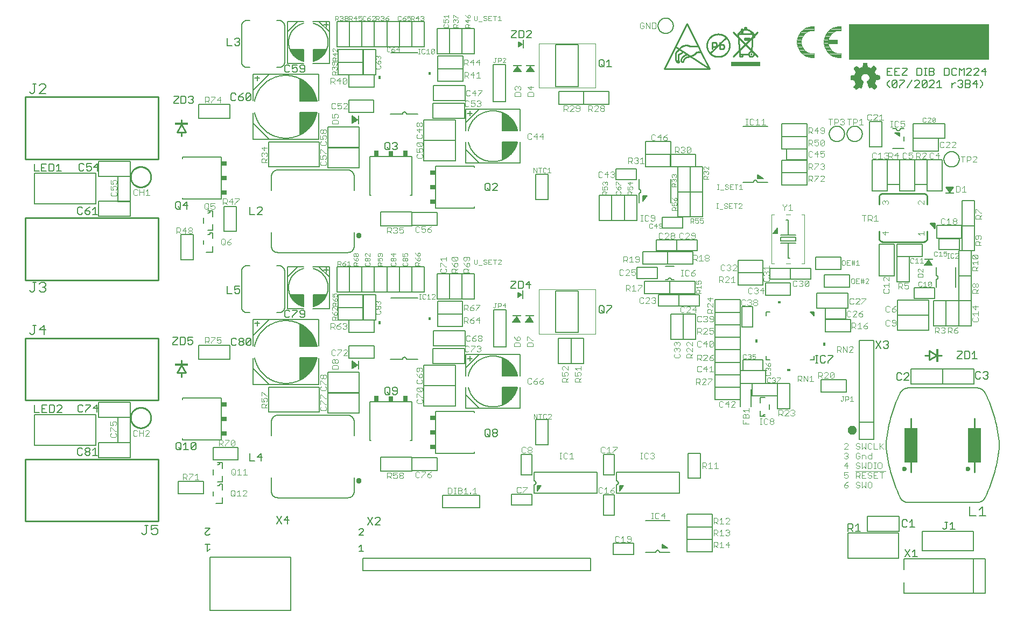
<source format=gto>
G75*
%MOIN*%
%OFA0B0*%
%FSLAX25Y25*%
%IPPOS*%
%LPD*%
%AMOC8*
5,1,8,0,0,1.08239X$1,22.5*
%
%ADD10R,0.01485X0.00015*%
%ADD11R,0.00045X0.00015*%
%ADD12R,0.00105X0.00015*%
%ADD13R,0.00165X0.00015*%
%ADD14R,0.00225X0.00015*%
%ADD15R,0.00285X0.00015*%
%ADD16R,0.00345X0.00015*%
%ADD17R,0.00405X0.00015*%
%ADD18R,0.00435X0.00015*%
%ADD19R,0.00465X0.00015*%
%ADD20R,0.00495X0.00015*%
%ADD21R,0.00540X0.00015*%
%ADD22R,0.00585X0.00015*%
%ADD23R,0.00645X0.00015*%
%ADD24R,0.00150X0.00015*%
%ADD25R,0.00675X0.00015*%
%ADD26R,0.00195X0.00015*%
%ADD27R,0.00705X0.00015*%
%ADD28R,0.00240X0.00015*%
%ADD29R,0.00735X0.00015*%
%ADD30R,0.00270X0.00015*%
%ADD31R,0.00765X0.00015*%
%ADD32R,0.00300X0.00015*%
%ADD33R,0.00810X0.00015*%
%ADD34R,0.00360X0.00015*%
%ADD35R,0.00855X0.00015*%
%ADD36R,0.00435X0.00015*%
%ADD37R,0.00915X0.00015*%
%ADD38R,0.00465X0.00015*%
%ADD39R,0.00945X0.00015*%
%ADD40R,0.00960X0.00015*%
%ADD41R,0.00525X0.00015*%
%ADD42R,0.00990X0.00015*%
%ADD43R,0.00555X0.00015*%
%ADD44R,0.01035X0.00015*%
%ADD45R,0.00600X0.00015*%
%ADD46R,0.01080X0.00015*%
%ADD47R,0.01125X0.00015*%
%ADD48R,0.01170X0.00015*%
%ADD49R,0.00720X0.00015*%
%ADD50R,0.01200X0.00015*%
%ADD51R,0.00750X0.00015*%
%ADD52R,0.01230X0.00015*%
%ADD53R,0.00780X0.00015*%
%ADD54R,0.01260X0.00015*%
%ADD55R,0.00810X0.00015*%
%ADD56R,0.01305X0.00015*%
%ADD57R,0.01365X0.00015*%
%ADD58R,0.00900X0.00015*%
%ADD59R,0.01395X0.00015*%
%ADD60R,0.01440X0.00015*%
%ADD61R,0.01470X0.00015*%
%ADD62R,0.01005X0.00015*%
%ADD63R,0.01500X0.00015*%
%ADD64R,0.01020X0.00015*%
%ADD65R,0.01530X0.00015*%
%ADD66R,0.01065X0.00015*%
%ADD67R,0.01575X0.00015*%
%ADD68R,0.01095X0.00015*%
%ADD69R,0.01635X0.00015*%
%ADD70R,0.01155X0.00015*%
%ADD71R,0.01680X0.00015*%
%ADD72R,0.01200X0.00015*%
%ADD73R,0.01710X0.00015*%
%ADD74R,0.01230X0.00015*%
%ADD75R,0.01725X0.00015*%
%ADD76R,0.01245X0.00015*%
%ADD77R,0.01755X0.00015*%
%ADD78R,0.01275X0.00015*%
%ADD79R,0.01800X0.00015*%
%ADD80R,0.01320X0.00015*%
%ADD81R,0.01860X0.00015*%
%ADD82R,0.01905X0.00015*%
%ADD83R,0.01410X0.00015*%
%ADD84R,0.01935X0.00015*%
%ADD85R,0.01455X0.00015*%
%ADD86R,0.01965X0.00015*%
%ADD87R,0.01485X0.00015*%
%ADD88R,0.01995X0.00015*%
%ADD89R,0.01515X0.00015*%
%ADD90R,0.02040X0.00015*%
%ADD91R,0.01530X0.00015*%
%ADD92R,0.02070X0.00015*%
%ADD93R,0.01575X0.00015*%
%ADD94R,0.02115X0.00015*%
%ADD95R,0.01620X0.00015*%
%ADD96R,0.02160X0.00015*%
%ADD97R,0.01665X0.00015*%
%ADD98R,0.02190X0.00015*%
%ADD99R,0.00075X0.00015*%
%ADD100R,0.01695X0.00015*%
%ADD101R,0.02220X0.00015*%
%ADD102R,0.00105X0.00015*%
%ADD103R,0.02235X0.00015*%
%ADD104R,0.00135X0.00015*%
%ADD105R,0.01755X0.00015*%
%ADD106R,0.02280X0.00015*%
%ADD107R,0.00180X0.00015*%
%ADD108R,0.01785X0.00015*%
%ADD109R,0.02340X0.00015*%
%ADD110R,0.00240X0.00015*%
%ADD111R,0.01830X0.00015*%
%ADD112R,0.02385X0.00015*%
%ADD113R,0.01890X0.00015*%
%ADD114R,0.02415X0.00015*%
%ADD115R,0.00330X0.00015*%
%ADD116R,0.00120X0.00015*%
%ADD117R,0.01920X0.00015*%
%ADD118R,0.02430X0.00015*%
%ADD119R,0.00375X0.00015*%
%ADD120R,0.02460X0.00015*%
%ADD121R,0.00405X0.00015*%
%ADD122R,0.00195X0.00015*%
%ADD123R,0.01965X0.00015*%
%ADD124R,0.02505X0.00015*%
%ADD125R,0.00210X0.00015*%
%ADD126R,0.02010X0.00015*%
%ADD127R,0.02535X0.00015*%
%ADD128R,0.00480X0.00015*%
%ADD129R,0.02580X0.00015*%
%ADD130R,0.00540X0.00015*%
%ADD131R,0.02085X0.00015*%
%ADD132R,0.02625X0.00015*%
%ADD133R,0.02130X0.00015*%
%ADD134R,0.02670X0.00015*%
%ADD135R,0.00630X0.00015*%
%ADD136R,0.02700X0.00015*%
%ADD137R,0.00660X0.00015*%
%ADD138R,0.00450X0.00015*%
%ADD139R,0.02190X0.00015*%
%ADD140R,0.02715X0.00015*%
%ADD141R,0.02205X0.00015*%
%ADD142R,0.02745X0.00015*%
%ADD143R,0.00510X0.00015*%
%ADD144R,0.02235X0.00015*%
%ADD145R,0.02775X0.00015*%
%ADD146R,0.02820X0.00015*%
%ADD147R,0.02310X0.00015*%
%ADD148R,0.02880X0.00015*%
%ADD149R,0.00855X0.00015*%
%ADD150R,0.02355X0.00015*%
%ADD151R,0.02895X0.00015*%
%ADD152R,0.00870X0.00015*%
%ADD153R,0.00660X0.00015*%
%ADD154R,0.02925X0.00015*%
%ADD155R,0.00690X0.00015*%
%ADD156R,0.02970X0.00015*%
%ADD157R,0.03000X0.00015*%
%ADD158R,0.00750X0.00015*%
%ADD159R,0.03045X0.00015*%
%ADD160R,0.01005X0.00015*%
%ADD161R,0.00780X0.00015*%
%ADD162R,0.02505X0.00015*%
%ADD163R,0.03090X0.00015*%
%ADD164R,0.01050X0.00015*%
%ADD165R,0.00825X0.00015*%
%ADD166R,0.02550X0.00015*%
%ADD167R,0.03135X0.00015*%
%ADD168R,0.01095X0.00015*%
%ADD169R,0.00870X0.00015*%
%ADD170R,0.03165X0.00015*%
%ADD171R,0.01125X0.00015*%
%ADD172R,0.02625X0.00015*%
%ADD173R,0.03195X0.00015*%
%ADD174R,0.01140X0.00015*%
%ADD175R,0.00930X0.00015*%
%ADD176R,0.02655X0.00015*%
%ADD177R,0.03210X0.00015*%
%ADD178R,0.00960X0.00015*%
%ADD179R,0.03240X0.00015*%
%ADD180R,0.02700X0.00015*%
%ADD181R,0.03285X0.00015*%
%ADD182R,0.01245X0.00015*%
%ADD183R,0.02745X0.00015*%
%ADD184R,0.03330X0.00015*%
%ADD185R,0.02790X0.00015*%
%ADD186R,0.03360X0.00015*%
%ADD187R,0.01110X0.00015*%
%ADD188R,0.02835X0.00015*%
%ADD189R,0.03390X0.00015*%
%ADD190R,0.01335X0.00015*%
%ADD191R,0.01140X0.00015*%
%ADD192R,0.02865X0.00015*%
%ADD193R,0.03420X0.00015*%
%ADD194R,0.01155X0.00015*%
%ADD195R,0.04905X0.00015*%
%ADD196R,0.04920X0.00015*%
%ADD197R,0.02940X0.00015*%
%ADD198R,0.04950X0.00015*%
%ADD199R,0.02985X0.00015*%
%ADD200R,0.04965X0.00015*%
%ADD201R,0.01275X0.00015*%
%ADD202R,0.03015X0.00015*%
%ADD203R,0.04980X0.00015*%
%ADD204R,0.03045X0.00015*%
%ADD205R,0.05010X0.00015*%
%ADD206R,0.01335X0.00015*%
%ADD207R,0.03075X0.00015*%
%ADD208R,0.01350X0.00015*%
%ADD209R,0.03105X0.00015*%
%ADD210R,0.05040X0.00015*%
%ADD211R,0.01380X0.00015*%
%ADD212R,0.05040X0.00015*%
%ADD213R,0.01410X0.00015*%
%ADD214R,0.03180X0.00015*%
%ADD215R,0.05070X0.00015*%
%ADD216R,0.03225X0.00015*%
%ADD217R,0.03255X0.00015*%
%ADD218R,0.05085X0.00015*%
%ADD219R,0.01515X0.00015*%
%ADD220R,0.03300X0.00015*%
%ADD221R,0.05100X0.00015*%
%ADD222R,0.04935X0.00015*%
%ADD223R,0.05115X0.00015*%
%ADD224R,0.04995X0.00015*%
%ADD225R,0.05130X0.00015*%
%ADD226R,0.05010X0.00015*%
%ADD227R,0.05130X0.00015*%
%ADD228R,0.05010X0.00015*%
%ADD229R,0.05025X0.00015*%
%ADD230R,0.05040X0.00015*%
%ADD231R,0.05055X0.00015*%
%ADD232R,0.05130X0.00015*%
%ADD233R,0.05085X0.00015*%
%ADD234R,0.05115X0.00015*%
%ADD235R,0.05145X0.00015*%
%ADD236R,0.05160X0.00015*%
%ADD237R,0.05130X0.00015*%
%ADD238R,0.05190X0.00015*%
%ADD239R,0.05190X0.00015*%
%ADD240R,0.05205X0.00015*%
%ADD241R,0.05220X0.00015*%
%ADD242R,0.05070X0.00015*%
%ADD243R,0.05085X0.00015*%
%ADD244R,0.05205X0.00015*%
%ADD245R,0.05220X0.00015*%
%ADD246R,0.05055X0.00015*%
%ADD247R,0.05025X0.00015*%
%ADD248R,0.05205X0.00015*%
%ADD249R,0.05025X0.00015*%
%ADD250R,0.05190X0.00015*%
%ADD251R,0.05190X0.00015*%
%ADD252R,0.04995X0.00015*%
%ADD253R,0.05175X0.00015*%
%ADD254R,0.04950X0.00015*%
%ADD255R,0.05145X0.00015*%
%ADD256R,0.05145X0.00015*%
%ADD257R,0.04920X0.00015*%
%ADD258R,0.04905X0.00015*%
%ADD259R,0.04905X0.00015*%
%ADD260R,0.05115X0.00015*%
%ADD261R,0.04890X0.00015*%
%ADD262R,0.04890X0.00015*%
%ADD263R,0.04875X0.00015*%
%ADD264R,0.04845X0.00015*%
%ADD265R,0.04830X0.00015*%
%ADD266R,0.04830X0.00015*%
%ADD267R,0.05070X0.00015*%
%ADD268R,0.04830X0.00015*%
%ADD269R,0.04815X0.00015*%
%ADD270R,0.04800X0.00015*%
%ADD271R,0.04800X0.00015*%
%ADD272R,0.05010X0.00015*%
%ADD273R,0.04785X0.00015*%
%ADD274R,0.04770X0.00015*%
%ADD275R,0.04770X0.00015*%
%ADD276R,0.04755X0.00015*%
%ADD277R,0.04740X0.00015*%
%ADD278R,0.04725X0.00015*%
%ADD279R,0.04725X0.00015*%
%ADD280R,0.04980X0.00015*%
%ADD281R,0.04710X0.00015*%
%ADD282R,0.04725X0.00015*%
%ADD283R,0.04710X0.00015*%
%ADD284R,0.04695X0.00015*%
%ADD285R,0.04680X0.00015*%
%ADD286R,0.04695X0.00015*%
%ADD287R,0.04680X0.00015*%
%ADD288R,0.04905X0.00015*%
%ADD289R,0.04665X0.00015*%
%ADD290R,0.04650X0.00015*%
%ADD291R,0.04635X0.00015*%
%ADD292R,0.04620X0.00015*%
%ADD293R,0.04620X0.00015*%
%ADD294R,0.04890X0.00015*%
%ADD295R,0.04605X0.00015*%
%ADD296R,0.04605X0.00015*%
%ADD297R,0.04590X0.00015*%
%ADD298R,0.04845X0.00015*%
%ADD299R,0.04575X0.00015*%
%ADD300R,0.04590X0.00015*%
%ADD301R,0.04575X0.00015*%
%ADD302R,0.04845X0.00015*%
%ADD303R,0.04560X0.00015*%
%ADD304R,0.04545X0.00015*%
%ADD305R,0.04530X0.00015*%
%ADD306R,0.04515X0.00015*%
%ADD307R,0.04530X0.00015*%
%ADD308R,0.04500X0.00015*%
%ADD309R,0.04515X0.00015*%
%ADD310R,0.04785X0.00015*%
%ADD311R,0.04485X0.00015*%
%ADD312R,0.04755X0.00015*%
%ADD313R,0.04470X0.00015*%
%ADD314R,0.04740X0.00015*%
%ADD315R,0.04485X0.00015*%
%ADD316R,0.04755X0.00015*%
%ADD317R,0.04545X0.00015*%
%ADD318R,0.04695X0.00015*%
%ADD319R,0.04680X0.00015*%
%ADD320R,0.04665X0.00015*%
%ADD321R,0.04725X0.00015*%
%ADD322R,0.04680X0.00015*%
%ADD323R,0.04860X0.00015*%
%ADD324R,0.04740X0.00015*%
%ADD325R,0.04875X0.00015*%
%ADD326R,0.04965X0.00015*%
%ADD327R,0.04860X0.00015*%
%ADD328R,0.04995X0.00015*%
%ADD329R,0.04875X0.00015*%
%ADD330R,0.04980X0.00015*%
%ADD331R,0.05235X0.00015*%
%ADD332R,0.05235X0.00015*%
%ADD333R,0.05250X0.00015*%
%ADD334R,0.05280X0.00015*%
%ADD335R,0.05295X0.00015*%
%ADD336R,0.05325X0.00015*%
%ADD337R,0.05340X0.00015*%
%ADD338R,0.05235X0.00015*%
%ADD339R,0.05355X0.00015*%
%ADD340R,0.05370X0.00015*%
%ADD341R,0.05265X0.00015*%
%ADD342R,0.05370X0.00015*%
%ADD343R,0.05280X0.00015*%
%ADD344R,0.05385X0.00015*%
%ADD345R,0.05295X0.00015*%
%ADD346R,0.05400X0.00015*%
%ADD347R,0.05415X0.00015*%
%ADD348R,0.05310X0.00015*%
%ADD349R,0.05430X0.00015*%
%ADD350R,0.05445X0.00015*%
%ADD351R,0.05460X0.00015*%
%ADD352R,0.05355X0.00015*%
%ADD353R,0.05475X0.00015*%
%ADD354R,0.05505X0.00015*%
%ADD355R,0.05520X0.00015*%
%ADD356R,0.05535X0.00015*%
%ADD357R,0.05550X0.00015*%
%ADD358R,0.05550X0.00015*%
%ADD359R,0.05475X0.00015*%
%ADD360R,0.05490X0.00015*%
%ADD361R,0.05475X0.00015*%
%ADD362R,0.05385X0.00015*%
%ADD363R,0.05370X0.00015*%
%ADD364R,0.05325X0.00015*%
%ADD365R,0.05310X0.00015*%
%ADD366R,0.05265X0.00015*%
%ADD367R,0.05175X0.00015*%
%ADD368R,0.04980X0.00015*%
%ADD369R,0.04965X0.00015*%
%ADD370R,0.04860X0.00015*%
%ADD371R,0.04845X0.00015*%
%ADD372R,0.04815X0.00015*%
%ADD373R,0.04770X0.00015*%
%ADD374R,0.05295X0.00015*%
%ADD375R,0.04635X0.00015*%
%ADD376R,0.05610X0.00015*%
%ADD377R,0.05700X0.00015*%
%ADD378R,0.05760X0.00015*%
%ADD379R,0.05805X0.00015*%
%ADD380R,0.05850X0.00015*%
%ADD381R,0.05895X0.00015*%
%ADD382R,0.06000X0.00015*%
%ADD383R,0.06135X0.00015*%
%ADD384R,0.06225X0.00015*%
%ADD385R,0.06300X0.00015*%
%ADD386R,0.06330X0.00015*%
%ADD387R,0.06375X0.00015*%
%ADD388R,0.06450X0.00015*%
%ADD389R,0.06570X0.00015*%
%ADD390R,0.05565X0.00015*%
%ADD391R,0.06690X0.00015*%
%ADD392R,0.06735X0.00015*%
%ADD393R,0.05790X0.00015*%
%ADD394R,0.06765X0.00015*%
%ADD395R,0.05850X0.00015*%
%ADD396R,0.06780X0.00015*%
%ADD397R,0.05895X0.00015*%
%ADD398R,0.06795X0.00015*%
%ADD399R,0.05955X0.00015*%
%ADD400R,0.06810X0.00015*%
%ADD401R,0.06060X0.00015*%
%ADD402R,0.06195X0.00015*%
%ADD403R,0.06825X0.00015*%
%ADD404R,0.06330X0.00015*%
%ADD405R,0.06840X0.00015*%
%ADD406R,0.06390X0.00015*%
%ADD407R,0.06495X0.00015*%
%ADD408R,0.06840X0.00015*%
%ADD409R,0.06555X0.00015*%
%ADD410R,0.06825X0.00015*%
%ADD411R,0.06645X0.00015*%
%ADD412R,0.06825X0.00015*%
%ADD413R,0.06705X0.00015*%
%ADD414R,0.06705X0.00015*%
%ADD415R,0.06810X0.00015*%
%ADD416R,0.06720X0.00015*%
%ADD417R,0.06795X0.00015*%
%ADD418R,0.06750X0.00015*%
%ADD419R,0.06765X0.00015*%
%ADD420R,0.06795X0.00015*%
%ADD421R,0.06780X0.00015*%
%ADD422R,0.06780X0.00015*%
%ADD423R,0.06750X0.00015*%
%ADD424R,0.06720X0.00015*%
%ADD425R,0.06720X0.00015*%
%ADD426R,0.06705X0.00015*%
%ADD427R,0.06705X0.00015*%
%ADD428R,0.06690X0.00015*%
%ADD429R,0.06675X0.00015*%
%ADD430R,0.06690X0.00015*%
%ADD431R,0.06675X0.00015*%
%ADD432R,0.06675X0.00015*%
%ADD433R,0.06660X0.00015*%
%ADD434R,0.06675X0.00015*%
%ADD435R,0.06660X0.00015*%
%ADD436R,0.06660X0.00015*%
%ADD437R,0.06645X0.00015*%
%ADD438R,0.06630X0.00015*%
%ADD439R,0.06660X0.00015*%
%ADD440R,0.06630X0.00015*%
%ADD441R,0.06645X0.00015*%
%ADD442R,0.06735X0.00015*%
%ADD443R,0.06765X0.00015*%
%ADD444R,0.06780X0.00015*%
%ADD445R,0.06825X0.00015*%
%ADD446R,0.06855X0.00015*%
%ADD447R,0.06855X0.00015*%
%ADD448R,0.06870X0.00015*%
%ADD449R,0.06885X0.00015*%
%ADD450R,0.06525X0.00015*%
%ADD451R,0.06405X0.00015*%
%ADD452R,0.06255X0.00015*%
%ADD453R,0.06165X0.00015*%
%ADD454R,0.06870X0.00015*%
%ADD455R,0.06120X0.00015*%
%ADD456R,0.06885X0.00015*%
%ADD457R,0.06060X0.00015*%
%ADD458R,0.06015X0.00015*%
%ADD459R,0.05910X0.00015*%
%ADD460R,0.05670X0.00015*%
%ADD461R,0.05595X0.00015*%
%ADD462R,0.06585X0.00015*%
%ADD463R,0.05160X0.00015*%
%ADD464R,0.06390X0.00015*%
%ADD465R,0.05025X0.00015*%
%ADD466R,0.06330X0.00015*%
%ADD467R,0.06075X0.00015*%
%ADD468R,0.05820X0.00015*%
%ADD469R,0.05775X0.00015*%
%ADD470R,0.05685X0.00015*%
%ADD471R,0.05460X0.00015*%
%ADD472R,0.04860X0.00015*%
%ADD473R,0.04935X0.00015*%
%ADD474R,0.05160X0.00015*%
%ADD475R,0.05325X0.00015*%
%ADD476R,0.05340X0.00015*%
%ADD477R,0.05355X0.00015*%
%ADD478R,0.05430X0.00015*%
%ADD479R,0.05535X0.00015*%
%ADD480R,0.05595X0.00015*%
%ADD481R,0.05640X0.00015*%
%ADD482R,0.05640X0.00015*%
%ADD483R,0.05670X0.00015*%
%ADD484R,0.05685X0.00015*%
%ADD485R,0.05700X0.00015*%
%ADD486R,0.05715X0.00015*%
%ADD487R,0.05715X0.00015*%
%ADD488R,0.05730X0.00015*%
%ADD489R,0.05745X0.00015*%
%ADD490R,0.05760X0.00015*%
%ADD491R,0.06000X0.00015*%
%ADD492R,0.06105X0.00015*%
%ADD493R,0.06180X0.00015*%
%ADD494R,0.06210X0.00015*%
%ADD495R,0.12690X0.00015*%
%ADD496R,0.12675X0.00015*%
%ADD497R,0.12660X0.00015*%
%ADD498R,0.12660X0.00015*%
%ADD499R,0.12645X0.00015*%
%ADD500R,0.12615X0.00015*%
%ADD501R,0.12600X0.00015*%
%ADD502R,0.12585X0.00015*%
%ADD503R,0.12555X0.00015*%
%ADD504R,0.12540X0.00015*%
%ADD505R,0.12525X0.00015*%
%ADD506R,0.12510X0.00015*%
%ADD507R,0.12510X0.00015*%
%ADD508R,0.12480X0.00015*%
%ADD509R,0.12450X0.00015*%
%ADD510R,0.12435X0.00015*%
%ADD511R,0.12420X0.00015*%
%ADD512R,0.12390X0.00015*%
%ADD513R,0.12375X0.00015*%
%ADD514R,0.12360X0.00015*%
%ADD515R,0.12330X0.00015*%
%ADD516R,0.12300X0.00015*%
%ADD517R,0.12285X0.00015*%
%ADD518R,0.12270X0.00015*%
%ADD519R,0.12255X0.00015*%
%ADD520R,0.12240X0.00015*%
%ADD521R,0.12225X0.00015*%
%ADD522R,0.12195X0.00015*%
%ADD523R,0.12165X0.00015*%
%ADD524R,0.12150X0.00015*%
%ADD525R,0.12135X0.00015*%
%ADD526R,0.12120X0.00015*%
%ADD527R,0.12090X0.00015*%
%ADD528R,0.12075X0.00015*%
%ADD529R,0.12060X0.00015*%
%ADD530R,0.12045X0.00015*%
%ADD531R,0.12015X0.00015*%
%ADD532R,0.12000X0.00015*%
%ADD533R,0.11985X0.00015*%
%ADD534R,0.11955X0.00015*%
%ADD535R,0.11940X0.00015*%
%ADD536R,0.11925X0.00015*%
%ADD537R,0.11910X0.00015*%
%ADD538R,0.11910X0.00015*%
%ADD539R,0.11880X0.00015*%
%ADD540R,0.11850X0.00015*%
%ADD541R,0.11835X0.00015*%
%ADD542R,0.11805X0.00015*%
%ADD543R,0.11775X0.00015*%
%ADD544R,0.11760X0.00015*%
%ADD545R,0.11745X0.00015*%
%ADD546R,0.11730X0.00015*%
%ADD547R,0.11700X0.00015*%
%ADD548R,0.11700X0.00015*%
%ADD549R,0.11685X0.00015*%
%ADD550R,0.11655X0.00015*%
%ADD551R,0.11640X0.00015*%
%ADD552R,0.11625X0.00015*%
%ADD553R,0.11625X0.00015*%
%ADD554R,0.11670X0.00015*%
%ADD555R,0.11715X0.00015*%
%ADD556R,0.11790X0.00015*%
%ADD557R,0.11820X0.00015*%
%ADD558R,0.11820X0.00015*%
%ADD559R,0.11880X0.00015*%
%ADD560R,0.11895X0.00015*%
%ADD561R,0.11970X0.00015*%
%ADD562R,0.12045X0.00015*%
%ADD563R,0.12075X0.00015*%
%ADD564R,0.12105X0.00015*%
%ADD565R,0.12135X0.00015*%
%ADD566R,0.12165X0.00015*%
%ADD567R,0.12180X0.00015*%
%ADD568R,0.12195X0.00015*%
%ADD569R,0.12210X0.00015*%
%ADD570R,0.12225X0.00015*%
%ADD571R,0.12255X0.00015*%
%ADD572R,0.12360X0.00015*%
%ADD573R,0.12390X0.00015*%
%ADD574R,0.12405X0.00015*%
%ADD575R,0.12435X0.00015*%
%ADD576R,0.12480X0.00015*%
%ADD577R,0.12480X0.00015*%
%ADD578R,0.12510X0.00015*%
%ADD579R,0.12570X0.00015*%
%ADD580R,0.12630X0.00015*%
%ADD581R,0.12675X0.00015*%
%ADD582R,0.12705X0.00015*%
%ADD583R,0.12735X0.00015*%
%ADD584R,0.12750X0.00015*%
%ADD585R,0.12780X0.00015*%
%ADD586R,0.12795X0.00015*%
%ADD587R,0.12810X0.00015*%
%ADD588R,0.12840X0.00015*%
%ADD589R,0.12855X0.00015*%
%ADD590R,0.12885X0.00015*%
%ADD591R,0.12900X0.00015*%
%ADD592R,0.12915X0.00015*%
%ADD593R,0.12945X0.00015*%
%ADD594R,0.12960X0.00015*%
%ADD595R,0.12990X0.00015*%
%ADD596R,0.13005X0.00015*%
%ADD597R,0.13020X0.00015*%
%ADD598R,0.13035X0.00015*%
%ADD599R,0.13065X0.00015*%
%ADD600R,0.13080X0.00015*%
%ADD601R,0.13110X0.00015*%
%ADD602R,0.13125X0.00015*%
%ADD603R,0.13155X0.00015*%
%ADD604R,0.13170X0.00015*%
%ADD605R,0.13200X0.00015*%
%ADD606R,0.13230X0.00015*%
%ADD607R,0.13260X0.00015*%
%ADD608R,0.13290X0.00015*%
%ADD609R,0.13320X0.00015*%
%ADD610R,0.13350X0.00015*%
%ADD611R,0.13365X0.00015*%
%ADD612R,0.13395X0.00015*%
%ADD613R,0.13425X0.00015*%
%ADD614R,0.13455X0.00015*%
%ADD615R,0.13470X0.00015*%
%ADD616R,0.13500X0.00015*%
%ADD617R,0.13530X0.00015*%
%ADD618R,0.13560X0.00015*%
%ADD619R,0.13575X0.00015*%
%ADD620R,0.13605X0.00015*%
%ADD621R,0.13635X0.00015*%
%ADD622R,0.13650X0.00015*%
%ADD623R,0.13680X0.00015*%
%ADD624R,0.13695X0.00015*%
%ADD625R,0.13725X0.00015*%
%ADD626R,0.13740X0.00015*%
%ADD627R,0.13770X0.00015*%
%ADD628R,0.13785X0.00015*%
%ADD629R,0.13800X0.00015*%
%ADD630R,0.13830X0.00015*%
%ADD631R,0.13860X0.00015*%
%ADD632R,0.13875X0.00015*%
%ADD633R,0.13905X0.00015*%
%ADD634R,0.13935X0.00015*%
%ADD635R,0.13950X0.00015*%
%ADD636R,0.13980X0.00015*%
%ADD637R,0.14010X0.00015*%
%ADD638R,0.14025X0.00015*%
%ADD639R,0.14055X0.00015*%
%ADD640R,0.14070X0.00015*%
%ADD641R,0.14085X0.00015*%
%ADD642R,0.14115X0.00015*%
%ADD643R,0.14145X0.00015*%
%ADD644R,0.14160X0.00015*%
%ADD645R,0.14190X0.00015*%
%ADD646R,0.14205X0.00015*%
%ADD647R,0.14220X0.00015*%
%ADD648R,0.14235X0.00015*%
%ADD649R,0.14265X0.00015*%
%ADD650R,0.14280X0.00015*%
%ADD651R,0.14295X0.00015*%
%ADD652R,0.14295X0.00015*%
%ADD653R,0.14250X0.00015*%
%ADD654R,0.14205X0.00015*%
%ADD655R,0.14175X0.00015*%
%ADD656R,0.14160X0.00015*%
%ADD657R,0.14130X0.00015*%
%ADD658R,0.14100X0.00015*%
%ADD659R,0.14040X0.00015*%
%ADD660R,0.14010X0.00015*%
%ADD661R,0.03465X0.00015*%
%ADD662R,0.10440X0.00015*%
%ADD663R,0.03420X0.00015*%
%ADD664R,0.10395X0.00015*%
%ADD665R,0.03375X0.00015*%
%ADD666R,0.10335X0.00015*%
%ADD667R,0.03570X0.00015*%
%ADD668R,0.06600X0.00015*%
%ADD669R,0.03525X0.00015*%
%ADD670R,0.03270X0.00015*%
%ADD671R,0.03495X0.00015*%
%ADD672R,0.03210X0.00015*%
%ADD673R,0.06480X0.00015*%
%ADD674R,0.03435X0.00015*%
%ADD675R,0.03165X0.00015*%
%ADD676R,0.03390X0.00015*%
%ADD677R,0.03120X0.00015*%
%ADD678R,0.06315X0.00015*%
%ADD679R,0.03345X0.00015*%
%ADD680R,0.03090X0.00015*%
%ADD681R,0.03075X0.00015*%
%ADD682R,0.06225X0.00015*%
%ADD683R,0.03270X0.00015*%
%ADD684R,0.06180X0.00015*%
%ADD685R,0.02970X0.00015*%
%ADD686R,0.06075X0.00015*%
%ADD687R,0.03195X0.00015*%
%ADD688R,0.02925X0.00015*%
%ADD689R,0.05985X0.00015*%
%ADD690R,0.03135X0.00015*%
%ADD691R,0.02850X0.00015*%
%ADD692R,0.05835X0.00015*%
%ADD693R,0.03030X0.00015*%
%ADD694R,0.02805X0.00015*%
%ADD695R,0.02730X0.00015*%
%ADD696R,0.05625X0.00015*%
%ADD697R,0.02925X0.00015*%
%ADD698R,0.02640X0.00015*%
%ADD699R,0.02595X0.00015*%
%ADD700R,0.02565X0.00015*%
%ADD701R,0.02760X0.00015*%
%ADD702R,0.02520X0.00015*%
%ADD703R,0.02730X0.00015*%
%ADD704R,0.02475X0.00015*%
%ADD705R,0.02685X0.00015*%
%ADD706R,0.02445X0.00015*%
%ADD707R,0.02400X0.00015*%
%ADD708R,0.02370X0.00015*%
%ADD709R,0.02565X0.00015*%
%ADD710R,0.02340X0.00015*%
%ADD711R,0.02325X0.00015*%
%ADD712R,0.02505X0.00015*%
%ADD713R,0.02280X0.00015*%
%ADD714R,0.02460X0.00015*%
%ADD715R,0.04560X0.00015*%
%ADD716R,0.02190X0.00015*%
%ADD717R,0.04440X0.00015*%
%ADD718R,0.02370X0.00015*%
%ADD719R,0.02145X0.00015*%
%ADD720R,0.04365X0.00015*%
%ADD721R,0.04320X0.00015*%
%ADD722R,0.02310X0.00015*%
%ADD723R,0.02100X0.00015*%
%ADD724R,0.04260X0.00015*%
%ADD725R,0.04200X0.00015*%
%ADD726R,0.02265X0.00015*%
%ADD727R,0.02040X0.00015*%
%ADD728R,0.04095X0.00015*%
%ADD729R,0.02220X0.00015*%
%ADD730R,0.03915X0.00015*%
%ADD731R,0.02175X0.00015*%
%ADD732R,0.03765X0.00015*%
%ADD733R,0.03675X0.00015*%
%ADD734R,0.01890X0.00015*%
%ADD735R,0.03615X0.00015*%
%ADD736R,0.02055X0.00015*%
%ADD737R,0.01860X0.00015*%
%ADD738R,0.03555X0.00015*%
%ADD739R,0.01815X0.00015*%
%ADD740R,0.03450X0.00015*%
%ADD741R,0.01725X0.00015*%
%ADD742R,0.03315X0.00015*%
%ADD743R,0.01905X0.00015*%
%ADD744R,0.01680X0.00015*%
%ADD745R,0.01650X0.00015*%
%ADD746R,0.01620X0.00015*%
%ADD747R,0.01590X0.00015*%
%ADD748R,0.01770X0.00015*%
%ADD749R,0.01560X0.00015*%
%ADD750R,0.03240X0.00015*%
%ADD751R,0.01740X0.00015*%
%ADD752R,0.01665X0.00015*%
%ADD753R,0.01455X0.00015*%
%ADD754R,0.01635X0.00015*%
%ADD755R,0.01410X0.00015*%
%ADD756R,0.01395X0.00015*%
%ADD757R,0.01365X0.00015*%
%ADD758R,0.01335X0.00015*%
%ADD759R,0.01290X0.00015*%
%ADD760R,0.03210X0.00015*%
%ADD761R,0.01455X0.00015*%
%ADD762R,0.01185X0.00015*%
%ADD763R,0.01290X0.00015*%
%ADD764R,0.01110X0.00015*%
%ADD765R,0.01260X0.00015*%
%ADD766R,0.03180X0.00015*%
%ADD767R,0.00975X0.00015*%
%ADD768R,0.03150X0.00015*%
%ADD769R,0.00885X0.00015*%
%ADD770R,0.03150X0.00015*%
%ADD771R,0.01050X0.00015*%
%ADD772R,0.00795X0.00015*%
%ADD773R,0.00885X0.00015*%
%ADD774R,0.00690X0.00015*%
%ADD775R,0.00840X0.00015*%
%ADD776R,0.00570X0.00015*%
%ADD777R,0.00525X0.00015*%
%ADD778R,0.03105X0.00015*%
%ADD779R,0.00660X0.00015*%
%ADD780R,0.00615X0.00015*%
%ADD781R,0.00420X0.00015*%
%ADD782R,0.00555X0.00015*%
%ADD783R,0.00390X0.00015*%
%ADD784R,0.00525X0.00015*%
%ADD785R,0.00360X0.00015*%
%ADD786R,0.00495X0.00015*%
%ADD787R,0.03075X0.00015*%
%ADD788R,0.00450X0.00015*%
%ADD789R,0.00225X0.00015*%
%ADD790R,0.00345X0.00015*%
%ADD791R,0.00255X0.00015*%
%ADD792R,0.03060X0.00015*%
%ADD793R,0.00180X0.00015*%
%ADD794R,0.00075X0.00015*%
%ADD795R,0.03000X0.00015*%
%ADD796R,0.02955X0.00015*%
%ADD797R,0.02940X0.00015*%
%ADD798R,0.02940X0.00015*%
%ADD799R,0.02910X0.00015*%
%ADD800R,0.02910X0.00015*%
%ADD801R,0.02865X0.00015*%
%ADD802R,0.02805X0.00015*%
%ADD803R,0.02775X0.00015*%
%ADD804R,0.02760X0.00015*%
%ADD805R,0.02655X0.00015*%
%ADD806R,0.02640X0.00015*%
%ADD807R,0.02610X0.00015*%
%ADD808R,0.02595X0.00015*%
%ADD809R,0.02535X0.00015*%
%ADD810R,0.02475X0.00015*%
%ADD811R,0.02175X0.00015*%
%ADD812R,0.01575X0.00015*%
%ADD813C,0.00500*%
%ADD814R,0.87000X0.22250*%
%ADD815C,0.00400*%
%ADD816C,0.02600*%
%ADD817C,0.00800*%
%ADD818C,0.00600*%
%ADD819C,0.01000*%
%ADD820R,0.18000X0.03000*%
%ADD821C,0.00300*%
%ADD822R,0.07874X0.21654*%
%ADD823C,0.01378*%
%ADD824C,0.00700*%
%ADD825C,0.00100*%
%ADD826R,0.03268X0.02992*%
%ADD827R,0.03583X0.02992*%
%ADD828R,0.02992X0.03268*%
%ADD829R,0.02992X0.03583*%
%ADD830C,0.01500*%
%ADD831R,0.01181X0.08268*%
%ADD832R,0.05512X0.00787*%
%ADD833R,0.08268X0.01181*%
%ADD834C,0.00200*%
%ADD835R,0.00787X0.05512*%
%ADD836R,0.06152X0.02953*%
%ADD837C,0.00394*%
%ADD838C,0.00787*%
D10*
X0704827Y0359475D03*
D11*
X0701937Y0353765D03*
X0710142Y0354635D03*
X0713322Y0353930D03*
D12*
X0701937Y0353780D03*
D13*
X0701937Y0353795D03*
D14*
X0701937Y0353810D03*
D15*
X0701937Y0353825D03*
X0702027Y0368210D03*
D16*
X0701937Y0353840D03*
X0710187Y0354725D03*
D17*
X0710202Y0354740D03*
X0701937Y0353855D03*
D18*
X0701937Y0353870D03*
D19*
X0701937Y0353885D03*
D20*
X0701937Y0353900D03*
X0713322Y0354065D03*
D21*
X0701944Y0353915D03*
D22*
X0701952Y0353930D03*
X0704967Y0354740D03*
X0710277Y0354830D03*
D23*
X0710292Y0354845D03*
X0713307Y0354125D03*
X0701952Y0353945D03*
D24*
X0710134Y0354665D03*
X0713329Y0353945D03*
D25*
X0713307Y0354140D03*
X0704937Y0354785D03*
X0701952Y0353960D03*
D26*
X0713322Y0353960D03*
D27*
X0710322Y0354890D03*
X0704922Y0354800D03*
X0701952Y0353975D03*
D28*
X0713329Y0353975D03*
D29*
X0701952Y0353990D03*
D30*
X0710164Y0354710D03*
X0713329Y0353990D03*
D31*
X0704907Y0354815D03*
X0701952Y0354005D03*
D32*
X0705064Y0354635D03*
X0713329Y0354005D03*
X0712954Y0368255D03*
D33*
X0701959Y0354020D03*
D34*
X0713329Y0354020D03*
D35*
X0713292Y0354215D03*
X0701967Y0354035D03*
D36*
X0705027Y0354695D03*
X0710217Y0354755D03*
X0713322Y0354035D03*
D37*
X0710382Y0354965D03*
X0704847Y0354890D03*
X0701967Y0354050D03*
X0702057Y0367955D03*
D38*
X0702042Y0368135D03*
X0713322Y0354050D03*
D39*
X0713292Y0354245D03*
X0704832Y0354905D03*
X0701967Y0354065D03*
X0707352Y0370130D03*
X0712932Y0368015D03*
D40*
X0701974Y0354080D03*
D41*
X0713322Y0354080D03*
D42*
X0713284Y0354260D03*
X0710404Y0355010D03*
X0701974Y0354095D03*
X0712924Y0368000D03*
D43*
X0713322Y0354095D03*
D44*
X0701982Y0354110D03*
D45*
X0713314Y0354110D03*
X0702049Y0368090D03*
D46*
X0712924Y0367955D03*
X0710434Y0355040D03*
X0701974Y0354125D03*
D47*
X0701982Y0354140D03*
D48*
X0701989Y0354155D03*
X0704764Y0354995D03*
X0710464Y0355100D03*
X0712909Y0367925D03*
D49*
X0712939Y0368105D03*
X0713299Y0354155D03*
D50*
X0701989Y0354170D03*
D51*
X0713299Y0354170D03*
D52*
X0701989Y0354185D03*
X0702079Y0367835D03*
X0712909Y0367910D03*
D53*
X0712939Y0368075D03*
X0713299Y0354185D03*
D54*
X0701989Y0354200D03*
D55*
X0704884Y0354830D03*
X0713299Y0354200D03*
X0712939Y0368060D03*
D56*
X0710517Y0355160D03*
X0701997Y0354215D03*
D57*
X0701997Y0354230D03*
X0704697Y0355085D03*
X0713262Y0354425D03*
D58*
X0713285Y0354230D03*
X0704854Y0354875D03*
D59*
X0701997Y0354245D03*
D60*
X0702004Y0354260D03*
D61*
X0702004Y0354275D03*
X0710554Y0355250D03*
D62*
X0713277Y0354275D03*
D63*
X0702004Y0354290D03*
X0702094Y0367730D03*
X0712894Y0367805D03*
D64*
X0712924Y0367985D03*
X0702064Y0367925D03*
X0713284Y0354290D03*
D65*
X0702004Y0354305D03*
D66*
X0713277Y0354305D03*
D67*
X0702012Y0354320D03*
D68*
X0713277Y0354320D03*
D69*
X0702012Y0354335D03*
D70*
X0713277Y0354335D03*
D71*
X0702019Y0354350D03*
D72*
X0704764Y0355010D03*
X0710479Y0355115D03*
X0713270Y0354350D03*
D73*
X0702019Y0354365D03*
D74*
X0713269Y0354365D03*
D75*
X0713232Y0354575D03*
X0702027Y0354380D03*
D76*
X0713262Y0354380D03*
D77*
X0702027Y0354395D03*
D78*
X0704727Y0355040D03*
X0713262Y0354395D03*
D79*
X0702020Y0354410D03*
X0712879Y0367685D03*
D80*
X0712910Y0367865D03*
X0713254Y0354410D03*
X0704719Y0355055D03*
D81*
X0702034Y0354425D03*
D82*
X0702042Y0354440D03*
X0702117Y0367565D03*
D83*
X0713254Y0354440D03*
D84*
X0713217Y0354665D03*
X0702042Y0354455D03*
X0702117Y0367550D03*
X0707532Y0370100D03*
D85*
X0710547Y0355235D03*
X0713247Y0354455D03*
D86*
X0702042Y0354470D03*
D87*
X0713247Y0354470D03*
D88*
X0702042Y0354485D03*
X0702117Y0367535D03*
D89*
X0713247Y0354485D03*
D90*
X0713209Y0354710D03*
X0702049Y0354500D03*
X0712864Y0367595D03*
D91*
X0712894Y0367790D03*
X0713239Y0354500D03*
D92*
X0702049Y0354515D03*
X0702124Y0367505D03*
D93*
X0713247Y0354515D03*
D94*
X0702057Y0354530D03*
D95*
X0713239Y0354530D03*
D96*
X0713194Y0354755D03*
X0702064Y0354545D03*
D97*
X0713232Y0354545D03*
D98*
X0702064Y0354560D03*
D99*
X0705117Y0354560D03*
D100*
X0713232Y0354560D03*
D101*
X0702064Y0354575D03*
D102*
X0705117Y0354575D03*
D103*
X0702072Y0354590D03*
X0702132Y0367430D03*
X0707547Y0370055D03*
D104*
X0705117Y0354590D03*
D105*
X0713232Y0354590D03*
D106*
X0713179Y0354815D03*
X0702079Y0354605D03*
D107*
X0705094Y0354605D03*
D108*
X0713232Y0354605D03*
X0702102Y0367625D03*
D109*
X0702079Y0354620D03*
D110*
X0705079Y0354620D03*
D111*
X0713224Y0354620D03*
X0712879Y0367670D03*
D112*
X0713172Y0354860D03*
X0702087Y0354635D03*
D113*
X0713224Y0354635D03*
D114*
X0713172Y0354875D03*
X0702087Y0354650D03*
X0712827Y0367430D03*
D115*
X0702035Y0368195D03*
X0705049Y0354650D03*
D116*
X0710134Y0354650D03*
X0702034Y0368240D03*
D117*
X0713224Y0354650D03*
D118*
X0713164Y0354890D03*
X0702094Y0354665D03*
X0707539Y0369980D03*
D119*
X0705042Y0354665D03*
D120*
X0702094Y0354680D03*
X0713164Y0354905D03*
D121*
X0705042Y0354680D03*
D122*
X0710142Y0354680D03*
D123*
X0713217Y0354680D03*
X0712872Y0367625D03*
D124*
X0702102Y0354695D03*
D125*
X0710149Y0354695D03*
D126*
X0713209Y0354695D03*
X0712864Y0367610D03*
D127*
X0712812Y0367385D03*
X0707532Y0369725D03*
X0707532Y0369740D03*
X0707532Y0369755D03*
X0707532Y0369785D03*
X0702102Y0354710D03*
D128*
X0705019Y0354710D03*
X0710224Y0354785D03*
X0712954Y0368195D03*
D129*
X0712804Y0367355D03*
X0707539Y0369650D03*
X0713149Y0354950D03*
X0702110Y0354725D03*
D130*
X0704989Y0354725D03*
X0710254Y0354815D03*
D131*
X0713202Y0354725D03*
X0712857Y0367565D03*
D132*
X0702117Y0354740D03*
D133*
X0713194Y0354740D03*
X0712849Y0367550D03*
X0702124Y0367475D03*
D134*
X0702185Y0367235D03*
X0707524Y0369440D03*
X0707524Y0369455D03*
X0713135Y0354995D03*
X0702124Y0354755D03*
D135*
X0704959Y0354755D03*
X0702049Y0368075D03*
D136*
X0707524Y0369320D03*
X0702124Y0354770D03*
D137*
X0704944Y0354770D03*
D138*
X0710224Y0354770D03*
D139*
X0713194Y0354770D03*
D140*
X0702132Y0354785D03*
X0707532Y0369215D03*
X0707532Y0369230D03*
X0707532Y0369245D03*
X0707532Y0369260D03*
X0707532Y0369275D03*
D141*
X0713187Y0354785D03*
D142*
X0702132Y0354800D03*
X0707532Y0369140D03*
D143*
X0710239Y0354800D03*
D144*
X0713187Y0354800D03*
D145*
X0702132Y0354815D03*
X0702192Y0367205D03*
X0712782Y0367280D03*
D146*
X0707524Y0368975D03*
X0707524Y0368990D03*
X0702199Y0367175D03*
X0702139Y0354830D03*
D147*
X0713179Y0354830D03*
D148*
X0713119Y0355085D03*
X0702139Y0354845D03*
X0702199Y0367145D03*
X0707524Y0368765D03*
X0707524Y0368780D03*
X0707524Y0368795D03*
X0707524Y0368810D03*
X0707524Y0368825D03*
X0707524Y0368840D03*
X0707524Y0368855D03*
X0712774Y0367235D03*
D149*
X0704862Y0354845D03*
D150*
X0713172Y0354845D03*
D151*
X0713112Y0355100D03*
X0702147Y0354860D03*
D152*
X0704854Y0354860D03*
D153*
X0710299Y0354860D03*
X0702049Y0368060D03*
D154*
X0702147Y0354875D03*
D155*
X0710314Y0354875D03*
D156*
X0702154Y0354890D03*
D157*
X0702154Y0354905D03*
X0707509Y0368405D03*
X0707509Y0368435D03*
X0707509Y0368450D03*
X0712759Y0367190D03*
D158*
X0712939Y0368090D03*
X0702049Y0368030D03*
X0710329Y0354905D03*
D159*
X0702162Y0354920D03*
D160*
X0704817Y0354920D03*
D161*
X0710344Y0354920D03*
D162*
X0713157Y0354920D03*
D163*
X0702169Y0354935D03*
X0707524Y0368165D03*
X0707524Y0368180D03*
X0707524Y0368195D03*
D164*
X0702064Y0367910D03*
X0704795Y0354935D03*
X0710419Y0355025D03*
D165*
X0710367Y0354935D03*
X0702057Y0368000D03*
D166*
X0707539Y0369710D03*
X0713149Y0354935D03*
D167*
X0713082Y0355205D03*
X0702177Y0354950D03*
X0707517Y0368000D03*
X0707517Y0368015D03*
X0707517Y0368030D03*
X0707517Y0368045D03*
X0707517Y0368060D03*
D168*
X0704787Y0354950D03*
D169*
X0710374Y0354950D03*
X0702049Y0367985D03*
D170*
X0707502Y0367940D03*
X0707502Y0367925D03*
X0702177Y0354965D03*
D171*
X0704787Y0354965D03*
X0702072Y0367880D03*
X0712917Y0367940D03*
D172*
X0712797Y0367340D03*
X0707532Y0369545D03*
X0707532Y0369560D03*
X0707532Y0369575D03*
X0702177Y0367265D03*
X0713142Y0354965D03*
D173*
X0702177Y0354980D03*
D174*
X0704779Y0354980D03*
D175*
X0710389Y0354980D03*
D176*
X0713142Y0354980D03*
X0707532Y0369485D03*
X0707532Y0369500D03*
X0707532Y0369515D03*
D177*
X0702184Y0354995D03*
D178*
X0710389Y0354995D03*
D179*
X0702184Y0355010D03*
D180*
X0713135Y0355010D03*
X0707524Y0369290D03*
X0707524Y0369305D03*
X0707524Y0369335D03*
X0707524Y0369350D03*
D181*
X0707517Y0367655D03*
X0702192Y0355025D03*
D182*
X0704742Y0355025D03*
X0710487Y0355130D03*
D183*
X0713127Y0355025D03*
D184*
X0702199Y0355040D03*
X0702244Y0366950D03*
D185*
X0707524Y0369035D03*
X0707524Y0369050D03*
X0713119Y0355040D03*
D186*
X0702199Y0355055D03*
X0707524Y0367625D03*
D187*
X0710449Y0355055D03*
D188*
X0713112Y0355055D03*
X0712782Y0367250D03*
X0707517Y0368945D03*
X0707517Y0368960D03*
D189*
X0702199Y0355070D03*
D190*
X0704712Y0355070D03*
D191*
X0710449Y0355070D03*
D192*
X0713112Y0355070D03*
X0707517Y0368870D03*
D193*
X0702199Y0355085D03*
D194*
X0710457Y0355085D03*
X0702072Y0367865D03*
D195*
X0703107Y0359495D03*
X0703347Y0359225D03*
X0703317Y0356150D03*
X0702927Y0355100D03*
X0711642Y0356840D03*
X0711657Y0356810D03*
X0712257Y0355280D03*
D196*
X0711739Y0356660D03*
X0711724Y0356690D03*
X0711724Y0356705D03*
X0711710Y0356735D03*
X0711664Y0359165D03*
X0711649Y0362930D03*
X0711634Y0362945D03*
X0711619Y0362960D03*
X0703099Y0362600D03*
X0703354Y0359210D03*
X0703369Y0359195D03*
X0703264Y0356075D03*
X0703249Y0356045D03*
X0703234Y0356015D03*
X0702919Y0355115D03*
D197*
X0713104Y0355115D03*
D198*
X0712264Y0355310D03*
X0711754Y0356630D03*
X0711229Y0358025D03*
X0711604Y0362990D03*
X0703445Y0362975D03*
X0703384Y0359165D03*
X0703399Y0359150D03*
X0703895Y0357860D03*
X0703895Y0357845D03*
X0703219Y0355985D03*
X0702919Y0355130D03*
D199*
X0713097Y0355130D03*
X0707517Y0368465D03*
D200*
X0703467Y0363005D03*
X0703452Y0362990D03*
X0703062Y0359510D03*
X0703197Y0355955D03*
X0703197Y0355940D03*
X0702912Y0355145D03*
X0711222Y0358040D03*
X0711762Y0356615D03*
X0711777Y0356600D03*
X0712272Y0355325D03*
X0711582Y0363005D03*
D201*
X0710502Y0355145D03*
D202*
X0713082Y0355145D03*
X0702222Y0367100D03*
D203*
X0703069Y0362585D03*
X0703414Y0359135D03*
X0703189Y0355925D03*
X0703174Y0355895D03*
X0702904Y0355160D03*
X0711784Y0356585D03*
X0711799Y0356555D03*
X0711799Y0356540D03*
X0711814Y0356525D03*
D204*
X0713082Y0355160D03*
X0712752Y0367160D03*
X0707517Y0368315D03*
X0707517Y0368330D03*
X0707517Y0368345D03*
X0702222Y0367085D03*
D205*
X0703489Y0363050D03*
X0711589Y0359075D03*
X0711889Y0356390D03*
X0702904Y0355190D03*
X0702904Y0355175D03*
D206*
X0710517Y0355175D03*
D207*
X0713082Y0355175D03*
D208*
X0710524Y0355190D03*
X0712910Y0367850D03*
D209*
X0707517Y0368075D03*
X0707517Y0368090D03*
X0707517Y0368105D03*
X0707517Y0368135D03*
X0707517Y0368150D03*
X0713082Y0355190D03*
D210*
X0711919Y0356330D03*
X0711904Y0356345D03*
X0703084Y0355745D03*
X0703084Y0355730D03*
X0703069Y0355715D03*
X0702904Y0355205D03*
X0703504Y0363065D03*
X0703519Y0363080D03*
D211*
X0710524Y0355205D03*
D212*
X0702904Y0355220D03*
D213*
X0710539Y0355220D03*
D214*
X0713074Y0355220D03*
D215*
X0703054Y0355685D03*
X0702904Y0355250D03*
X0702904Y0355235D03*
D216*
X0713067Y0355235D03*
X0712737Y0367100D03*
X0707502Y0367760D03*
X0707502Y0367775D03*
X0707502Y0367790D03*
X0707502Y0367805D03*
D217*
X0707502Y0367700D03*
X0702237Y0366995D03*
X0713052Y0355250D03*
D218*
X0702912Y0355265D03*
X0703512Y0359015D03*
D219*
X0710562Y0355265D03*
D220*
X0713044Y0355265D03*
X0712729Y0367055D03*
X0702244Y0366965D03*
D221*
X0711470Y0363140D03*
X0711529Y0358985D03*
X0711229Y0358205D03*
X0711229Y0358190D03*
X0711229Y0358175D03*
X0711229Y0358160D03*
X0712024Y0356150D03*
X0712024Y0356135D03*
X0712039Y0356105D03*
X0703879Y0358055D03*
X0703520Y0359000D03*
X0703024Y0355625D03*
X0703024Y0355610D03*
X0703009Y0355595D03*
X0703009Y0355580D03*
X0702904Y0355295D03*
X0702904Y0355280D03*
D222*
X0703227Y0356000D03*
X0703242Y0356030D03*
X0703257Y0356060D03*
X0703377Y0359180D03*
X0711222Y0358010D03*
X0711642Y0359135D03*
X0711657Y0359150D03*
X0711732Y0356675D03*
X0711747Y0356645D03*
X0712257Y0355295D03*
X0711717Y0362885D03*
X0711612Y0362975D03*
X0707517Y0367355D03*
D223*
X0702912Y0355340D03*
X0702912Y0355325D03*
X0702912Y0355310D03*
D224*
X0703887Y0357905D03*
X0703887Y0357935D03*
X0711822Y0356510D03*
X0711837Y0356495D03*
X0711852Y0356480D03*
X0711852Y0356465D03*
X0712272Y0355340D03*
D225*
X0712069Y0356045D03*
X0712054Y0356060D03*
X0702919Y0355415D03*
X0702919Y0355400D03*
X0702919Y0355385D03*
X0702919Y0355355D03*
X0711454Y0363155D03*
D226*
X0703444Y0359105D03*
X0703879Y0357965D03*
X0703879Y0357950D03*
X0703159Y0355850D03*
X0703144Y0355835D03*
X0711859Y0356450D03*
X0712279Y0355355D03*
D227*
X0702919Y0355370D03*
D228*
X0711229Y0358070D03*
X0712279Y0355370D03*
D229*
X0712287Y0355385D03*
X0703887Y0357980D03*
X0703467Y0359060D03*
X0703467Y0359075D03*
X0703452Y0359090D03*
X0703122Y0355805D03*
X0711537Y0363065D03*
X0711552Y0363050D03*
X0707517Y0367340D03*
D230*
X0711529Y0363080D03*
X0711574Y0359045D03*
X0711559Y0359030D03*
X0711229Y0358100D03*
X0711229Y0358085D03*
X0712279Y0355400D03*
X0703879Y0357995D03*
X0703879Y0358010D03*
X0703114Y0355790D03*
X0703099Y0355775D03*
D231*
X0703482Y0359045D03*
X0711942Y0356285D03*
X0711957Y0356255D03*
X0711972Y0356240D03*
X0712287Y0355415D03*
X0711822Y0362840D03*
X0711522Y0363095D03*
X0711507Y0363110D03*
D232*
X0711229Y0358250D03*
X0711229Y0358235D03*
X0703879Y0358085D03*
X0703549Y0358955D03*
X0702979Y0355535D03*
X0702949Y0355490D03*
X0702935Y0355460D03*
X0702935Y0355445D03*
X0702935Y0355430D03*
X0703579Y0363140D03*
D233*
X0703557Y0363125D03*
X0702987Y0362555D03*
X0711492Y0363125D03*
X0712227Y0359735D03*
X0711537Y0359000D03*
X0712002Y0356195D03*
X0712002Y0356180D03*
X0712017Y0356165D03*
X0712302Y0355430D03*
X0703032Y0355640D03*
D234*
X0703002Y0355565D03*
X0702987Y0355550D03*
X0703527Y0358985D03*
X0711507Y0358955D03*
X0712047Y0356090D03*
X0712047Y0356075D03*
X0712302Y0355460D03*
X0712302Y0355445D03*
D235*
X0712302Y0355475D03*
X0712137Y0355940D03*
X0712122Y0355955D03*
X0712107Y0355985D03*
X0712092Y0356015D03*
X0711237Y0358265D03*
X0711492Y0358940D03*
X0711432Y0363185D03*
X0711417Y0363200D03*
X0707517Y0367325D03*
X0703602Y0363155D03*
X0703557Y0358940D03*
X0702957Y0355505D03*
X0702942Y0355475D03*
D236*
X0703879Y0358100D03*
X0703879Y0358115D03*
X0703624Y0363185D03*
X0711229Y0358280D03*
X0712099Y0356000D03*
X0712144Y0355925D03*
X0712294Y0355505D03*
X0712294Y0355490D03*
D237*
X0703879Y0358070D03*
X0703535Y0358970D03*
X0702964Y0355520D03*
X0711439Y0363170D03*
D238*
X0712294Y0355520D03*
D239*
X0712294Y0355535D03*
X0712294Y0355550D03*
X0703879Y0358145D03*
X0703879Y0358160D03*
X0703579Y0358925D03*
D240*
X0703872Y0358190D03*
X0703872Y0358175D03*
X0711237Y0358310D03*
X0712287Y0359750D03*
X0712287Y0355610D03*
X0712287Y0355595D03*
X0712287Y0355580D03*
X0712287Y0355565D03*
D241*
X0712279Y0355625D03*
X0712279Y0355640D03*
X0712279Y0355655D03*
X0711229Y0358325D03*
X0711379Y0363230D03*
X0703594Y0358910D03*
X0703879Y0358205D03*
D242*
X0703879Y0358040D03*
X0703879Y0358025D03*
X0702994Y0359525D03*
X0703535Y0363110D03*
X0711544Y0359015D03*
X0711229Y0358145D03*
X0711229Y0358130D03*
X0711229Y0358115D03*
X0711935Y0356300D03*
X0711979Y0356225D03*
X0711994Y0356210D03*
X0703039Y0355655D03*
D243*
X0703047Y0355670D03*
D244*
X0712272Y0355670D03*
D245*
X0712264Y0355685D03*
X0712264Y0355700D03*
X0712249Y0355715D03*
X0712249Y0355730D03*
X0712234Y0355745D03*
X0712219Y0355760D03*
X0712204Y0355790D03*
X0711439Y0358895D03*
X0711454Y0358910D03*
X0703669Y0363230D03*
D246*
X0703527Y0363095D03*
X0703497Y0359030D03*
X0703062Y0355700D03*
X0711927Y0356315D03*
D247*
X0711897Y0356360D03*
X0711897Y0356375D03*
X0711882Y0356405D03*
X0711582Y0359060D03*
X0703092Y0355760D03*
D248*
X0712182Y0355835D03*
X0712197Y0355805D03*
X0712212Y0355775D03*
D249*
X0703137Y0355820D03*
D250*
X0712189Y0355820D03*
D251*
X0712174Y0355850D03*
X0712174Y0355865D03*
X0702919Y0359540D03*
X0703654Y0363215D03*
X0711904Y0362825D03*
D252*
X0711777Y0362855D03*
X0711567Y0363035D03*
X0711612Y0359105D03*
X0711597Y0359090D03*
X0711867Y0356435D03*
X0703182Y0355910D03*
X0703167Y0355880D03*
X0703167Y0355865D03*
X0703482Y0363035D03*
D253*
X0703872Y0358130D03*
X0711237Y0358295D03*
X0712152Y0355910D03*
X0712167Y0355895D03*
X0712167Y0355880D03*
X0711402Y0363215D03*
D254*
X0711739Y0362870D03*
X0712145Y0359720D03*
X0703219Y0355970D03*
D255*
X0712122Y0355970D03*
D256*
X0712077Y0356030D03*
D257*
X0711229Y0357980D03*
X0711229Y0357995D03*
X0711679Y0359180D03*
X0703894Y0357830D03*
X0703279Y0356090D03*
X0703429Y0362945D03*
D258*
X0703422Y0362930D03*
X0703902Y0357815D03*
X0703287Y0356105D03*
X0711222Y0357950D03*
X0711222Y0357965D03*
X0711672Y0356795D03*
X0711672Y0356780D03*
X0711687Y0356765D03*
X0711702Y0356750D03*
X0711687Y0359195D03*
X0711702Y0359210D03*
X0711687Y0362900D03*
X0711672Y0362915D03*
D259*
X0703302Y0356120D03*
D260*
X0711237Y0358220D03*
X0711522Y0358970D03*
X0712032Y0356120D03*
D261*
X0711229Y0357935D03*
X0711709Y0359225D03*
X0703309Y0356135D03*
D262*
X0703324Y0356165D03*
X0703324Y0356180D03*
X0703339Y0356210D03*
X0703339Y0359240D03*
X0703399Y0362915D03*
X0711619Y0356885D03*
X0711634Y0356855D03*
X0711649Y0356825D03*
D263*
X0711612Y0356900D03*
X0711612Y0356915D03*
X0703347Y0356225D03*
X0703332Y0356195D03*
X0703332Y0359255D03*
X0703392Y0362900D03*
D264*
X0703362Y0362855D03*
X0703362Y0356240D03*
X0711597Y0356930D03*
D265*
X0711754Y0359285D03*
X0703369Y0356255D03*
X0703354Y0362840D03*
D266*
X0703369Y0356270D03*
D267*
X0711949Y0356270D03*
D268*
X0711589Y0356945D03*
X0711574Y0356975D03*
X0711559Y0357005D03*
X0711544Y0357035D03*
X0711529Y0357050D03*
X0711214Y0357875D03*
X0712085Y0359705D03*
X0703894Y0357740D03*
X0703894Y0357725D03*
X0703399Y0356330D03*
X0703385Y0356300D03*
X0703385Y0356285D03*
X0703294Y0359315D03*
X0703159Y0359465D03*
X0703339Y0362825D03*
X0707524Y0367385D03*
D269*
X0703287Y0359330D03*
X0703437Y0356375D03*
X0703422Y0356360D03*
X0703407Y0356345D03*
X0703392Y0356315D03*
X0711207Y0357845D03*
X0711207Y0357860D03*
X0711492Y0357110D03*
X0711507Y0357095D03*
X0711507Y0357080D03*
X0711522Y0357065D03*
D270*
X0711485Y0357125D03*
X0711485Y0357140D03*
X0711770Y0359315D03*
X0711770Y0359330D03*
X0703894Y0357710D03*
X0703894Y0357695D03*
X0703474Y0356450D03*
X0703459Y0356405D03*
X0703444Y0356390D03*
X0703279Y0359345D03*
X0703264Y0359375D03*
X0703189Y0359450D03*
X0703309Y0362795D03*
X0703324Y0362810D03*
D271*
X0703459Y0356420D03*
X0711470Y0357170D03*
D272*
X0711874Y0356420D03*
D273*
X0711477Y0357155D03*
X0711207Y0357830D03*
X0711777Y0359345D03*
X0711792Y0359360D03*
X0711792Y0359375D03*
X0703902Y0357680D03*
X0703482Y0356480D03*
X0703482Y0356465D03*
X0703467Y0356435D03*
X0703272Y0359360D03*
X0703257Y0359390D03*
X0703287Y0362750D03*
X0703302Y0362765D03*
X0703302Y0362780D03*
D274*
X0703279Y0362735D03*
X0703249Y0359405D03*
X0703909Y0357665D03*
X0703489Y0356495D03*
X0711214Y0357815D03*
X0711799Y0359390D03*
X0707524Y0367400D03*
D275*
X0711454Y0357215D03*
X0703504Y0356510D03*
D276*
X0703512Y0356525D03*
X0712047Y0359690D03*
X0703212Y0362630D03*
D277*
X0703519Y0356540D03*
D278*
X0703527Y0356555D03*
X0703542Y0356585D03*
X0711342Y0357380D03*
X0711342Y0357395D03*
X0703242Y0362660D03*
X0703227Y0362645D03*
D279*
X0703542Y0356570D03*
D280*
X0711784Y0356570D03*
X0711574Y0363020D03*
X0703474Y0363020D03*
D281*
X0703924Y0357605D03*
X0703549Y0356600D03*
X0711319Y0357455D03*
X0711334Y0357425D03*
X0711334Y0357410D03*
D282*
X0711357Y0357365D03*
X0711822Y0359435D03*
X0703557Y0356615D03*
D283*
X0703564Y0356630D03*
X0703579Y0356645D03*
X0711214Y0357740D03*
X0711214Y0357755D03*
X0711829Y0359450D03*
X0711844Y0359465D03*
X0711844Y0359480D03*
X0712009Y0359675D03*
D284*
X0711852Y0359495D03*
X0703602Y0356675D03*
X0703587Y0356660D03*
D285*
X0703610Y0356690D03*
X0703624Y0356735D03*
X0703639Y0356750D03*
X0703924Y0357545D03*
X0703924Y0357560D03*
X0703924Y0357575D03*
X0711214Y0357665D03*
X0711214Y0357695D03*
X0711214Y0357710D03*
X0711274Y0357530D03*
X0711304Y0357485D03*
X0711860Y0359510D03*
D286*
X0711207Y0357725D03*
X0711297Y0357500D03*
X0711327Y0357440D03*
X0703917Y0357590D03*
X0703617Y0356705D03*
X0707532Y0367415D03*
D287*
X0703624Y0356720D03*
D288*
X0711717Y0356720D03*
D289*
X0711282Y0357515D03*
X0711267Y0357545D03*
X0711252Y0357560D03*
X0711222Y0357635D03*
X0711222Y0357650D03*
X0711207Y0357680D03*
X0711867Y0359525D03*
X0711882Y0359540D03*
X0703647Y0356780D03*
X0703647Y0356765D03*
D290*
X0703654Y0356795D03*
X0703924Y0357515D03*
X0703924Y0357530D03*
X0711889Y0359555D03*
X0711904Y0359585D03*
X0711919Y0359600D03*
X0711934Y0359615D03*
X0711949Y0359630D03*
X0711964Y0359645D03*
D291*
X0703677Y0356825D03*
X0703662Y0356810D03*
D292*
X0703684Y0356840D03*
X0703684Y0356855D03*
X0703699Y0356885D03*
X0703924Y0357500D03*
D293*
X0703699Y0356870D03*
D294*
X0711634Y0356870D03*
D295*
X0703707Y0356900D03*
D296*
X0703722Y0356915D03*
X0703737Y0356930D03*
D297*
X0703744Y0356945D03*
X0703759Y0356960D03*
X0703759Y0356975D03*
D298*
X0703902Y0357755D03*
X0703302Y0359300D03*
X0703152Y0362615D03*
X0711567Y0356990D03*
X0711582Y0356960D03*
D299*
X0703767Y0356990D03*
D300*
X0703774Y0357005D03*
X0703924Y0357485D03*
D301*
X0703932Y0357470D03*
X0703782Y0357020D03*
D302*
X0711552Y0357020D03*
D303*
X0703804Y0357050D03*
X0703789Y0357035D03*
D304*
X0703812Y0357065D03*
D305*
X0703819Y0357080D03*
X0703819Y0357095D03*
D306*
X0703827Y0357110D03*
X0703842Y0357140D03*
X0703932Y0357395D03*
X0703932Y0357410D03*
D307*
X0703939Y0357425D03*
X0703835Y0357125D03*
D308*
X0703849Y0357155D03*
X0703864Y0357185D03*
X0703879Y0357200D03*
X0703939Y0357365D03*
X0703939Y0357380D03*
D309*
X0703857Y0357170D03*
D310*
X0703212Y0359435D03*
X0711462Y0357200D03*
X0711462Y0357185D03*
D311*
X0703932Y0357305D03*
X0703932Y0357335D03*
X0703932Y0357350D03*
X0703917Y0357275D03*
X0703917Y0357260D03*
X0703902Y0357230D03*
X0703887Y0357215D03*
D312*
X0711207Y0357800D03*
X0711372Y0357335D03*
X0711402Y0357290D03*
X0711417Y0357260D03*
X0711432Y0357245D03*
X0711432Y0357230D03*
X0711807Y0359405D03*
X0703272Y0362705D03*
X0703257Y0362690D03*
D313*
X0703924Y0357290D03*
X0703909Y0357245D03*
D314*
X0703909Y0357635D03*
X0703909Y0357650D03*
X0703249Y0362675D03*
X0711214Y0357785D03*
X0711364Y0357350D03*
X0711394Y0357305D03*
X0711409Y0357275D03*
D315*
X0703932Y0357320D03*
D316*
X0711387Y0357320D03*
D317*
X0703932Y0357440D03*
X0703932Y0357455D03*
D318*
X0711312Y0357470D03*
D319*
X0711244Y0357575D03*
D320*
X0711237Y0357590D03*
X0711237Y0357605D03*
X0711987Y0359660D03*
D321*
X0703917Y0357620D03*
D322*
X0711229Y0357620D03*
D323*
X0703894Y0357770D03*
X0703324Y0359270D03*
D324*
X0711214Y0357770D03*
X0711814Y0359420D03*
D325*
X0711222Y0357905D03*
X0703902Y0357800D03*
X0703902Y0357785D03*
D326*
X0703887Y0357875D03*
X0703887Y0357890D03*
D327*
X0703309Y0359285D03*
X0703144Y0359480D03*
X0711214Y0357890D03*
X0711724Y0359240D03*
D328*
X0703887Y0357920D03*
D329*
X0711222Y0357920D03*
X0707517Y0367370D03*
D330*
X0711229Y0358055D03*
D331*
X0703872Y0358220D03*
D332*
X0703872Y0358235D03*
X0707517Y0367310D03*
D333*
X0702874Y0359555D03*
X0703610Y0358895D03*
X0703864Y0358250D03*
X0711229Y0358355D03*
X0711424Y0358880D03*
D334*
X0711349Y0363260D03*
X0703714Y0363260D03*
X0703639Y0358865D03*
X0703864Y0358280D03*
X0703864Y0358265D03*
D335*
X0703857Y0358295D03*
X0703647Y0358850D03*
X0711327Y0363275D03*
X0707517Y0367295D03*
D336*
X0703737Y0363305D03*
X0703857Y0358325D03*
X0703857Y0358310D03*
X0711237Y0358475D03*
X0711237Y0358490D03*
X0712017Y0362795D03*
D337*
X0711229Y0358505D03*
X0703864Y0358340D03*
D338*
X0711237Y0358340D03*
D339*
X0711237Y0358535D03*
X0712392Y0359795D03*
X0703857Y0358355D03*
X0702807Y0359585D03*
X0707517Y0367280D03*
D340*
X0703864Y0358370D03*
D341*
X0711237Y0358370D03*
D342*
X0711335Y0358805D03*
X0703864Y0358385D03*
X0703714Y0358805D03*
D343*
X0711229Y0358400D03*
X0711229Y0358385D03*
D344*
X0711237Y0358550D03*
X0711267Y0363335D03*
X0707517Y0367265D03*
X0702777Y0359600D03*
X0703872Y0358415D03*
X0703872Y0358400D03*
D345*
X0703722Y0363275D03*
X0711387Y0358835D03*
X0711237Y0358430D03*
X0711237Y0358415D03*
D346*
X0711244Y0358565D03*
X0711289Y0358760D03*
X0703864Y0358430D03*
X0703759Y0358760D03*
X0703744Y0358775D03*
X0703729Y0358790D03*
X0703789Y0363335D03*
D347*
X0702777Y0362510D03*
X0703872Y0358460D03*
X0703872Y0358445D03*
X0711237Y0358580D03*
X0711282Y0358745D03*
X0712077Y0362765D03*
X0711252Y0363350D03*
D348*
X0711229Y0358460D03*
X0711229Y0358445D03*
X0703729Y0363290D03*
X0702844Y0362525D03*
D349*
X0703774Y0358745D03*
X0703864Y0358490D03*
X0703864Y0358475D03*
D350*
X0703857Y0358505D03*
X0711237Y0358595D03*
X0711237Y0358610D03*
X0711267Y0358730D03*
X0712437Y0359810D03*
X0711237Y0363365D03*
X0707517Y0367250D03*
D351*
X0703864Y0358520D03*
D352*
X0703692Y0358820D03*
X0711237Y0358520D03*
D353*
X0711237Y0358625D03*
X0711237Y0358640D03*
X0711237Y0358655D03*
X0711237Y0358685D03*
X0711252Y0358715D03*
X0703857Y0358550D03*
X0703857Y0358535D03*
D354*
X0703857Y0358565D03*
X0703857Y0358580D03*
X0703827Y0358715D03*
X0702732Y0362495D03*
X0703857Y0363395D03*
D355*
X0703834Y0358700D03*
X0703849Y0358610D03*
X0703849Y0358595D03*
X0711169Y0363410D03*
X0707524Y0367235D03*
D356*
X0703842Y0358685D03*
X0703857Y0358640D03*
X0703857Y0358625D03*
D357*
X0703849Y0358655D03*
X0702695Y0362480D03*
D358*
X0703849Y0358670D03*
D359*
X0711237Y0358670D03*
D360*
X0711244Y0358700D03*
D361*
X0711192Y0363395D03*
X0703842Y0363380D03*
X0703827Y0363365D03*
X0702732Y0359615D03*
X0703797Y0358730D03*
D362*
X0711312Y0358775D03*
D363*
X0711319Y0358790D03*
X0712054Y0362780D03*
D364*
X0711357Y0358820D03*
D365*
X0712354Y0359780D03*
X0711319Y0363290D03*
X0703669Y0358835D03*
D366*
X0703632Y0358880D03*
X0703692Y0363245D03*
X0711357Y0363245D03*
X0711972Y0362810D03*
X0712332Y0359765D03*
X0711417Y0358865D03*
X0711402Y0358850D03*
D367*
X0711477Y0358925D03*
X0703632Y0363200D03*
D368*
X0703429Y0359120D03*
D369*
X0711627Y0359120D03*
D370*
X0711739Y0359255D03*
X0703384Y0362885D03*
D371*
X0711747Y0359270D03*
D372*
X0711762Y0359300D03*
D373*
X0703235Y0359420D03*
X0703279Y0362720D03*
D374*
X0702837Y0359570D03*
D375*
X0711897Y0359570D03*
D376*
X0702649Y0359630D03*
D377*
X0702589Y0359645D03*
X0712594Y0359840D03*
D378*
X0702544Y0359660D03*
X0702559Y0362435D03*
X0707524Y0367190D03*
D379*
X0707517Y0367175D03*
X0702507Y0359675D03*
D380*
X0702484Y0359690D03*
X0712369Y0362675D03*
D381*
X0712407Y0362660D03*
X0707517Y0367145D03*
X0702447Y0359705D03*
D382*
X0702394Y0359720D03*
D383*
X0702312Y0359735D03*
X0707517Y0367100D03*
D384*
X0702267Y0359750D03*
D385*
X0702229Y0359765D03*
X0710720Y0363560D03*
X0712670Y0362585D03*
D386*
X0702199Y0359780D03*
D387*
X0702177Y0359795D03*
D388*
X0702124Y0359810D03*
X0713029Y0359975D03*
X0712774Y0362540D03*
D389*
X0707509Y0366980D03*
X0702049Y0359825D03*
D390*
X0711132Y0363425D03*
X0712167Y0362735D03*
X0712512Y0359825D03*
D391*
X0701989Y0359840D03*
X0701719Y0360545D03*
X0701719Y0360560D03*
X0701719Y0360575D03*
X0701719Y0360590D03*
X0701719Y0360605D03*
X0701719Y0360635D03*
X0701719Y0360650D03*
X0701719Y0360665D03*
X0701719Y0360680D03*
X0701719Y0361430D03*
X0701719Y0361445D03*
X0701719Y0361460D03*
X0701734Y0361550D03*
X0701734Y0361565D03*
X0701734Y0361580D03*
X0701734Y0361595D03*
X0701734Y0361610D03*
X0701734Y0361625D03*
X0707524Y0366950D03*
D392*
X0701967Y0362255D03*
X0701757Y0361760D03*
X0701757Y0361745D03*
X0701742Y0360380D03*
X0701742Y0360365D03*
X0701742Y0360350D03*
X0701952Y0359855D03*
X0713232Y0360080D03*
X0713247Y0360095D03*
X0713307Y0360290D03*
X0713307Y0360305D03*
X0713292Y0361805D03*
X0713277Y0361850D03*
D393*
X0712654Y0359855D03*
D394*
X0701922Y0359870D03*
X0701772Y0361820D03*
D395*
X0712684Y0359870D03*
D396*
X0713269Y0360140D03*
X0713269Y0360155D03*
X0713284Y0360185D03*
X0713284Y0360200D03*
X0713284Y0360215D03*
X0713210Y0362090D03*
X0712984Y0362480D03*
X0701914Y0362225D03*
X0701914Y0359885D03*
D397*
X0712722Y0359885D03*
D398*
X0701892Y0359900D03*
X0701817Y0362045D03*
D399*
X0712452Y0362645D03*
X0712752Y0359900D03*
D400*
X0701884Y0359915D03*
X0701869Y0359930D03*
X0701824Y0362060D03*
X0701869Y0362150D03*
X0701884Y0362195D03*
X0701899Y0362210D03*
D401*
X0712804Y0359915D03*
D402*
X0712887Y0359930D03*
X0712587Y0362615D03*
D403*
X0701877Y0362180D03*
X0701877Y0362165D03*
X0701862Y0362135D03*
X0701847Y0362105D03*
X0701847Y0362090D03*
X0701832Y0362075D03*
X0701862Y0359945D03*
D404*
X0712954Y0359945D03*
D405*
X0701854Y0359960D03*
X0701839Y0359975D03*
X0701839Y0359990D03*
D406*
X0712999Y0359960D03*
D407*
X0713067Y0359990D03*
D408*
X0713164Y0362240D03*
X0713029Y0362450D03*
X0701824Y0360005D03*
D409*
X0713112Y0360005D03*
D410*
X0701817Y0360020D03*
D411*
X0713172Y0360020D03*
X0713367Y0361220D03*
X0713352Y0361370D03*
D412*
X0713187Y0362165D03*
X0713187Y0362180D03*
X0713172Y0362210D03*
X0713172Y0362225D03*
X0701817Y0360035D03*
X0701802Y0360050D03*
D413*
X0713202Y0360035D03*
X0713322Y0360365D03*
X0713322Y0360380D03*
X0713322Y0360395D03*
X0713337Y0360440D03*
X0713337Y0360455D03*
X0713337Y0360485D03*
X0713337Y0360500D03*
X0713337Y0360515D03*
X0713322Y0361655D03*
X0713322Y0361685D03*
X0713322Y0361700D03*
D414*
X0713307Y0361730D03*
X0713307Y0361745D03*
X0713307Y0361760D03*
X0713217Y0360050D03*
X0701727Y0360455D03*
X0701727Y0360485D03*
X0701727Y0360500D03*
X0701727Y0360515D03*
X0701727Y0360530D03*
X0701742Y0361640D03*
X0701742Y0361655D03*
X0701742Y0361685D03*
X0701742Y0361700D03*
D415*
X0701809Y0362030D03*
X0701794Y0360095D03*
X0701794Y0360080D03*
X0701794Y0360065D03*
X0713014Y0362465D03*
X0713179Y0362195D03*
X0713194Y0362150D03*
X0713194Y0362135D03*
D416*
X0713299Y0361790D03*
X0713299Y0361775D03*
X0713314Y0360350D03*
X0713314Y0360335D03*
X0713224Y0360065D03*
X0701734Y0360395D03*
X0701734Y0360410D03*
X0701734Y0360425D03*
X0701734Y0360440D03*
X0701749Y0361715D03*
X0701749Y0361730D03*
D417*
X0701802Y0362000D03*
X0701802Y0362015D03*
X0701787Y0360155D03*
X0701787Y0360140D03*
X0701787Y0360125D03*
X0701787Y0360110D03*
X0713202Y0362105D03*
D418*
X0713239Y0362030D03*
X0713239Y0362015D03*
X0713239Y0362000D03*
X0713254Y0361985D03*
X0713254Y0361955D03*
X0713254Y0361940D03*
X0713254Y0361925D03*
X0713269Y0361910D03*
X0713269Y0361895D03*
X0713269Y0361880D03*
X0713269Y0361865D03*
X0713284Y0361835D03*
X0712954Y0362495D03*
X0713299Y0360275D03*
X0713299Y0360260D03*
X0713254Y0360110D03*
X0701764Y0360290D03*
X0701749Y0360335D03*
X0701764Y0361775D03*
X0701764Y0361790D03*
X0701779Y0361835D03*
X0701945Y0362240D03*
D419*
X0701772Y0361805D03*
X0701757Y0360305D03*
X0701772Y0360275D03*
X0701772Y0360260D03*
X0701772Y0360245D03*
X0713262Y0360125D03*
X0713292Y0360230D03*
X0713292Y0360245D03*
X0713232Y0362045D03*
X0713232Y0362060D03*
X0713217Y0362075D03*
D420*
X0713202Y0362120D03*
X0701787Y0360170D03*
D421*
X0713284Y0360170D03*
D422*
X0701779Y0360185D03*
X0701779Y0360200D03*
X0701779Y0360215D03*
X0701779Y0360230D03*
X0701794Y0361925D03*
X0701794Y0361940D03*
X0701794Y0361955D03*
X0701794Y0361985D03*
D423*
X0701749Y0360320D03*
X0713254Y0361970D03*
D424*
X0713314Y0360320D03*
X0701989Y0362270D03*
D425*
X0713329Y0360425D03*
X0713329Y0360410D03*
D426*
X0701727Y0360470D03*
X0701742Y0361670D03*
D427*
X0713322Y0361670D03*
X0713337Y0360470D03*
D428*
X0713344Y0360530D03*
X0713344Y0360545D03*
X0713344Y0360560D03*
X0713344Y0360575D03*
X0713344Y0360590D03*
X0713329Y0361580D03*
X0713329Y0361595D03*
X0713329Y0361610D03*
X0713329Y0361625D03*
X0713329Y0361640D03*
X0713314Y0361715D03*
D429*
X0713337Y0361565D03*
X0713337Y0361550D03*
X0713337Y0361535D03*
X0713337Y0361505D03*
X0713337Y0361490D03*
X0713352Y0360695D03*
X0713352Y0360680D03*
X0713352Y0360665D03*
X0713352Y0360650D03*
X0713352Y0360635D03*
X0713352Y0360605D03*
X0712917Y0362510D03*
D430*
X0701719Y0360620D03*
D431*
X0713352Y0360620D03*
X0713337Y0361520D03*
D432*
X0702012Y0362285D03*
X0701727Y0361535D03*
X0701727Y0361505D03*
X0701727Y0361490D03*
X0701727Y0361475D03*
X0701712Y0361415D03*
X0701712Y0361400D03*
X0701712Y0361385D03*
X0701712Y0361355D03*
X0701712Y0361340D03*
X0701712Y0361325D03*
X0701712Y0361310D03*
X0701712Y0360785D03*
X0701712Y0360755D03*
X0701712Y0360740D03*
X0701712Y0360725D03*
X0701712Y0360710D03*
X0701712Y0360695D03*
D433*
X0713359Y0360710D03*
X0713359Y0360725D03*
X0713359Y0360740D03*
X0713359Y0360755D03*
X0713359Y0360785D03*
X0713359Y0361295D03*
X0713359Y0361310D03*
X0713359Y0361325D03*
X0713344Y0361385D03*
X0713344Y0361400D03*
X0713344Y0361415D03*
X0713344Y0361430D03*
X0713344Y0361445D03*
X0713344Y0361460D03*
X0713344Y0361475D03*
D434*
X0701727Y0361520D03*
X0701712Y0361370D03*
X0701712Y0360770D03*
D435*
X0713359Y0360770D03*
D436*
X0701704Y0360800D03*
X0701704Y0360815D03*
X0701704Y0360830D03*
X0701704Y0360845D03*
X0701704Y0360860D03*
X0701704Y0360875D03*
X0701689Y0360890D03*
X0701689Y0360905D03*
X0701689Y0360935D03*
X0701689Y0360950D03*
X0701689Y0360965D03*
X0701689Y0360980D03*
X0701704Y0361205D03*
X0701704Y0361235D03*
X0701704Y0361250D03*
X0701704Y0361265D03*
X0701704Y0361280D03*
X0701704Y0361295D03*
D437*
X0701682Y0361025D03*
X0701682Y0361010D03*
X0701682Y0360995D03*
X0713352Y0361340D03*
X0713352Y0361355D03*
X0713367Y0361280D03*
X0713367Y0361265D03*
X0713367Y0361250D03*
X0713367Y0361235D03*
X0713367Y0361205D03*
X0713367Y0361190D03*
X0713367Y0360890D03*
X0713367Y0360875D03*
X0713367Y0360860D03*
X0713367Y0360845D03*
X0713367Y0360830D03*
X0713367Y0360815D03*
X0713367Y0360800D03*
D438*
X0713374Y0360905D03*
X0713374Y0360935D03*
X0713374Y0360950D03*
X0713374Y0360965D03*
X0713374Y0360980D03*
X0713374Y0360995D03*
X0713374Y0361010D03*
X0713374Y0361025D03*
X0713374Y0361040D03*
X0713374Y0361055D03*
X0713374Y0361085D03*
X0713374Y0361100D03*
X0713374Y0361115D03*
X0713374Y0361130D03*
X0713374Y0361145D03*
X0713374Y0361160D03*
X0713374Y0361175D03*
X0702049Y0362300D03*
X0701689Y0361100D03*
X0701689Y0361085D03*
X0701689Y0361055D03*
X0701689Y0361040D03*
D439*
X0701689Y0360920D03*
X0701704Y0361220D03*
D440*
X0701689Y0361070D03*
X0713374Y0361070D03*
X0713374Y0360920D03*
D441*
X0701697Y0361115D03*
X0701697Y0361130D03*
X0701697Y0361145D03*
X0701697Y0361160D03*
X0701697Y0361175D03*
X0701697Y0361190D03*
D442*
X0713292Y0361820D03*
D443*
X0701787Y0361850D03*
X0701787Y0361865D03*
X0701787Y0361880D03*
X0701787Y0361895D03*
X0701787Y0361910D03*
D444*
X0701794Y0361970D03*
D445*
X0701862Y0362120D03*
D446*
X0713052Y0362435D03*
X0713157Y0362255D03*
D447*
X0713157Y0362270D03*
X0713067Y0362420D03*
D448*
X0713089Y0362405D03*
X0713135Y0362315D03*
X0713149Y0362285D03*
D449*
X0713142Y0362300D03*
X0713127Y0362330D03*
X0713127Y0362345D03*
D450*
X0707517Y0366995D03*
X0702102Y0362315D03*
D451*
X0702177Y0362330D03*
X0707517Y0367025D03*
D452*
X0707517Y0367055D03*
X0712632Y0362600D03*
X0702252Y0362345D03*
D453*
X0702297Y0362360D03*
D454*
X0713104Y0362390D03*
X0713119Y0362360D03*
D455*
X0702334Y0362375D03*
D456*
X0713112Y0362375D03*
D457*
X0702364Y0362390D03*
D458*
X0702402Y0362405D03*
D459*
X0702469Y0362420D03*
D460*
X0702619Y0362450D03*
D461*
X0702672Y0362465D03*
D462*
X0712857Y0362525D03*
D463*
X0702934Y0362540D03*
D464*
X0712729Y0362555D03*
D465*
X0703032Y0362570D03*
D466*
X0712699Y0362570D03*
D467*
X0712512Y0362630D03*
D468*
X0712339Y0362690D03*
X0710974Y0363515D03*
X0704074Y0363515D03*
D469*
X0712302Y0362705D03*
D470*
X0712242Y0362720D03*
D471*
X0712114Y0362750D03*
X0711214Y0363380D03*
D472*
X0703369Y0362870D03*
D473*
X0703437Y0362960D03*
D474*
X0703609Y0363170D03*
D475*
X0711312Y0363305D03*
D476*
X0703759Y0363320D03*
D477*
X0711297Y0363320D03*
D478*
X0703804Y0363350D03*
D479*
X0703887Y0363410D03*
D480*
X0703917Y0363425D03*
D481*
X0703954Y0363440D03*
D482*
X0711079Y0363440D03*
D483*
X0703985Y0363455D03*
D484*
X0711057Y0363455D03*
D485*
X0703999Y0363470D03*
D486*
X0711042Y0363470D03*
D487*
X0707517Y0367205D03*
X0704022Y0363485D03*
D488*
X0711019Y0363485D03*
D489*
X0704037Y0363500D03*
D490*
X0711004Y0363500D03*
D491*
X0710885Y0363530D03*
X0704164Y0363530D03*
D492*
X0704232Y0363545D03*
D493*
X0710779Y0363545D03*
D494*
X0704284Y0363560D03*
D495*
X0707524Y0363575D03*
D496*
X0707517Y0363590D03*
D497*
X0707524Y0363605D03*
X0707494Y0365405D03*
D498*
X0707524Y0363620D03*
D499*
X0707517Y0363635D03*
D500*
X0707517Y0363650D03*
X0707487Y0365375D03*
D501*
X0707494Y0365360D03*
X0707509Y0363665D03*
D502*
X0707517Y0363680D03*
X0707487Y0365345D03*
D503*
X0707517Y0363710D03*
X0707517Y0363695D03*
D504*
X0707524Y0363725D03*
X0707494Y0365315D03*
D505*
X0707517Y0363740D03*
D506*
X0707524Y0363755D03*
X0707524Y0363785D03*
D507*
X0707524Y0363770D03*
D508*
X0707524Y0363800D03*
X0707524Y0363815D03*
X0707524Y0363830D03*
D509*
X0707524Y0363845D03*
X0707495Y0365255D03*
D510*
X0707517Y0363860D03*
D511*
X0707524Y0363875D03*
D512*
X0707524Y0363890D03*
D513*
X0707517Y0363905D03*
X0707487Y0365195D03*
D514*
X0707524Y0363920D03*
D515*
X0707524Y0363935D03*
X0707524Y0363950D03*
X0707494Y0365165D03*
D516*
X0707494Y0365150D03*
X0707524Y0363995D03*
X0707524Y0363980D03*
X0707524Y0363965D03*
D517*
X0707517Y0364010D03*
X0707487Y0365135D03*
D518*
X0707524Y0364025D03*
D519*
X0707517Y0364040D03*
D520*
X0707524Y0364055D03*
D521*
X0707517Y0364070D03*
D522*
X0707517Y0364085D03*
X0707517Y0364100D03*
D523*
X0707517Y0364115D03*
D524*
X0707524Y0364130D03*
D525*
X0707517Y0364145D03*
D526*
X0707524Y0364160D03*
X0707524Y0364175D03*
D527*
X0707524Y0364190D03*
X0707524Y0364205D03*
D528*
X0707517Y0364220D03*
D529*
X0707524Y0364235D03*
D530*
X0707517Y0364250D03*
X0707487Y0364985D03*
D531*
X0707487Y0364955D03*
X0707517Y0364265D03*
D532*
X0707509Y0364280D03*
X0707479Y0364940D03*
D533*
X0707487Y0364925D03*
X0707517Y0364295D03*
D534*
X0707517Y0364310D03*
X0707487Y0364895D03*
D535*
X0707524Y0364325D03*
D536*
X0707517Y0364340D03*
X0707487Y0364880D03*
D537*
X0707524Y0364355D03*
D538*
X0707524Y0364370D03*
D539*
X0707524Y0364385D03*
X0707524Y0364400D03*
D540*
X0707524Y0364415D03*
X0707479Y0364835D03*
D541*
X0707517Y0364430D03*
D542*
X0707517Y0364445D03*
D543*
X0707517Y0364460D03*
D544*
X0707524Y0364475D03*
X0707479Y0364760D03*
D545*
X0707487Y0364745D03*
X0707517Y0364490D03*
D546*
X0707524Y0364505D03*
D547*
X0707524Y0364520D03*
D548*
X0707524Y0364535D03*
D549*
X0707517Y0364550D03*
X0707517Y0364565D03*
D550*
X0707517Y0364580D03*
X0707517Y0364595D03*
X0707487Y0364700D03*
D551*
X0707479Y0364685D03*
X0707494Y0364640D03*
X0707494Y0364625D03*
X0707509Y0364610D03*
D552*
X0707487Y0364655D03*
D553*
X0707487Y0364670D03*
D554*
X0707479Y0364715D03*
D555*
X0707487Y0364730D03*
D556*
X0707479Y0364775D03*
X0707479Y0364790D03*
D557*
X0707479Y0364805D03*
D558*
X0707479Y0364820D03*
D559*
X0707479Y0364850D03*
D560*
X0707487Y0364865D03*
D561*
X0707479Y0364910D03*
D562*
X0707487Y0364970D03*
D563*
X0707487Y0365000D03*
D564*
X0707487Y0365015D03*
D565*
X0707487Y0365030D03*
D566*
X0707487Y0365045D03*
D567*
X0707479Y0365060D03*
D568*
X0707487Y0365075D03*
D569*
X0707479Y0365090D03*
D570*
X0707487Y0365105D03*
D571*
X0707487Y0365120D03*
D572*
X0707494Y0365180D03*
D573*
X0707494Y0365210D03*
D574*
X0707487Y0365225D03*
D575*
X0707487Y0365240D03*
D576*
X0707494Y0365270D03*
D577*
X0707494Y0365285D03*
D578*
X0707494Y0365300D03*
D579*
X0707494Y0365330D03*
D580*
X0707494Y0365390D03*
D581*
X0707502Y0365420D03*
D582*
X0707502Y0365435D03*
D583*
X0707502Y0365450D03*
D584*
X0707495Y0365465D03*
D585*
X0707494Y0365480D03*
D586*
X0707487Y0365495D03*
D587*
X0707494Y0365510D03*
D588*
X0707494Y0365525D03*
D589*
X0707502Y0365540D03*
D590*
X0707502Y0365555D03*
D591*
X0707509Y0365570D03*
D592*
X0707502Y0365585D03*
D593*
X0707502Y0365600D03*
D594*
X0707494Y0365615D03*
D595*
X0707494Y0365630D03*
D596*
X0707502Y0365645D03*
D597*
X0707494Y0365660D03*
D598*
X0707502Y0365675D03*
D599*
X0707502Y0365690D03*
D600*
X0707510Y0365705D03*
D601*
X0707509Y0365720D03*
D602*
X0707502Y0365735D03*
D603*
X0707502Y0365750D03*
D604*
X0707494Y0365765D03*
D605*
X0707494Y0365780D03*
X0707494Y0365795D03*
D606*
X0707494Y0365810D03*
D607*
X0707509Y0365825D03*
D608*
X0707509Y0365840D03*
X0707509Y0365855D03*
D609*
X0707510Y0365870D03*
D610*
X0707510Y0365885D03*
D611*
X0707502Y0365900D03*
D612*
X0707502Y0365915D03*
X0707502Y0365930D03*
D613*
X0707502Y0365945D03*
D614*
X0707502Y0365960D03*
D615*
X0707509Y0365975D03*
D616*
X0707509Y0365990D03*
X0707509Y0366005D03*
D617*
X0707509Y0366020D03*
D618*
X0707509Y0366035D03*
D619*
X0707502Y0366050D03*
D620*
X0707502Y0366065D03*
X0707502Y0366080D03*
D621*
X0707502Y0366095D03*
D622*
X0707510Y0366110D03*
D623*
X0707510Y0366125D03*
D624*
X0707517Y0366140D03*
D625*
X0707517Y0366155D03*
D626*
X0707509Y0366170D03*
D627*
X0707509Y0366185D03*
D628*
X0707502Y0366200D03*
D629*
X0707509Y0366215D03*
D630*
X0707509Y0366230D03*
D631*
X0707509Y0366245D03*
D632*
X0707517Y0366260D03*
D633*
X0707517Y0366275D03*
X0707517Y0366290D03*
D634*
X0707517Y0366305D03*
D635*
X0707510Y0366320D03*
D636*
X0707510Y0366335D03*
D637*
X0707509Y0366350D03*
D638*
X0707517Y0366365D03*
D639*
X0707517Y0366380D03*
X0707532Y0366860D03*
D640*
X0707524Y0366395D03*
D641*
X0707517Y0366410D03*
X0707532Y0366845D03*
D642*
X0707517Y0366440D03*
X0707517Y0366425D03*
D643*
X0707517Y0366455D03*
D644*
X0707509Y0366470D03*
D645*
X0707509Y0366485D03*
D646*
X0707517Y0366500D03*
D647*
X0707510Y0366515D03*
X0707524Y0366755D03*
D648*
X0707517Y0366530D03*
D649*
X0707517Y0366545D03*
X0707532Y0366725D03*
D650*
X0707524Y0366710D03*
X0707524Y0366695D03*
X0707524Y0366605D03*
X0707524Y0366590D03*
X0707524Y0366575D03*
X0707524Y0366560D03*
D651*
X0707532Y0366620D03*
D652*
X0707532Y0366635D03*
X0707532Y0366650D03*
X0707532Y0366665D03*
X0707532Y0366680D03*
D653*
X0707524Y0366740D03*
D654*
X0707532Y0366770D03*
D655*
X0707532Y0366785D03*
D656*
X0707524Y0366800D03*
D657*
X0707524Y0366815D03*
D658*
X0707524Y0366830D03*
D659*
X0707524Y0366875D03*
D660*
X0707524Y0366890D03*
D661*
X0712707Y0366995D03*
X0702267Y0366905D03*
D662*
X0709294Y0366905D03*
D663*
X0702260Y0366920D03*
D664*
X0709302Y0366920D03*
D665*
X0702252Y0366935D03*
D666*
X0709317Y0366935D03*
D667*
X0712685Y0366950D03*
D668*
X0707509Y0366965D03*
D669*
X0712707Y0366965D03*
D670*
X0712729Y0367085D03*
X0707509Y0367685D03*
X0702244Y0366980D03*
D671*
X0712707Y0366980D03*
D672*
X0702244Y0367010D03*
D673*
X0707510Y0367010D03*
D674*
X0712707Y0367010D03*
D675*
X0702237Y0367025D03*
D676*
X0712714Y0367025D03*
D677*
X0702229Y0367040D03*
D678*
X0707517Y0367040D03*
D679*
X0712722Y0367040D03*
D680*
X0712744Y0367145D03*
X0702229Y0367055D03*
D681*
X0702222Y0367070D03*
X0707517Y0368270D03*
D682*
X0707517Y0367070D03*
D683*
X0707509Y0367670D03*
X0712729Y0367070D03*
D684*
X0707510Y0367085D03*
D685*
X0707509Y0368480D03*
X0707509Y0368495D03*
X0707509Y0368510D03*
X0712759Y0367205D03*
X0702214Y0367115D03*
D686*
X0707517Y0367115D03*
D687*
X0707502Y0367835D03*
X0707502Y0367850D03*
X0707502Y0367865D03*
X0707502Y0367880D03*
X0707502Y0367895D03*
X0712737Y0367115D03*
D688*
X0707517Y0368600D03*
X0707517Y0368615D03*
X0707517Y0368630D03*
X0702207Y0367130D03*
D689*
X0707517Y0367130D03*
D690*
X0712737Y0367130D03*
D691*
X0707524Y0368900D03*
X0707524Y0368915D03*
X0707524Y0368930D03*
X0702199Y0367160D03*
D692*
X0707517Y0367160D03*
D693*
X0707509Y0368360D03*
X0707509Y0368375D03*
X0707509Y0368390D03*
X0712759Y0367175D03*
D694*
X0712782Y0367265D03*
X0707517Y0369005D03*
X0702192Y0367190D03*
D695*
X0702185Y0367220D03*
X0707524Y0369170D03*
D696*
X0707517Y0367220D03*
D697*
X0712767Y0367220D03*
D698*
X0702184Y0367250D03*
D699*
X0702177Y0367280D03*
X0707532Y0369605D03*
X0707532Y0369635D03*
D700*
X0707532Y0369665D03*
X0707532Y0369680D03*
X0707532Y0369695D03*
X0702177Y0367295D03*
D701*
X0712789Y0367295D03*
D702*
X0707539Y0369800D03*
X0702169Y0367310D03*
D703*
X0707524Y0369155D03*
X0707524Y0369185D03*
X0707524Y0369200D03*
X0712789Y0367310D03*
D704*
X0707532Y0369935D03*
X0702162Y0367325D03*
D705*
X0707532Y0369365D03*
X0707532Y0369380D03*
X0707532Y0369395D03*
X0707532Y0369410D03*
X0707532Y0369425D03*
X0712797Y0367325D03*
D706*
X0702162Y0367340D03*
D707*
X0702154Y0367355D03*
X0707539Y0369995D03*
D708*
X0702154Y0367370D03*
D709*
X0712812Y0367370D03*
D710*
X0712834Y0367460D03*
X0702154Y0367385D03*
D711*
X0702147Y0367400D03*
X0707532Y0370025D03*
D712*
X0707532Y0369905D03*
X0707532Y0369890D03*
X0707532Y0369875D03*
X0707532Y0369860D03*
X0707532Y0369845D03*
X0707532Y0369830D03*
X0707532Y0369815D03*
X0712812Y0367400D03*
D713*
X0712834Y0367490D03*
X0707539Y0370040D03*
X0702139Y0367415D03*
D714*
X0707539Y0369950D03*
X0707539Y0369965D03*
X0712819Y0367415D03*
D715*
X0707524Y0367430D03*
D716*
X0702139Y0367445D03*
D717*
X0707524Y0367445D03*
D718*
X0707539Y0370010D03*
X0712835Y0367445D03*
D719*
X0702132Y0367460D03*
D720*
X0707517Y0367460D03*
D721*
X0707524Y0367475D03*
D722*
X0712834Y0367475D03*
D723*
X0707554Y0370085D03*
X0702124Y0367490D03*
D724*
X0707524Y0367490D03*
D725*
X0707524Y0367505D03*
D726*
X0712842Y0367505D03*
D727*
X0702124Y0367520D03*
D728*
X0707517Y0367520D03*
D729*
X0712849Y0367520D03*
D730*
X0707532Y0367535D03*
D731*
X0712857Y0367535D03*
D732*
X0707532Y0367550D03*
D733*
X0707532Y0367565D03*
D734*
X0702109Y0367580D03*
D735*
X0707532Y0367580D03*
D736*
X0712857Y0367580D03*
D737*
X0712879Y0367655D03*
X0702109Y0367595D03*
D738*
X0707532Y0367595D03*
D739*
X0702102Y0367610D03*
D740*
X0707524Y0367610D03*
D741*
X0702102Y0367640D03*
D742*
X0707517Y0367640D03*
D743*
X0712872Y0367640D03*
D744*
X0702094Y0367655D03*
D745*
X0702095Y0367670D03*
D746*
X0702094Y0367685D03*
D747*
X0702094Y0367700D03*
X0712894Y0367760D03*
D748*
X0712879Y0367700D03*
D749*
X0712894Y0367775D03*
X0702094Y0367715D03*
D750*
X0707509Y0367715D03*
X0707509Y0367730D03*
X0707509Y0367745D03*
D751*
X0712879Y0367715D03*
D752*
X0712887Y0367730D03*
D753*
X0702087Y0367745D03*
D754*
X0712887Y0367745D03*
D755*
X0702079Y0367760D03*
D756*
X0702087Y0367775D03*
X0712902Y0367835D03*
D757*
X0702087Y0367790D03*
D758*
X0702087Y0367805D03*
D759*
X0702079Y0367820D03*
D760*
X0707494Y0367820D03*
D761*
X0712902Y0367820D03*
D762*
X0702072Y0367850D03*
D763*
X0712909Y0367880D03*
D764*
X0702064Y0367895D03*
D765*
X0712909Y0367895D03*
D766*
X0707510Y0367910D03*
D767*
X0702057Y0367940D03*
D768*
X0707510Y0367955D03*
X0707510Y0367985D03*
D769*
X0702057Y0367970D03*
D770*
X0707510Y0367970D03*
D771*
X0712924Y0367970D03*
D772*
X0702057Y0368015D03*
D773*
X0712932Y0368030D03*
D774*
X0702049Y0368045D03*
D775*
X0712939Y0368045D03*
D776*
X0702049Y0368105D03*
D777*
X0702042Y0368120D03*
D778*
X0707517Y0368120D03*
D779*
X0712939Y0368120D03*
D780*
X0712947Y0368135D03*
D781*
X0702034Y0368150D03*
D782*
X0712947Y0368150D03*
D783*
X0712954Y0368225D03*
X0702034Y0368165D03*
D784*
X0712947Y0368165D03*
D785*
X0702034Y0368180D03*
D786*
X0712947Y0368180D03*
D787*
X0707517Y0368210D03*
X0707517Y0368225D03*
X0707517Y0368240D03*
X0707517Y0368255D03*
X0707517Y0368285D03*
D788*
X0712954Y0368210D03*
D789*
X0712962Y0368285D03*
X0702027Y0368225D03*
D790*
X0712962Y0368240D03*
D791*
X0712962Y0368270D03*
D792*
X0707509Y0368300D03*
D793*
X0712969Y0368300D03*
D794*
X0712992Y0368315D03*
D795*
X0707509Y0368420D03*
D796*
X0707517Y0368525D03*
X0707517Y0368540D03*
X0707517Y0368555D03*
D797*
X0707524Y0368570D03*
D798*
X0707524Y0368585D03*
D799*
X0707524Y0368645D03*
X0707524Y0368660D03*
X0707524Y0368675D03*
X0707524Y0368690D03*
X0707524Y0368705D03*
X0707524Y0368735D03*
X0707524Y0368750D03*
D800*
X0707524Y0368720D03*
D801*
X0707517Y0368885D03*
D802*
X0707517Y0369020D03*
D803*
X0707517Y0369065D03*
D804*
X0707524Y0369080D03*
X0707524Y0369095D03*
X0707524Y0369110D03*
X0707524Y0369125D03*
D805*
X0707532Y0369470D03*
D806*
X0707524Y0369530D03*
D807*
X0707539Y0369590D03*
D808*
X0707532Y0369620D03*
D809*
X0707532Y0369770D03*
D810*
X0707532Y0369920D03*
D811*
X0707547Y0370070D03*
D812*
X0707457Y0370115D03*
D813*
X0721168Y0367272D02*
X0721168Y0362768D01*
X0724171Y0362768D01*
X0725772Y0362768D02*
X0728774Y0362768D01*
X0730376Y0362768D02*
X0733378Y0362768D01*
X0730376Y0362768D02*
X0730376Y0363518D01*
X0733378Y0366521D01*
X0733378Y0367272D01*
X0730376Y0367272D01*
X0728774Y0367272D02*
X0725772Y0367272D01*
X0725772Y0362768D01*
X0725772Y0365020D02*
X0727273Y0365020D01*
X0724171Y0367272D02*
X0721168Y0367272D01*
X0721168Y0365020D02*
X0722669Y0365020D01*
X0722669Y0359772D02*
X0721168Y0358270D01*
X0721168Y0356769D01*
X0722669Y0355268D01*
X0724237Y0356018D02*
X0727240Y0359021D01*
X0727240Y0356018D01*
X0726489Y0355268D01*
X0724988Y0355268D01*
X0724237Y0356018D01*
X0724237Y0359021D01*
X0724988Y0359772D01*
X0726489Y0359772D01*
X0727240Y0359021D01*
X0728841Y0359772D02*
X0731844Y0359772D01*
X0731844Y0359021D01*
X0728841Y0356018D01*
X0728841Y0355268D01*
X0733445Y0355268D02*
X0736448Y0359772D01*
X0738049Y0359021D02*
X0738800Y0359772D01*
X0740301Y0359772D01*
X0741052Y0359021D01*
X0741052Y0358270D01*
X0738049Y0355268D01*
X0741052Y0355268D01*
X0742653Y0356018D02*
X0745656Y0359021D01*
X0745656Y0356018D01*
X0744905Y0355268D01*
X0743404Y0355268D01*
X0742653Y0356018D01*
X0742653Y0359021D01*
X0743404Y0359772D01*
X0744905Y0359772D01*
X0745656Y0359021D01*
X0747257Y0359021D02*
X0748008Y0359772D01*
X0749509Y0359772D01*
X0750259Y0359021D01*
X0750259Y0358270D01*
X0747257Y0355268D01*
X0750259Y0355268D01*
X0751861Y0355268D02*
X0754863Y0355268D01*
X0753362Y0355268D02*
X0753362Y0359772D01*
X0751861Y0358270D01*
X0749509Y0362768D02*
X0747257Y0362768D01*
X0747257Y0367272D01*
X0749509Y0367272D01*
X0750259Y0366521D01*
X0750259Y0365770D01*
X0749509Y0365020D01*
X0747257Y0365020D01*
X0749509Y0365020D02*
X0750259Y0364269D01*
X0750259Y0363518D01*
X0749509Y0362768D01*
X0745689Y0362768D02*
X0744188Y0362768D01*
X0744938Y0362768D02*
X0744938Y0367272D01*
X0744188Y0367272D02*
X0745689Y0367272D01*
X0742586Y0366521D02*
X0741836Y0367272D01*
X0739584Y0367272D01*
X0739584Y0362768D01*
X0741836Y0362768D01*
X0742586Y0363518D01*
X0742586Y0366521D01*
X0756465Y0367272D02*
X0756465Y0362768D01*
X0758717Y0362768D01*
X0759467Y0363518D01*
X0759467Y0366521D01*
X0758717Y0367272D01*
X0756465Y0367272D01*
X0761069Y0366521D02*
X0761069Y0363518D01*
X0761819Y0362768D01*
X0763321Y0362768D01*
X0764071Y0363518D01*
X0765673Y0362768D02*
X0765673Y0367272D01*
X0767174Y0365770D01*
X0768675Y0367272D01*
X0768675Y0362768D01*
X0770277Y0362768D02*
X0773279Y0365770D01*
X0773279Y0366521D01*
X0772528Y0367272D01*
X0771027Y0367272D01*
X0770277Y0366521D01*
X0770277Y0362768D02*
X0773279Y0362768D01*
X0774880Y0362768D02*
X0777883Y0365770D01*
X0777883Y0366521D01*
X0777132Y0367272D01*
X0775631Y0367272D01*
X0774880Y0366521D01*
X0774880Y0362768D02*
X0777883Y0362768D01*
X0779484Y0365020D02*
X0781736Y0367272D01*
X0781736Y0362768D01*
X0782487Y0365020D02*
X0779484Y0365020D01*
X0778717Y0359772D02*
X0780218Y0358270D01*
X0780218Y0356769D01*
X0778717Y0355268D01*
X0776365Y0355268D02*
X0776365Y0359772D01*
X0774113Y0357520D01*
X0777116Y0357520D01*
X0772512Y0358270D02*
X0771761Y0357520D01*
X0769509Y0357520D01*
X0767908Y0358270D02*
X0767157Y0357520D01*
X0767908Y0356769D01*
X0767908Y0356018D01*
X0767157Y0355268D01*
X0765656Y0355268D01*
X0764905Y0356018D01*
X0766407Y0357520D02*
X0767157Y0357520D01*
X0767908Y0358270D02*
X0767908Y0359021D01*
X0767157Y0359772D01*
X0765656Y0359772D01*
X0764905Y0359021D01*
X0763321Y0358270D02*
X0762570Y0358270D01*
X0761069Y0356769D01*
X0761069Y0355268D02*
X0761069Y0358270D01*
X0769509Y0359772D02*
X0769509Y0355268D01*
X0771761Y0355268D01*
X0772512Y0356018D01*
X0772512Y0356769D01*
X0771761Y0357520D01*
X0772512Y0358270D02*
X0772512Y0359021D01*
X0771761Y0359772D01*
X0769509Y0359772D01*
X0764071Y0366521D02*
X0763321Y0367272D01*
X0761819Y0367272D01*
X0761069Y0366521D01*
X0756694Y0332904D02*
X0737221Y0332904D01*
X0737221Y0323663D01*
X0756694Y0323663D01*
X0756694Y0332904D01*
X0752725Y0323654D02*
X0752725Y0315913D01*
X0737190Y0315913D01*
X0737190Y0323654D01*
X0752725Y0323654D01*
X0755077Y0310520D02*
X0745837Y0310520D01*
X0745837Y0291047D01*
X0755077Y0291047D01*
X0755077Y0310520D01*
X0756233Y0310783D02*
X0756235Y0310920D01*
X0756241Y0311058D01*
X0756251Y0311195D01*
X0756265Y0311331D01*
X0756283Y0311468D01*
X0756305Y0311603D01*
X0756331Y0311738D01*
X0756360Y0311872D01*
X0756394Y0312006D01*
X0756431Y0312138D01*
X0756473Y0312269D01*
X0756518Y0312399D01*
X0756567Y0312527D01*
X0756619Y0312654D01*
X0756676Y0312779D01*
X0756735Y0312903D01*
X0756799Y0313025D01*
X0756866Y0313145D01*
X0756936Y0313263D01*
X0757010Y0313379D01*
X0757087Y0313493D01*
X0757168Y0313604D01*
X0757251Y0313713D01*
X0757338Y0313820D01*
X0757428Y0313923D01*
X0757521Y0314025D01*
X0757617Y0314123D01*
X0757715Y0314219D01*
X0757817Y0314312D01*
X0757920Y0314402D01*
X0758027Y0314489D01*
X0758136Y0314572D01*
X0758247Y0314653D01*
X0758361Y0314730D01*
X0758477Y0314804D01*
X0758595Y0314874D01*
X0758715Y0314941D01*
X0758837Y0315005D01*
X0758961Y0315064D01*
X0759086Y0315121D01*
X0759213Y0315173D01*
X0759341Y0315222D01*
X0759471Y0315267D01*
X0759602Y0315309D01*
X0759734Y0315346D01*
X0759868Y0315380D01*
X0760002Y0315409D01*
X0760137Y0315435D01*
X0760272Y0315457D01*
X0760409Y0315475D01*
X0760545Y0315489D01*
X0760682Y0315499D01*
X0760820Y0315505D01*
X0760957Y0315507D01*
X0761094Y0315505D01*
X0761232Y0315499D01*
X0761369Y0315489D01*
X0761505Y0315475D01*
X0761642Y0315457D01*
X0761777Y0315435D01*
X0761912Y0315409D01*
X0762046Y0315380D01*
X0762180Y0315346D01*
X0762312Y0315309D01*
X0762443Y0315267D01*
X0762573Y0315222D01*
X0762701Y0315173D01*
X0762828Y0315121D01*
X0762953Y0315064D01*
X0763077Y0315005D01*
X0763199Y0314941D01*
X0763319Y0314874D01*
X0763437Y0314804D01*
X0763553Y0314730D01*
X0763667Y0314653D01*
X0763778Y0314572D01*
X0763887Y0314489D01*
X0763994Y0314402D01*
X0764097Y0314312D01*
X0764199Y0314219D01*
X0764297Y0314123D01*
X0764393Y0314025D01*
X0764486Y0313923D01*
X0764576Y0313820D01*
X0764663Y0313713D01*
X0764746Y0313604D01*
X0764827Y0313493D01*
X0764904Y0313379D01*
X0764978Y0313263D01*
X0765048Y0313145D01*
X0765115Y0313025D01*
X0765179Y0312903D01*
X0765238Y0312779D01*
X0765295Y0312654D01*
X0765347Y0312527D01*
X0765396Y0312399D01*
X0765441Y0312269D01*
X0765483Y0312138D01*
X0765520Y0312006D01*
X0765554Y0311872D01*
X0765583Y0311738D01*
X0765609Y0311603D01*
X0765631Y0311468D01*
X0765649Y0311331D01*
X0765663Y0311195D01*
X0765673Y0311058D01*
X0765679Y0310920D01*
X0765681Y0310783D01*
X0765679Y0310646D01*
X0765673Y0310508D01*
X0765663Y0310371D01*
X0765649Y0310235D01*
X0765631Y0310098D01*
X0765609Y0309963D01*
X0765583Y0309828D01*
X0765554Y0309694D01*
X0765520Y0309560D01*
X0765483Y0309428D01*
X0765441Y0309297D01*
X0765396Y0309167D01*
X0765347Y0309039D01*
X0765295Y0308912D01*
X0765238Y0308787D01*
X0765179Y0308663D01*
X0765115Y0308541D01*
X0765048Y0308421D01*
X0764978Y0308303D01*
X0764904Y0308187D01*
X0764827Y0308073D01*
X0764746Y0307962D01*
X0764663Y0307853D01*
X0764576Y0307746D01*
X0764486Y0307643D01*
X0764393Y0307541D01*
X0764297Y0307443D01*
X0764199Y0307347D01*
X0764097Y0307254D01*
X0763994Y0307164D01*
X0763887Y0307077D01*
X0763778Y0306994D01*
X0763667Y0306913D01*
X0763553Y0306836D01*
X0763437Y0306762D01*
X0763319Y0306692D01*
X0763199Y0306625D01*
X0763077Y0306561D01*
X0762953Y0306502D01*
X0762828Y0306445D01*
X0762701Y0306393D01*
X0762573Y0306344D01*
X0762443Y0306299D01*
X0762312Y0306257D01*
X0762180Y0306220D01*
X0762046Y0306186D01*
X0761912Y0306157D01*
X0761777Y0306131D01*
X0761642Y0306109D01*
X0761505Y0306091D01*
X0761369Y0306077D01*
X0761232Y0306067D01*
X0761094Y0306061D01*
X0760957Y0306059D01*
X0760820Y0306061D01*
X0760682Y0306067D01*
X0760545Y0306077D01*
X0760409Y0306091D01*
X0760272Y0306109D01*
X0760137Y0306131D01*
X0760002Y0306157D01*
X0759868Y0306186D01*
X0759734Y0306220D01*
X0759602Y0306257D01*
X0759471Y0306299D01*
X0759341Y0306344D01*
X0759213Y0306393D01*
X0759086Y0306445D01*
X0758961Y0306502D01*
X0758837Y0306561D01*
X0758715Y0306625D01*
X0758595Y0306692D01*
X0758477Y0306762D01*
X0758361Y0306836D01*
X0758247Y0306913D01*
X0758136Y0306994D01*
X0758027Y0307077D01*
X0757920Y0307164D01*
X0757817Y0307254D01*
X0757715Y0307347D01*
X0757617Y0307443D01*
X0757521Y0307541D01*
X0757428Y0307643D01*
X0757338Y0307746D01*
X0757251Y0307853D01*
X0757168Y0307962D01*
X0757087Y0308073D01*
X0757010Y0308187D01*
X0756936Y0308303D01*
X0756866Y0308421D01*
X0756799Y0308541D01*
X0756735Y0308663D01*
X0756676Y0308787D01*
X0756619Y0308912D01*
X0756567Y0309039D01*
X0756518Y0309167D01*
X0756473Y0309297D01*
X0756431Y0309428D01*
X0756394Y0309560D01*
X0756360Y0309694D01*
X0756331Y0309828D01*
X0756305Y0309963D01*
X0756283Y0310098D01*
X0756265Y0310235D01*
X0756251Y0310371D01*
X0756241Y0310508D01*
X0756235Y0310646D01*
X0756233Y0310783D01*
X0745827Y0310551D02*
X0738087Y0310551D01*
X0738087Y0295016D01*
X0745827Y0295016D01*
X0745827Y0310551D01*
X0738077Y0310520D02*
X0728837Y0310520D01*
X0728837Y0291047D01*
X0738077Y0291047D01*
X0738077Y0310520D01*
X0728827Y0310551D02*
X0721087Y0310551D01*
X0721087Y0295016D01*
X0728827Y0295016D01*
X0728827Y0310551D01*
X0721077Y0310520D02*
X0711837Y0310520D01*
X0711837Y0291047D01*
X0721077Y0291047D01*
X0721077Y0310520D01*
X0717827Y0318516D02*
X0710087Y0318516D01*
X0710087Y0334051D01*
X0717827Y0334051D01*
X0717827Y0318516D01*
X0696233Y0326533D02*
X0696235Y0326670D01*
X0696241Y0326808D01*
X0696251Y0326945D01*
X0696265Y0327081D01*
X0696283Y0327218D01*
X0696305Y0327353D01*
X0696331Y0327488D01*
X0696360Y0327622D01*
X0696394Y0327756D01*
X0696431Y0327888D01*
X0696473Y0328019D01*
X0696518Y0328149D01*
X0696567Y0328277D01*
X0696619Y0328404D01*
X0696676Y0328529D01*
X0696735Y0328653D01*
X0696799Y0328775D01*
X0696866Y0328895D01*
X0696936Y0329013D01*
X0697010Y0329129D01*
X0697087Y0329243D01*
X0697168Y0329354D01*
X0697251Y0329463D01*
X0697338Y0329570D01*
X0697428Y0329673D01*
X0697521Y0329775D01*
X0697617Y0329873D01*
X0697715Y0329969D01*
X0697817Y0330062D01*
X0697920Y0330152D01*
X0698027Y0330239D01*
X0698136Y0330322D01*
X0698247Y0330403D01*
X0698361Y0330480D01*
X0698477Y0330554D01*
X0698595Y0330624D01*
X0698715Y0330691D01*
X0698837Y0330755D01*
X0698961Y0330814D01*
X0699086Y0330871D01*
X0699213Y0330923D01*
X0699341Y0330972D01*
X0699471Y0331017D01*
X0699602Y0331059D01*
X0699734Y0331096D01*
X0699868Y0331130D01*
X0700002Y0331159D01*
X0700137Y0331185D01*
X0700272Y0331207D01*
X0700409Y0331225D01*
X0700545Y0331239D01*
X0700682Y0331249D01*
X0700820Y0331255D01*
X0700957Y0331257D01*
X0701094Y0331255D01*
X0701232Y0331249D01*
X0701369Y0331239D01*
X0701505Y0331225D01*
X0701642Y0331207D01*
X0701777Y0331185D01*
X0701912Y0331159D01*
X0702046Y0331130D01*
X0702180Y0331096D01*
X0702312Y0331059D01*
X0702443Y0331017D01*
X0702573Y0330972D01*
X0702701Y0330923D01*
X0702828Y0330871D01*
X0702953Y0330814D01*
X0703077Y0330755D01*
X0703199Y0330691D01*
X0703319Y0330624D01*
X0703437Y0330554D01*
X0703553Y0330480D01*
X0703667Y0330403D01*
X0703778Y0330322D01*
X0703887Y0330239D01*
X0703994Y0330152D01*
X0704097Y0330062D01*
X0704199Y0329969D01*
X0704297Y0329873D01*
X0704393Y0329775D01*
X0704486Y0329673D01*
X0704576Y0329570D01*
X0704663Y0329463D01*
X0704746Y0329354D01*
X0704827Y0329243D01*
X0704904Y0329129D01*
X0704978Y0329013D01*
X0705048Y0328895D01*
X0705115Y0328775D01*
X0705179Y0328653D01*
X0705238Y0328529D01*
X0705295Y0328404D01*
X0705347Y0328277D01*
X0705396Y0328149D01*
X0705441Y0328019D01*
X0705483Y0327888D01*
X0705520Y0327756D01*
X0705554Y0327622D01*
X0705583Y0327488D01*
X0705609Y0327353D01*
X0705631Y0327218D01*
X0705649Y0327081D01*
X0705663Y0326945D01*
X0705673Y0326808D01*
X0705679Y0326670D01*
X0705681Y0326533D01*
X0705679Y0326396D01*
X0705673Y0326258D01*
X0705663Y0326121D01*
X0705649Y0325985D01*
X0705631Y0325848D01*
X0705609Y0325713D01*
X0705583Y0325578D01*
X0705554Y0325444D01*
X0705520Y0325310D01*
X0705483Y0325178D01*
X0705441Y0325047D01*
X0705396Y0324917D01*
X0705347Y0324789D01*
X0705295Y0324662D01*
X0705238Y0324537D01*
X0705179Y0324413D01*
X0705115Y0324291D01*
X0705048Y0324171D01*
X0704978Y0324053D01*
X0704904Y0323937D01*
X0704827Y0323823D01*
X0704746Y0323712D01*
X0704663Y0323603D01*
X0704576Y0323496D01*
X0704486Y0323393D01*
X0704393Y0323291D01*
X0704297Y0323193D01*
X0704199Y0323097D01*
X0704097Y0323004D01*
X0703994Y0322914D01*
X0703887Y0322827D01*
X0703778Y0322744D01*
X0703667Y0322663D01*
X0703553Y0322586D01*
X0703437Y0322512D01*
X0703319Y0322442D01*
X0703199Y0322375D01*
X0703077Y0322311D01*
X0702953Y0322252D01*
X0702828Y0322195D01*
X0702701Y0322143D01*
X0702573Y0322094D01*
X0702443Y0322049D01*
X0702312Y0322007D01*
X0702180Y0321970D01*
X0702046Y0321936D01*
X0701912Y0321907D01*
X0701777Y0321881D01*
X0701642Y0321859D01*
X0701505Y0321841D01*
X0701369Y0321827D01*
X0701232Y0321817D01*
X0701094Y0321811D01*
X0700957Y0321809D01*
X0700820Y0321811D01*
X0700682Y0321817D01*
X0700545Y0321827D01*
X0700409Y0321841D01*
X0700272Y0321859D01*
X0700137Y0321881D01*
X0700002Y0321907D01*
X0699868Y0321936D01*
X0699734Y0321970D01*
X0699602Y0322007D01*
X0699471Y0322049D01*
X0699341Y0322094D01*
X0699213Y0322143D01*
X0699086Y0322195D01*
X0698961Y0322252D01*
X0698837Y0322311D01*
X0698715Y0322375D01*
X0698595Y0322442D01*
X0698477Y0322512D01*
X0698361Y0322586D01*
X0698247Y0322663D01*
X0698136Y0322744D01*
X0698027Y0322827D01*
X0697920Y0322914D01*
X0697817Y0323004D01*
X0697715Y0323097D01*
X0697617Y0323193D01*
X0697521Y0323291D01*
X0697428Y0323393D01*
X0697338Y0323496D01*
X0697251Y0323603D01*
X0697168Y0323712D01*
X0697087Y0323823D01*
X0697010Y0323937D01*
X0696936Y0324053D01*
X0696866Y0324171D01*
X0696799Y0324291D01*
X0696735Y0324413D01*
X0696676Y0324537D01*
X0696619Y0324662D01*
X0696567Y0324789D01*
X0696518Y0324917D01*
X0696473Y0325047D01*
X0696431Y0325178D01*
X0696394Y0325310D01*
X0696360Y0325444D01*
X0696331Y0325578D01*
X0696305Y0325713D01*
X0696283Y0325848D01*
X0696265Y0325985D01*
X0696251Y0326121D01*
X0696241Y0326258D01*
X0696235Y0326396D01*
X0696233Y0326533D01*
X0685233Y0326533D02*
X0685235Y0326670D01*
X0685241Y0326808D01*
X0685251Y0326945D01*
X0685265Y0327081D01*
X0685283Y0327218D01*
X0685305Y0327353D01*
X0685331Y0327488D01*
X0685360Y0327622D01*
X0685394Y0327756D01*
X0685431Y0327888D01*
X0685473Y0328019D01*
X0685518Y0328149D01*
X0685567Y0328277D01*
X0685619Y0328404D01*
X0685676Y0328529D01*
X0685735Y0328653D01*
X0685799Y0328775D01*
X0685866Y0328895D01*
X0685936Y0329013D01*
X0686010Y0329129D01*
X0686087Y0329243D01*
X0686168Y0329354D01*
X0686251Y0329463D01*
X0686338Y0329570D01*
X0686428Y0329673D01*
X0686521Y0329775D01*
X0686617Y0329873D01*
X0686715Y0329969D01*
X0686817Y0330062D01*
X0686920Y0330152D01*
X0687027Y0330239D01*
X0687136Y0330322D01*
X0687247Y0330403D01*
X0687361Y0330480D01*
X0687477Y0330554D01*
X0687595Y0330624D01*
X0687715Y0330691D01*
X0687837Y0330755D01*
X0687961Y0330814D01*
X0688086Y0330871D01*
X0688213Y0330923D01*
X0688341Y0330972D01*
X0688471Y0331017D01*
X0688602Y0331059D01*
X0688734Y0331096D01*
X0688868Y0331130D01*
X0689002Y0331159D01*
X0689137Y0331185D01*
X0689272Y0331207D01*
X0689409Y0331225D01*
X0689545Y0331239D01*
X0689682Y0331249D01*
X0689820Y0331255D01*
X0689957Y0331257D01*
X0690094Y0331255D01*
X0690232Y0331249D01*
X0690369Y0331239D01*
X0690505Y0331225D01*
X0690642Y0331207D01*
X0690777Y0331185D01*
X0690912Y0331159D01*
X0691046Y0331130D01*
X0691180Y0331096D01*
X0691312Y0331059D01*
X0691443Y0331017D01*
X0691573Y0330972D01*
X0691701Y0330923D01*
X0691828Y0330871D01*
X0691953Y0330814D01*
X0692077Y0330755D01*
X0692199Y0330691D01*
X0692319Y0330624D01*
X0692437Y0330554D01*
X0692553Y0330480D01*
X0692667Y0330403D01*
X0692778Y0330322D01*
X0692887Y0330239D01*
X0692994Y0330152D01*
X0693097Y0330062D01*
X0693199Y0329969D01*
X0693297Y0329873D01*
X0693393Y0329775D01*
X0693486Y0329673D01*
X0693576Y0329570D01*
X0693663Y0329463D01*
X0693746Y0329354D01*
X0693827Y0329243D01*
X0693904Y0329129D01*
X0693978Y0329013D01*
X0694048Y0328895D01*
X0694115Y0328775D01*
X0694179Y0328653D01*
X0694238Y0328529D01*
X0694295Y0328404D01*
X0694347Y0328277D01*
X0694396Y0328149D01*
X0694441Y0328019D01*
X0694483Y0327888D01*
X0694520Y0327756D01*
X0694554Y0327622D01*
X0694583Y0327488D01*
X0694609Y0327353D01*
X0694631Y0327218D01*
X0694649Y0327081D01*
X0694663Y0326945D01*
X0694673Y0326808D01*
X0694679Y0326670D01*
X0694681Y0326533D01*
X0694679Y0326396D01*
X0694673Y0326258D01*
X0694663Y0326121D01*
X0694649Y0325985D01*
X0694631Y0325848D01*
X0694609Y0325713D01*
X0694583Y0325578D01*
X0694554Y0325444D01*
X0694520Y0325310D01*
X0694483Y0325178D01*
X0694441Y0325047D01*
X0694396Y0324917D01*
X0694347Y0324789D01*
X0694295Y0324662D01*
X0694238Y0324537D01*
X0694179Y0324413D01*
X0694115Y0324291D01*
X0694048Y0324171D01*
X0693978Y0324053D01*
X0693904Y0323937D01*
X0693827Y0323823D01*
X0693746Y0323712D01*
X0693663Y0323603D01*
X0693576Y0323496D01*
X0693486Y0323393D01*
X0693393Y0323291D01*
X0693297Y0323193D01*
X0693199Y0323097D01*
X0693097Y0323004D01*
X0692994Y0322914D01*
X0692887Y0322827D01*
X0692778Y0322744D01*
X0692667Y0322663D01*
X0692553Y0322586D01*
X0692437Y0322512D01*
X0692319Y0322442D01*
X0692199Y0322375D01*
X0692077Y0322311D01*
X0691953Y0322252D01*
X0691828Y0322195D01*
X0691701Y0322143D01*
X0691573Y0322094D01*
X0691443Y0322049D01*
X0691312Y0322007D01*
X0691180Y0321970D01*
X0691046Y0321936D01*
X0690912Y0321907D01*
X0690777Y0321881D01*
X0690642Y0321859D01*
X0690505Y0321841D01*
X0690369Y0321827D01*
X0690232Y0321817D01*
X0690094Y0321811D01*
X0689957Y0321809D01*
X0689820Y0321811D01*
X0689682Y0321817D01*
X0689545Y0321827D01*
X0689409Y0321841D01*
X0689272Y0321859D01*
X0689137Y0321881D01*
X0689002Y0321907D01*
X0688868Y0321936D01*
X0688734Y0321970D01*
X0688602Y0322007D01*
X0688471Y0322049D01*
X0688341Y0322094D01*
X0688213Y0322143D01*
X0688086Y0322195D01*
X0687961Y0322252D01*
X0687837Y0322311D01*
X0687715Y0322375D01*
X0687595Y0322442D01*
X0687477Y0322512D01*
X0687361Y0322586D01*
X0687247Y0322663D01*
X0687136Y0322744D01*
X0687027Y0322827D01*
X0686920Y0322914D01*
X0686817Y0323004D01*
X0686715Y0323097D01*
X0686617Y0323193D01*
X0686521Y0323291D01*
X0686428Y0323393D01*
X0686338Y0323496D01*
X0686251Y0323603D01*
X0686168Y0323712D01*
X0686087Y0323823D01*
X0686010Y0323937D01*
X0685936Y0324053D01*
X0685866Y0324171D01*
X0685799Y0324291D01*
X0685735Y0324413D01*
X0685676Y0324537D01*
X0685619Y0324662D01*
X0685567Y0324789D01*
X0685518Y0324917D01*
X0685473Y0325047D01*
X0685431Y0325178D01*
X0685394Y0325310D01*
X0685360Y0325444D01*
X0685331Y0325578D01*
X0685305Y0325713D01*
X0685283Y0325848D01*
X0685265Y0325985D01*
X0685251Y0326121D01*
X0685241Y0326258D01*
X0685235Y0326396D01*
X0685233Y0326533D01*
X0671475Y0324913D02*
X0671475Y0332654D01*
X0655940Y0332654D01*
X0655940Y0324913D01*
X0671475Y0324913D01*
X0671475Y0324904D02*
X0671475Y0317163D01*
X0655940Y0317163D01*
X0655940Y0324904D01*
X0671475Y0324904D01*
X0671507Y0317154D02*
X0658908Y0317154D01*
X0658908Y0310413D01*
X0671507Y0310413D01*
X0671507Y0317154D01*
X0671475Y0310154D02*
X0671475Y0302413D01*
X0655940Y0302413D01*
X0655940Y0310154D01*
X0671475Y0310154D01*
X0671475Y0302404D02*
X0655940Y0302404D01*
X0655940Y0294663D01*
X0671475Y0294663D01*
X0671475Y0302404D01*
X0659707Y0273094D02*
X0658526Y0273094D01*
X0659707Y0273094D02*
X0659707Y0264039D01*
X0654983Y0262465D02*
X0654983Y0260102D01*
X0664432Y0260102D01*
X0664432Y0262465D01*
X0654983Y0262465D01*
X0659707Y0258921D02*
X0659707Y0249472D01*
X0660888Y0249472D01*
X0661007Y0243154D02*
X0648408Y0243154D01*
X0648408Y0236413D01*
X0661007Y0236413D01*
X0661007Y0243154D01*
X0661158Y0243154D02*
X0673757Y0243154D01*
X0673757Y0236413D01*
X0661158Y0236413D01*
X0661158Y0243154D01*
X0661225Y0234154D02*
X0645690Y0234154D01*
X0645690Y0226413D01*
X0661225Y0226413D01*
X0661225Y0234154D01*
X0644225Y0232663D02*
X0644225Y0240404D01*
X0628690Y0240404D01*
X0628690Y0232663D01*
X0644225Y0232663D01*
X0644225Y0240413D02*
X0628690Y0240413D01*
X0628690Y0248154D01*
X0644225Y0248154D01*
X0644225Y0240413D01*
X0629975Y0223654D02*
X0614440Y0223654D01*
X0614440Y0215913D01*
X0629975Y0215913D01*
X0629975Y0223654D01*
X0631087Y0219333D02*
X0637827Y0219333D01*
X0637827Y0206734D01*
X0631087Y0206734D01*
X0631087Y0219333D01*
X0629975Y0215904D02*
X0629975Y0208163D01*
X0614440Y0208163D01*
X0614440Y0215904D01*
X0629975Y0215904D01*
X0629975Y0208154D02*
X0629975Y0200413D01*
X0614440Y0200413D01*
X0614440Y0208154D01*
X0629975Y0208154D01*
X0629975Y0200404D02*
X0614440Y0200404D01*
X0614440Y0192663D01*
X0629975Y0192663D01*
X0629975Y0200404D01*
X0629975Y0192654D02*
X0614440Y0192654D01*
X0614440Y0184913D01*
X0629975Y0184913D01*
X0629975Y0192654D01*
X0631658Y0186404D02*
X0644257Y0186404D01*
X0644257Y0179663D01*
X0631658Y0179663D01*
X0631658Y0186404D01*
X0629975Y0184904D02*
X0629975Y0177163D01*
X0614440Y0177163D01*
X0614440Y0184904D01*
X0629975Y0184904D01*
X0630190Y0179654D02*
X0630190Y0171913D01*
X0645725Y0171913D01*
X0645725Y0179654D01*
X0630190Y0179654D01*
X0629975Y0177154D02*
X0629975Y0169413D01*
X0614440Y0169413D01*
X0614440Y0177154D01*
X0629975Y0177154D01*
X0629975Y0169404D02*
X0614440Y0169404D01*
X0614440Y0161663D01*
X0629975Y0161663D01*
X0629975Y0169404D01*
X0630164Y0167976D02*
X0630164Y0157591D01*
X0636751Y0157591D02*
X0636751Y0167976D01*
X0637440Y0164163D02*
X0637440Y0171904D01*
X0652975Y0171904D01*
X0652975Y0164163D01*
X0637440Y0164163D01*
X0653087Y0171801D02*
X0653087Y0156266D01*
X0660827Y0156266D01*
X0660827Y0171801D01*
X0653087Y0171801D01*
X0676707Y0184533D02*
X0678209Y0184533D01*
X0677458Y0184533D02*
X0677458Y0189037D01*
X0676707Y0189037D02*
X0678209Y0189037D01*
X0679777Y0188287D02*
X0679777Y0185284D01*
X0680527Y0184533D01*
X0682029Y0184533D01*
X0682779Y0185284D01*
X0684381Y0185284D02*
X0684381Y0184533D01*
X0684381Y0185284D02*
X0687383Y0188287D01*
X0687383Y0189037D01*
X0684381Y0189037D01*
X0682779Y0188287D02*
X0682029Y0189037D01*
X0680527Y0189037D01*
X0679777Y0188287D01*
X0680190Y0174154D02*
X0680190Y0166413D01*
X0695725Y0166413D01*
X0695725Y0174154D01*
X0680190Y0174154D01*
X0714207Y0193533D02*
X0717210Y0198037D01*
X0718811Y0197287D02*
X0719562Y0198037D01*
X0721063Y0198037D01*
X0721814Y0197287D01*
X0721814Y0196536D01*
X0721063Y0195785D01*
X0721814Y0195035D01*
X0721814Y0194284D01*
X0721063Y0193533D01*
X0719562Y0193533D01*
X0718811Y0194284D01*
X0717210Y0193533D02*
X0714207Y0198037D01*
X0720313Y0195785D02*
X0721063Y0195785D01*
X0727471Y0204913D02*
X0727471Y0214154D01*
X0746944Y0214154D01*
X0746944Y0204913D01*
X0727471Y0204913D01*
X0727471Y0214163D02*
X0727471Y0223404D01*
X0746944Y0223404D01*
X0746944Y0214163D01*
X0727471Y0214163D01*
X0737908Y0224413D02*
X0737908Y0231154D01*
X0750507Y0231154D01*
X0750507Y0224413D01*
X0737908Y0224413D01*
X0749837Y0223051D02*
X0757577Y0223051D01*
X0757577Y0207516D01*
X0749837Y0207516D01*
X0749837Y0223051D01*
X0757587Y0223051D02*
X0765327Y0223051D01*
X0765327Y0207516D01*
X0757587Y0207516D01*
X0757587Y0223051D01*
X0765337Y0223051D02*
X0773077Y0223051D01*
X0773077Y0207516D01*
X0765337Y0207516D01*
X0765337Y0223051D01*
X0765337Y0223016D02*
X0765337Y0238551D01*
X0773077Y0238551D01*
X0773077Y0223016D01*
X0765337Y0223016D01*
X0765337Y0238516D02*
X0773077Y0238516D01*
X0773077Y0254051D01*
X0765337Y0254051D01*
X0765337Y0238516D01*
X0767337Y0254016D02*
X0767337Y0269551D01*
X0775077Y0269551D01*
X0775077Y0254016D01*
X0767337Y0254016D01*
X0765757Y0254663D02*
X0753158Y0254663D01*
X0753158Y0261404D01*
X0765757Y0261404D01*
X0765757Y0254663D01*
X0767225Y0261913D02*
X0751690Y0261913D01*
X0751690Y0269654D01*
X0767225Y0269654D01*
X0767225Y0261913D01*
X0767337Y0269516D02*
X0775077Y0269516D01*
X0775077Y0285051D01*
X0767337Y0285051D01*
X0767337Y0269516D01*
X0742725Y0258154D02*
X0742725Y0250413D01*
X0727190Y0250413D01*
X0727190Y0258154D01*
X0742725Y0258154D01*
X0734827Y0250301D02*
X0727087Y0250301D01*
X0727087Y0234766D01*
X0734827Y0234766D01*
X0734827Y0250301D01*
X0725327Y0258020D02*
X0716087Y0258020D01*
X0716087Y0238547D01*
X0725327Y0238547D01*
X0725327Y0258020D01*
X0697725Y0239154D02*
X0697725Y0231413D01*
X0682190Y0231413D01*
X0682190Y0239154D01*
X0697725Y0239154D01*
X0692475Y0242413D02*
X0692475Y0250154D01*
X0676940Y0250154D01*
X0676940Y0242413D01*
X0692475Y0242413D01*
X0696944Y0227654D02*
X0677471Y0227654D01*
X0677471Y0218413D01*
X0696944Y0218413D01*
X0696944Y0227654D01*
X0695507Y0218404D02*
X0682908Y0218404D01*
X0682908Y0211663D01*
X0695507Y0211663D01*
X0695507Y0218404D01*
X0698475Y0211404D02*
X0682940Y0211404D01*
X0682940Y0203663D01*
X0698475Y0203663D01*
X0698475Y0211404D01*
X0727750Y0178287D02*
X0726999Y0177537D01*
X0726999Y0174534D01*
X0727750Y0173783D01*
X0729251Y0173783D01*
X0730002Y0174534D01*
X0731603Y0173783D02*
X0734606Y0176786D01*
X0734606Y0177537D01*
X0733855Y0178287D01*
X0732354Y0178287D01*
X0731603Y0177537D01*
X0730002Y0177537D02*
X0729251Y0178287D01*
X0727750Y0178287D01*
X0731603Y0173783D02*
X0734606Y0173783D01*
X0735971Y0171413D02*
X0735971Y0180654D01*
X0755444Y0180654D01*
X0755444Y0171413D01*
X0735971Y0171413D01*
X0734198Y0168967D02*
X0776717Y0168967D01*
X0774944Y0171413D02*
X0774944Y0180654D01*
X0755471Y0180654D01*
X0755471Y0171413D01*
X0774944Y0171413D01*
X0776708Y0174533D02*
X0778209Y0174533D01*
X0778960Y0175284D01*
X0780561Y0175284D02*
X0781312Y0174533D01*
X0782813Y0174533D01*
X0783564Y0175284D01*
X0783564Y0176035D01*
X0782813Y0176785D01*
X0782063Y0176785D01*
X0782813Y0176785D02*
X0783564Y0177536D01*
X0783564Y0178287D01*
X0782813Y0179037D01*
X0781312Y0179037D01*
X0780561Y0178287D01*
X0778960Y0178287D02*
X0778209Y0179037D01*
X0776708Y0179037D01*
X0775957Y0178287D01*
X0775957Y0175284D01*
X0776708Y0174533D01*
X0776717Y0168966D02*
X0776862Y0168970D01*
X0777007Y0168969D01*
X0777151Y0168965D01*
X0777296Y0168957D01*
X0777440Y0168944D01*
X0777584Y0168928D01*
X0777727Y0168909D01*
X0777870Y0168885D01*
X0778012Y0168857D01*
X0778154Y0168826D01*
X0778294Y0168791D01*
X0778434Y0168752D01*
X0778572Y0168710D01*
X0778709Y0168664D01*
X0778845Y0168614D01*
X0778980Y0168561D01*
X0779113Y0168504D01*
X0779245Y0168443D01*
X0779374Y0168379D01*
X0779502Y0168312D01*
X0779629Y0168241D01*
X0779753Y0168166D01*
X0779875Y0168089D01*
X0779995Y0168008D01*
X0780113Y0167924D01*
X0780229Y0167837D01*
X0780342Y0167747D01*
X0780453Y0167654D01*
X0780562Y0167558D01*
X0780667Y0167459D01*
X0780770Y0167357D01*
X0780871Y0167253D01*
X0780968Y0167146D01*
X0781063Y0167036D01*
X0781154Y0166924D01*
X0781243Y0166810D01*
X0781328Y0166693D01*
X0781411Y0166574D01*
X0781490Y0166452D01*
X0781566Y0166329D01*
X0781638Y0166204D01*
X0781707Y0166077D01*
X0781773Y0165948D01*
X0781835Y0165817D01*
X0776774Y0187187D02*
X0773771Y0187187D01*
X0775273Y0187187D02*
X0775273Y0191691D01*
X0773771Y0190190D01*
X0772170Y0190940D02*
X0771419Y0191691D01*
X0769168Y0191691D01*
X0769168Y0187187D01*
X0771419Y0187187D01*
X0772170Y0187938D01*
X0772170Y0190940D01*
X0767566Y0190940D02*
X0764564Y0187938D01*
X0764564Y0187187D01*
X0767566Y0187187D01*
X0767566Y0190940D02*
X0767566Y0191691D01*
X0764564Y0191691D01*
X0734198Y0168966D02*
X0734053Y0168970D01*
X0733908Y0168969D01*
X0733764Y0168965D01*
X0733619Y0168957D01*
X0733475Y0168944D01*
X0733331Y0168928D01*
X0733188Y0168909D01*
X0733045Y0168885D01*
X0732903Y0168857D01*
X0732761Y0168826D01*
X0732621Y0168791D01*
X0732481Y0168752D01*
X0732343Y0168710D01*
X0732206Y0168664D01*
X0732070Y0168614D01*
X0731935Y0168561D01*
X0731802Y0168504D01*
X0731670Y0168443D01*
X0731541Y0168379D01*
X0731413Y0168312D01*
X0731286Y0168241D01*
X0731162Y0168166D01*
X0731040Y0168089D01*
X0730920Y0168008D01*
X0730802Y0167924D01*
X0730686Y0167837D01*
X0730573Y0167747D01*
X0730462Y0167654D01*
X0730353Y0167558D01*
X0730248Y0167459D01*
X0730145Y0167357D01*
X0730044Y0167253D01*
X0729947Y0167146D01*
X0729852Y0167036D01*
X0729761Y0166924D01*
X0729672Y0166810D01*
X0729587Y0166693D01*
X0729504Y0166574D01*
X0729425Y0166452D01*
X0729349Y0166329D01*
X0729277Y0166204D01*
X0729208Y0166077D01*
X0729142Y0165948D01*
X0729080Y0165817D01*
X0790496Y0133533D02*
X0790311Y0131440D01*
X0790077Y0129352D01*
X0789795Y0127270D01*
X0789465Y0125195D01*
X0789087Y0123128D01*
X0788661Y0121071D01*
X0788187Y0119024D01*
X0787666Y0116989D01*
X0787098Y0114966D01*
X0786484Y0112957D01*
X0785823Y0110962D01*
X0785116Y0108984D01*
X0784363Y0107022D01*
X0783565Y0105079D01*
X0782722Y0103154D01*
X0781835Y0101250D01*
X0781773Y0101119D01*
X0781707Y0100990D01*
X0781638Y0100863D01*
X0781566Y0100738D01*
X0781490Y0100615D01*
X0781411Y0100493D01*
X0781328Y0100374D01*
X0781243Y0100257D01*
X0781154Y0100143D01*
X0781063Y0100031D01*
X0780968Y0099921D01*
X0780871Y0099814D01*
X0780770Y0099710D01*
X0780667Y0099608D01*
X0780562Y0099509D01*
X0780453Y0099413D01*
X0780342Y0099320D01*
X0780229Y0099230D01*
X0780113Y0099143D01*
X0779995Y0099059D01*
X0779875Y0098978D01*
X0779753Y0098901D01*
X0779629Y0098826D01*
X0779502Y0098755D01*
X0779374Y0098688D01*
X0779245Y0098624D01*
X0779113Y0098563D01*
X0778980Y0098506D01*
X0778845Y0098453D01*
X0778709Y0098403D01*
X0778572Y0098357D01*
X0778434Y0098315D01*
X0778294Y0098276D01*
X0778154Y0098241D01*
X0778012Y0098210D01*
X0777870Y0098182D01*
X0777727Y0098158D01*
X0777584Y0098139D01*
X0777440Y0098123D01*
X0777296Y0098110D01*
X0777151Y0098102D01*
X0777007Y0098098D01*
X0776862Y0098097D01*
X0776717Y0098101D01*
X0776717Y0098100D02*
X0734198Y0098100D01*
X0734198Y0098101D02*
X0734053Y0098097D01*
X0733908Y0098098D01*
X0733764Y0098102D01*
X0733619Y0098110D01*
X0733475Y0098123D01*
X0733331Y0098139D01*
X0733188Y0098158D01*
X0733045Y0098182D01*
X0732903Y0098210D01*
X0732761Y0098241D01*
X0732621Y0098276D01*
X0732481Y0098315D01*
X0732343Y0098357D01*
X0732206Y0098403D01*
X0732070Y0098453D01*
X0731935Y0098506D01*
X0731802Y0098563D01*
X0731670Y0098624D01*
X0731541Y0098688D01*
X0731413Y0098755D01*
X0731286Y0098826D01*
X0731162Y0098901D01*
X0731040Y0098978D01*
X0730920Y0099059D01*
X0730802Y0099143D01*
X0730686Y0099230D01*
X0730573Y0099320D01*
X0730462Y0099413D01*
X0730353Y0099509D01*
X0730248Y0099608D01*
X0730145Y0099710D01*
X0730044Y0099814D01*
X0729947Y0099921D01*
X0729852Y0100031D01*
X0729761Y0100143D01*
X0729672Y0100257D01*
X0729587Y0100374D01*
X0729504Y0100493D01*
X0729425Y0100615D01*
X0729349Y0100738D01*
X0729277Y0100863D01*
X0729208Y0100990D01*
X0729142Y0101119D01*
X0729080Y0101250D01*
X0728444Y0089404D02*
X0708971Y0089404D01*
X0708971Y0080163D01*
X0728444Y0080163D01*
X0728444Y0089404D01*
X0731208Y0087287D02*
X0730457Y0086537D01*
X0730457Y0083534D01*
X0731208Y0082783D01*
X0732709Y0082783D01*
X0733460Y0083534D01*
X0735061Y0082783D02*
X0738064Y0082783D01*
X0736563Y0082783D02*
X0736563Y0087287D01*
X0735061Y0085786D01*
X0733460Y0086537D02*
X0732709Y0087287D01*
X0731208Y0087287D01*
X0728099Y0079091D02*
X0728099Y0063476D01*
X0696816Y0063476D01*
X0696816Y0079091D01*
X0728099Y0079091D01*
X0732117Y0068945D02*
X0735119Y0064441D01*
X0736721Y0064441D02*
X0739723Y0064441D01*
X0738222Y0064441D02*
X0738222Y0068945D01*
X0736721Y0067444D01*
X0735119Y0068945D02*
X0732117Y0064441D01*
X0731538Y0063067D02*
X0731538Y0056374D01*
X0731538Y0063067D02*
X0774451Y0063067D01*
X0774451Y0041807D01*
X0781932Y0041807D01*
X0781932Y0063067D01*
X0774451Y0063067D01*
X0763060Y0081341D02*
X0760057Y0081341D01*
X0761559Y0081341D02*
X0761559Y0085844D01*
X0760057Y0084343D01*
X0758456Y0085844D02*
X0756955Y0085844D01*
X0757705Y0085844D02*
X0757705Y0082091D01*
X0756955Y0081341D01*
X0756204Y0081341D01*
X0755453Y0082091D01*
X0704564Y0080283D02*
X0701561Y0080283D01*
X0703063Y0080283D02*
X0703063Y0084787D01*
X0701561Y0083286D01*
X0699960Y0082535D02*
X0699209Y0081785D01*
X0696957Y0081785D01*
X0696957Y0080283D02*
X0696957Y0084787D01*
X0699209Y0084787D01*
X0699960Y0084037D01*
X0699960Y0082535D01*
X0698459Y0081785D02*
X0699960Y0080283D01*
X0731538Y0048500D02*
X0731538Y0041807D01*
X0774451Y0041807D01*
X0720418Y0133533D02*
X0720603Y0135626D01*
X0720837Y0137714D01*
X0721119Y0139796D01*
X0721449Y0141871D01*
X0721827Y0143938D01*
X0722253Y0145995D01*
X0722727Y0148042D01*
X0723248Y0150077D01*
X0723816Y0152100D01*
X0724430Y0154109D01*
X0725091Y0156104D01*
X0725798Y0158082D01*
X0726551Y0160044D01*
X0727349Y0161987D01*
X0728192Y0163912D01*
X0729079Y0165816D01*
X0781835Y0165816D02*
X0782722Y0163912D01*
X0783565Y0161987D01*
X0784363Y0160044D01*
X0785116Y0158082D01*
X0785823Y0156104D01*
X0786484Y0154109D01*
X0787098Y0152100D01*
X0787666Y0150077D01*
X0788187Y0148042D01*
X0788661Y0145995D01*
X0789087Y0143938D01*
X0789465Y0141871D01*
X0789795Y0139796D01*
X0790077Y0137714D01*
X0790311Y0135626D01*
X0790496Y0133533D01*
X0729080Y0101251D02*
X0728193Y0103155D01*
X0727350Y0105080D01*
X0726552Y0107023D01*
X0725799Y0108985D01*
X0725092Y0110963D01*
X0724431Y0112958D01*
X0723817Y0114967D01*
X0723249Y0116990D01*
X0722728Y0119025D01*
X0722254Y0121072D01*
X0721828Y0123129D01*
X0721450Y0125196D01*
X0721120Y0127271D01*
X0720838Y0129353D01*
X0720604Y0131441D01*
X0720419Y0133534D01*
X0612725Y0090654D02*
X0612725Y0082913D01*
X0597190Y0082913D01*
X0597190Y0090654D01*
X0612725Y0090654D01*
X0612725Y0082904D02*
X0597190Y0082904D01*
X0597190Y0075163D01*
X0612725Y0075163D01*
X0612725Y0082904D01*
X0612725Y0075154D02*
X0612725Y0067413D01*
X0597190Y0067413D01*
X0597190Y0075154D01*
X0612725Y0075154D01*
X0564007Y0072654D02*
X0564007Y0065913D01*
X0551408Y0065913D01*
X0551408Y0072654D01*
X0564007Y0072654D01*
X0552077Y0090234D02*
X0545337Y0090234D01*
X0545337Y0102833D01*
X0552077Y0102833D01*
X0552077Y0090234D01*
X0597837Y0113016D02*
X0597837Y0128551D01*
X0605577Y0128551D01*
X0605577Y0113016D01*
X0597837Y0113016D01*
X0552077Y0115234D02*
X0545337Y0115234D01*
X0545337Y0127833D01*
X0552077Y0127833D01*
X0552077Y0115234D01*
X0511077Y0133766D02*
X0503337Y0133766D01*
X0503337Y0149301D01*
X0511077Y0149301D01*
X0511077Y0133766D01*
X0501077Y0127833D02*
X0494337Y0127833D01*
X0494337Y0115234D01*
X0501077Y0115234D01*
X0501077Y0127833D01*
X0479714Y0139684D02*
X0478963Y0138933D01*
X0477462Y0138933D01*
X0476711Y0139684D01*
X0476711Y0140435D01*
X0477462Y0141185D01*
X0478963Y0141185D01*
X0479714Y0140435D01*
X0479714Y0139684D01*
X0478963Y0141185D02*
X0479714Y0141936D01*
X0479714Y0142687D01*
X0478963Y0143437D01*
X0477462Y0143437D01*
X0476711Y0142687D01*
X0476711Y0141936D01*
X0477462Y0141185D01*
X0475110Y0142687D02*
X0475110Y0139684D01*
X0474359Y0138933D01*
X0472858Y0138933D01*
X0472107Y0139684D01*
X0472107Y0142687D01*
X0472858Y0143437D01*
X0474359Y0143437D01*
X0475110Y0142687D01*
X0473609Y0140435D02*
X0475110Y0138933D01*
X0482707Y0158533D02*
X0484652Y0159466D01*
X0486451Y0160655D01*
X0488070Y0162079D01*
X0489480Y0163711D01*
X0490653Y0165521D01*
X0491568Y0167474D01*
X0492207Y0169533D01*
X0482707Y0169533D01*
X0482707Y0158533D01*
X0482707Y0158901D02*
X0483474Y0158901D01*
X0482707Y0159399D02*
X0484514Y0159399D01*
X0485306Y0159898D02*
X0482707Y0159898D01*
X0482707Y0160396D02*
X0486060Y0160396D01*
X0486724Y0160895D02*
X0482707Y0160895D01*
X0482707Y0161393D02*
X0487291Y0161393D01*
X0487857Y0161892D02*
X0482707Y0161892D01*
X0482707Y0162390D02*
X0488339Y0162390D01*
X0488770Y0162889D02*
X0482707Y0162889D01*
X0482707Y0163387D02*
X0489200Y0163387D01*
X0489593Y0163886D02*
X0482707Y0163886D01*
X0482707Y0164384D02*
X0489916Y0164384D01*
X0490240Y0164883D02*
X0482707Y0164883D01*
X0482707Y0165382D02*
X0490563Y0165382D01*
X0490821Y0165880D02*
X0482707Y0165880D01*
X0482707Y0166379D02*
X0491055Y0166379D01*
X0491288Y0166877D02*
X0482707Y0166877D01*
X0482707Y0167376D02*
X0491522Y0167376D01*
X0491692Y0167874D02*
X0482707Y0167874D01*
X0482707Y0168373D02*
X0491847Y0168373D01*
X0492002Y0168871D02*
X0482707Y0168871D01*
X0482707Y0169370D02*
X0492156Y0169370D01*
X0492207Y0176533D02*
X0491568Y0178593D01*
X0490653Y0180546D01*
X0489480Y0182356D01*
X0488070Y0183988D01*
X0486451Y0185412D01*
X0484652Y0186601D01*
X0482707Y0187533D01*
X0482707Y0176533D01*
X0492207Y0176533D01*
X0492110Y0176847D02*
X0482707Y0176847D01*
X0482707Y0177346D02*
X0491955Y0177346D01*
X0491800Y0177844D02*
X0482707Y0177844D01*
X0482707Y0178343D02*
X0491646Y0178343D01*
X0491452Y0178841D02*
X0482707Y0178841D01*
X0482707Y0179340D02*
X0491218Y0179340D01*
X0490985Y0179838D02*
X0482707Y0179838D01*
X0482707Y0180337D02*
X0490751Y0180337D01*
X0490466Y0180835D02*
X0482707Y0180835D01*
X0482707Y0181334D02*
X0490142Y0181334D01*
X0489819Y0181832D02*
X0482707Y0181832D01*
X0482707Y0182331D02*
X0489496Y0182331D01*
X0489071Y0182829D02*
X0482707Y0182829D01*
X0482707Y0183328D02*
X0488640Y0183328D01*
X0488210Y0183826D02*
X0482707Y0183826D01*
X0482707Y0184325D02*
X0487687Y0184325D01*
X0487120Y0184823D02*
X0482707Y0184823D01*
X0482707Y0185322D02*
X0486553Y0185322D01*
X0485833Y0185820D02*
X0482707Y0185820D01*
X0482707Y0186319D02*
X0485079Y0186319D01*
X0484201Y0186818D02*
X0482707Y0186818D01*
X0482707Y0187316D02*
X0483161Y0187316D01*
X0485077Y0194526D02*
X0477337Y0194526D01*
X0477337Y0217541D01*
X0485077Y0217541D01*
X0485077Y0194526D01*
X0459694Y0195163D02*
X0459694Y0204404D01*
X0440221Y0204404D01*
X0440221Y0195163D01*
X0459694Y0195163D01*
X0459444Y0193404D02*
X0459444Y0184163D01*
X0439971Y0184163D01*
X0439971Y0193404D01*
X0459444Y0193404D01*
X0453694Y0183122D02*
X0453694Y0170445D01*
X0434221Y0170445D01*
X0434221Y0183122D01*
X0453694Y0183122D01*
X0453694Y0170372D02*
X0434221Y0170372D01*
X0434221Y0157695D01*
X0453694Y0157695D01*
X0453694Y0170372D01*
X0461707Y0169533D02*
X0461794Y0169162D01*
X0461890Y0168794D01*
X0461994Y0168428D01*
X0462108Y0168064D01*
X0462230Y0167704D01*
X0462362Y0167347D01*
X0462502Y0166992D01*
X0462650Y0166642D01*
X0462807Y0166295D01*
X0462972Y0165952D01*
X0463146Y0165613D01*
X0463328Y0165279D01*
X0463518Y0164949D01*
X0463716Y0164623D01*
X0463922Y0164303D01*
X0464136Y0163988D01*
X0464357Y0163678D01*
X0464586Y0163374D01*
X0464822Y0163075D01*
X0465065Y0162782D01*
X0465315Y0162495D01*
X0465573Y0162215D01*
X0465837Y0161940D01*
X0466107Y0161672D01*
X0466384Y0161411D01*
X0466668Y0161157D01*
X0466957Y0160910D01*
X0467253Y0160669D01*
X0467554Y0160437D01*
X0467861Y0160211D01*
X0468173Y0159993D01*
X0468490Y0159783D01*
X0468813Y0159580D01*
X0469140Y0159386D01*
X0469472Y0159199D01*
X0469809Y0159021D01*
X0470149Y0158851D01*
X0470494Y0158689D01*
X0470842Y0158536D01*
X0471195Y0158391D01*
X0471550Y0158255D01*
X0471909Y0158127D01*
X0472271Y0158009D01*
X0472635Y0157899D01*
X0473002Y0157798D01*
X0473372Y0157706D01*
X0473744Y0157623D01*
X0474117Y0157549D01*
X0474492Y0157485D01*
X0474869Y0157429D01*
X0475247Y0157383D01*
X0475626Y0157346D01*
X0476006Y0157318D01*
X0476386Y0157299D01*
X0476767Y0157290D01*
X0477147Y0157290D01*
X0477528Y0157299D01*
X0477908Y0157318D01*
X0478288Y0157346D01*
X0478667Y0157383D01*
X0479045Y0157429D01*
X0479422Y0157485D01*
X0479797Y0157549D01*
X0480170Y0157623D01*
X0480542Y0157706D01*
X0480912Y0157798D01*
X0481279Y0157899D01*
X0481643Y0158009D01*
X0482005Y0158127D01*
X0482364Y0158255D01*
X0482719Y0158391D01*
X0483072Y0158536D01*
X0483420Y0158689D01*
X0483765Y0158851D01*
X0484105Y0159021D01*
X0484442Y0159199D01*
X0484774Y0159386D01*
X0485101Y0159580D01*
X0485424Y0159783D01*
X0485741Y0159993D01*
X0486053Y0160211D01*
X0486360Y0160437D01*
X0486661Y0160669D01*
X0486957Y0160910D01*
X0487246Y0161157D01*
X0487530Y0161411D01*
X0487807Y0161672D01*
X0488077Y0161940D01*
X0488341Y0162215D01*
X0488599Y0162495D01*
X0488849Y0162782D01*
X0489092Y0163075D01*
X0489328Y0163374D01*
X0489557Y0163678D01*
X0489778Y0163988D01*
X0489992Y0164303D01*
X0490198Y0164623D01*
X0490396Y0164949D01*
X0490586Y0165279D01*
X0490768Y0165613D01*
X0490942Y0165952D01*
X0491107Y0166295D01*
X0491264Y0166642D01*
X0491412Y0166992D01*
X0491552Y0167347D01*
X0491684Y0167704D01*
X0491806Y0168064D01*
X0491920Y0168428D01*
X0492024Y0168794D01*
X0492120Y0169162D01*
X0492207Y0169533D01*
X0492207Y0176534D02*
X0492120Y0176905D01*
X0492024Y0177273D01*
X0491920Y0177639D01*
X0491806Y0178003D01*
X0491684Y0178363D01*
X0491552Y0178720D01*
X0491412Y0179075D01*
X0491264Y0179425D01*
X0491107Y0179772D01*
X0490942Y0180115D01*
X0490768Y0180454D01*
X0490586Y0180788D01*
X0490396Y0181118D01*
X0490198Y0181444D01*
X0489992Y0181764D01*
X0489778Y0182079D01*
X0489557Y0182389D01*
X0489328Y0182693D01*
X0489092Y0182992D01*
X0488849Y0183285D01*
X0488599Y0183572D01*
X0488341Y0183852D01*
X0488077Y0184127D01*
X0487807Y0184395D01*
X0487530Y0184656D01*
X0487246Y0184910D01*
X0486957Y0185157D01*
X0486661Y0185398D01*
X0486360Y0185630D01*
X0486053Y0185856D01*
X0485741Y0186074D01*
X0485424Y0186284D01*
X0485101Y0186487D01*
X0484774Y0186681D01*
X0484442Y0186868D01*
X0484105Y0187046D01*
X0483765Y0187216D01*
X0483420Y0187378D01*
X0483072Y0187531D01*
X0482719Y0187676D01*
X0482364Y0187812D01*
X0482005Y0187940D01*
X0481643Y0188058D01*
X0481279Y0188168D01*
X0480912Y0188269D01*
X0480542Y0188361D01*
X0480170Y0188444D01*
X0479797Y0188518D01*
X0479422Y0188582D01*
X0479045Y0188638D01*
X0478667Y0188684D01*
X0478288Y0188721D01*
X0477908Y0188749D01*
X0477528Y0188768D01*
X0477147Y0188777D01*
X0476767Y0188777D01*
X0476386Y0188768D01*
X0476006Y0188749D01*
X0475626Y0188721D01*
X0475247Y0188684D01*
X0474869Y0188638D01*
X0474492Y0188582D01*
X0474117Y0188518D01*
X0473744Y0188444D01*
X0473372Y0188361D01*
X0473002Y0188269D01*
X0472635Y0188168D01*
X0472271Y0188058D01*
X0471909Y0187940D01*
X0471550Y0187812D01*
X0471195Y0187676D01*
X0470842Y0187531D01*
X0470494Y0187378D01*
X0470149Y0187216D01*
X0469809Y0187046D01*
X0469472Y0186868D01*
X0469140Y0186681D01*
X0468813Y0186487D01*
X0468490Y0186284D01*
X0468173Y0186074D01*
X0467861Y0185856D01*
X0467554Y0185630D01*
X0467253Y0185398D01*
X0466957Y0185157D01*
X0466668Y0184910D01*
X0466384Y0184656D01*
X0466107Y0184395D01*
X0465837Y0184127D01*
X0465573Y0183852D01*
X0465315Y0183572D01*
X0465065Y0183285D01*
X0464822Y0182992D01*
X0464586Y0182693D01*
X0464357Y0182389D01*
X0464136Y0182079D01*
X0463922Y0181764D01*
X0463716Y0181444D01*
X0463518Y0181118D01*
X0463328Y0180788D01*
X0463146Y0180454D01*
X0462972Y0180115D01*
X0462807Y0179772D01*
X0462650Y0179425D01*
X0462502Y0179075D01*
X0462362Y0178720D01*
X0462230Y0178363D01*
X0462108Y0178003D01*
X0461994Y0177639D01*
X0461890Y0177273D01*
X0461794Y0176905D01*
X0461707Y0176534D01*
X0417714Y0168687D02*
X0417714Y0165684D01*
X0416963Y0164933D01*
X0415462Y0164933D01*
X0414711Y0165684D01*
X0413110Y0165684D02*
X0412359Y0164933D01*
X0410858Y0164933D01*
X0410107Y0165684D01*
X0410107Y0168687D01*
X0410858Y0169437D01*
X0412359Y0169437D01*
X0413110Y0168687D01*
X0413110Y0165684D01*
X0413110Y0164933D02*
X0411609Y0166435D01*
X0414711Y0167936D02*
X0415462Y0167185D01*
X0417714Y0167185D01*
X0417714Y0168687D02*
X0416963Y0169437D01*
X0415462Y0169437D01*
X0414711Y0168687D01*
X0414711Y0167936D01*
X0394194Y0166122D02*
X0394194Y0153445D01*
X0374721Y0153445D01*
X0374721Y0166122D01*
X0394194Y0166122D01*
X0394194Y0165945D02*
X0394194Y0178622D01*
X0374721Y0178622D01*
X0374721Y0165945D01*
X0394194Y0165945D01*
X0369349Y0169591D02*
X0369349Y0153976D01*
X0338066Y0153976D01*
X0338066Y0169591D01*
X0369349Y0169591D01*
X0362936Y0177780D02*
X0361241Y0176227D01*
X0359373Y0174889D01*
X0357357Y0173783D01*
X0357357Y0187883D01*
X0368057Y0187883D01*
X0367535Y0185645D01*
X0366749Y0183485D01*
X0365710Y0181435D01*
X0364432Y0179524D01*
X0362936Y0177780D01*
X0362991Y0177844D02*
X0357357Y0177844D01*
X0357357Y0177346D02*
X0362462Y0177346D01*
X0361918Y0176847D02*
X0357357Y0176847D01*
X0357357Y0176349D02*
X0361373Y0176349D01*
X0360715Y0175850D02*
X0357357Y0175850D01*
X0357357Y0175352D02*
X0360019Y0175352D01*
X0359308Y0174853D02*
X0357357Y0174853D01*
X0357357Y0174355D02*
X0358399Y0174355D01*
X0357490Y0173856D02*
X0357357Y0173856D01*
X0357357Y0178343D02*
X0363419Y0178343D01*
X0363846Y0178841D02*
X0357357Y0178841D01*
X0357357Y0179340D02*
X0364274Y0179340D01*
X0364642Y0179838D02*
X0357357Y0179838D01*
X0357357Y0180337D02*
X0364976Y0180337D01*
X0365309Y0180835D02*
X0357357Y0180835D01*
X0357357Y0181334D02*
X0365642Y0181334D01*
X0365911Y0181832D02*
X0357357Y0181832D01*
X0357357Y0182331D02*
X0366164Y0182331D01*
X0366416Y0182829D02*
X0357357Y0182829D01*
X0357357Y0183328D02*
X0366669Y0183328D01*
X0366873Y0183826D02*
X0357357Y0183826D01*
X0357357Y0184325D02*
X0367055Y0184325D01*
X0367236Y0184823D02*
X0357357Y0184823D01*
X0357357Y0185322D02*
X0367418Y0185322D01*
X0367576Y0185820D02*
X0357357Y0185820D01*
X0357357Y0186319D02*
X0367692Y0186319D01*
X0367809Y0186818D02*
X0357357Y0186818D01*
X0357357Y0187316D02*
X0367925Y0187316D01*
X0368041Y0187815D02*
X0357357Y0187815D01*
X0357357Y0194683D02*
X0357357Y0208783D01*
X0359373Y0207678D01*
X0361241Y0206340D01*
X0362936Y0204787D01*
X0364432Y0203043D01*
X0365710Y0201132D01*
X0366749Y0199082D01*
X0367535Y0196922D01*
X0368057Y0194683D01*
X0357357Y0194683D01*
X0357357Y0194794D02*
X0368032Y0194794D01*
X0367915Y0195292D02*
X0357357Y0195292D01*
X0357357Y0195791D02*
X0367799Y0195791D01*
X0367683Y0196289D02*
X0357357Y0196289D01*
X0357357Y0196788D02*
X0367566Y0196788D01*
X0367402Y0197286D02*
X0357357Y0197286D01*
X0357357Y0197785D02*
X0367221Y0197785D01*
X0367039Y0198283D02*
X0357357Y0198283D01*
X0357357Y0198782D02*
X0366858Y0198782D01*
X0366648Y0199280D02*
X0357357Y0199280D01*
X0357357Y0199779D02*
X0366395Y0199779D01*
X0366143Y0200277D02*
X0357357Y0200277D01*
X0357357Y0200776D02*
X0365890Y0200776D01*
X0365614Y0201274D02*
X0357357Y0201274D01*
X0357357Y0201773D02*
X0365281Y0201773D01*
X0364948Y0202271D02*
X0357357Y0202271D01*
X0357357Y0202770D02*
X0364615Y0202770D01*
X0364239Y0203268D02*
X0357357Y0203268D01*
X0357357Y0203767D02*
X0363811Y0203767D01*
X0363383Y0204265D02*
X0357357Y0204265D01*
X0357357Y0204764D02*
X0362955Y0204764D01*
X0362417Y0205262D02*
X0357357Y0205262D01*
X0357357Y0205761D02*
X0361873Y0205761D01*
X0361328Y0206259D02*
X0357357Y0206259D01*
X0357357Y0206758D02*
X0360657Y0206758D01*
X0359961Y0207256D02*
X0357357Y0207256D01*
X0357357Y0207755D02*
X0359232Y0207755D01*
X0358324Y0208253D02*
X0357357Y0208253D01*
X0357357Y0208752D02*
X0357415Y0208752D01*
X0358166Y0212683D02*
X0359667Y0212683D01*
X0360418Y0213434D01*
X0360418Y0216437D01*
X0359667Y0217187D01*
X0358166Y0217187D01*
X0357415Y0216437D01*
X0357415Y0215686D01*
X0358166Y0214935D01*
X0360418Y0214935D01*
X0358166Y0212683D02*
X0357415Y0213434D01*
X0355814Y0216437D02*
X0352811Y0213434D01*
X0352811Y0212683D01*
X0351210Y0213434D02*
X0350459Y0212683D01*
X0348958Y0212683D01*
X0348207Y0213434D01*
X0348207Y0216437D01*
X0348958Y0217187D01*
X0350459Y0217187D01*
X0351210Y0216437D01*
X0352811Y0217187D02*
X0355814Y0217187D01*
X0355814Y0216437D01*
X0357763Y0220218D02*
X0359707Y0220218D01*
X0359707Y0220716D02*
X0356722Y0220716D01*
X0356685Y0220734D02*
X0358155Y0220030D01*
X0359707Y0219533D01*
X0359707Y0226783D01*
X0351457Y0226783D01*
X0352149Y0225308D01*
X0353036Y0223941D01*
X0354102Y0222708D01*
X0355326Y0221632D01*
X0356685Y0220734D01*
X0355958Y0221215D02*
X0359707Y0221215D01*
X0359707Y0221713D02*
X0355234Y0221713D01*
X0354666Y0222212D02*
X0359707Y0222212D01*
X0359707Y0222710D02*
X0354100Y0222710D01*
X0353669Y0223209D02*
X0359707Y0223209D01*
X0359707Y0223707D02*
X0353238Y0223707D01*
X0352864Y0224206D02*
X0359707Y0224206D01*
X0359707Y0224704D02*
X0352541Y0224704D01*
X0352217Y0225203D02*
X0359707Y0225203D01*
X0359707Y0225701D02*
X0351965Y0225701D01*
X0351731Y0226200D02*
X0359707Y0226200D01*
X0359707Y0226698D02*
X0351497Y0226698D01*
X0359126Y0219719D02*
X0359707Y0219719D01*
X0365707Y0219719D02*
X0366288Y0219719D01*
X0365707Y0219533D02*
X0367259Y0220030D01*
X0368729Y0220734D01*
X0370089Y0221632D01*
X0371313Y0222708D01*
X0372379Y0223941D01*
X0373266Y0225308D01*
X0373957Y0226783D01*
X0365707Y0226783D01*
X0365707Y0219533D01*
X0365707Y0220218D02*
X0367652Y0220218D01*
X0368692Y0220716D02*
X0365707Y0220716D01*
X0365707Y0221215D02*
X0369457Y0221215D01*
X0370181Y0221713D02*
X0365707Y0221713D01*
X0365707Y0222212D02*
X0370748Y0222212D01*
X0371315Y0222710D02*
X0365707Y0222710D01*
X0365707Y0223209D02*
X0371746Y0223209D01*
X0372177Y0223707D02*
X0365707Y0223707D01*
X0365707Y0224206D02*
X0372550Y0224206D01*
X0372874Y0224704D02*
X0365707Y0224704D01*
X0365707Y0225203D02*
X0373197Y0225203D01*
X0373450Y0225701D02*
X0365707Y0225701D01*
X0365707Y0226200D02*
X0373684Y0226200D01*
X0373917Y0226698D02*
X0365707Y0226698D01*
X0365708Y0219533D02*
X0365994Y0219606D01*
X0366278Y0219687D01*
X0366560Y0219774D01*
X0366840Y0219869D01*
X0367118Y0219970D01*
X0367392Y0220078D01*
X0367665Y0220193D01*
X0367934Y0220314D01*
X0368200Y0220442D01*
X0368463Y0220576D01*
X0368723Y0220717D01*
X0368979Y0220864D01*
X0369232Y0221017D01*
X0369481Y0221176D01*
X0369726Y0221342D01*
X0369966Y0221513D01*
X0370203Y0221690D01*
X0370435Y0221873D01*
X0370662Y0222061D01*
X0370885Y0222255D01*
X0371103Y0222454D01*
X0371316Y0222659D01*
X0371524Y0222869D01*
X0371727Y0223083D01*
X0371925Y0223303D01*
X0372117Y0223527D01*
X0372303Y0223756D01*
X0372484Y0223990D01*
X0372660Y0224228D01*
X0372829Y0224470D01*
X0372992Y0224716D01*
X0373150Y0224966D01*
X0373301Y0225220D01*
X0373446Y0225477D01*
X0373584Y0225738D01*
X0373716Y0226002D01*
X0373842Y0226269D01*
X0373961Y0226540D01*
X0374074Y0226813D01*
X0374180Y0227089D01*
X0374279Y0227367D01*
X0374371Y0227648D01*
X0374456Y0227930D01*
X0374535Y0228215D01*
X0374606Y0228502D01*
X0374670Y0228790D01*
X0374728Y0229080D01*
X0374778Y0229371D01*
X0374821Y0229663D01*
X0374857Y0229956D01*
X0374886Y0230250D01*
X0374907Y0230545D01*
X0374922Y0230840D01*
X0374929Y0231135D01*
X0374929Y0231431D01*
X0374922Y0231726D01*
X0374907Y0232021D01*
X0374886Y0232316D01*
X0374857Y0232610D01*
X0374821Y0232903D01*
X0374778Y0233195D01*
X0374728Y0233486D01*
X0374670Y0233776D01*
X0374606Y0234064D01*
X0374535Y0234351D01*
X0374456Y0234636D01*
X0374371Y0234918D01*
X0374279Y0235199D01*
X0374180Y0235477D01*
X0374074Y0235753D01*
X0373961Y0236026D01*
X0373842Y0236297D01*
X0373716Y0236564D01*
X0373584Y0236828D01*
X0373446Y0237089D01*
X0373301Y0237346D01*
X0373150Y0237600D01*
X0372992Y0237850D01*
X0372829Y0238096D01*
X0372660Y0238338D01*
X0372484Y0238576D01*
X0372303Y0238810D01*
X0372117Y0239039D01*
X0371925Y0239263D01*
X0371727Y0239483D01*
X0371524Y0239697D01*
X0371316Y0239907D01*
X0371103Y0240112D01*
X0370885Y0240311D01*
X0370662Y0240505D01*
X0370435Y0240693D01*
X0370203Y0240876D01*
X0369966Y0241053D01*
X0369726Y0241224D01*
X0369481Y0241390D01*
X0369232Y0241549D01*
X0368979Y0241702D01*
X0368723Y0241849D01*
X0368463Y0241990D01*
X0368200Y0242124D01*
X0367934Y0242252D01*
X0367665Y0242373D01*
X0367392Y0242488D01*
X0367118Y0242596D01*
X0366840Y0242697D01*
X0366560Y0242792D01*
X0366278Y0242879D01*
X0365994Y0242960D01*
X0365708Y0243033D01*
X0380337Y0244051D02*
X0388077Y0244051D01*
X0388077Y0228516D01*
X0380337Y0228516D01*
X0380337Y0244051D01*
X0388087Y0244051D02*
X0395827Y0244051D01*
X0395827Y0228516D01*
X0388087Y0228516D01*
X0388087Y0244051D01*
X0395837Y0244051D02*
X0403577Y0244051D01*
X0403577Y0228516D01*
X0395837Y0228516D01*
X0395837Y0244051D01*
X0403587Y0244051D02*
X0411327Y0244051D01*
X0411327Y0228516D01*
X0403587Y0228516D01*
X0403587Y0244051D01*
X0411337Y0244051D02*
X0419077Y0244051D01*
X0419077Y0228516D01*
X0411337Y0228516D01*
X0411337Y0244051D01*
X0419087Y0244051D02*
X0426827Y0244051D01*
X0426827Y0228516D01*
X0419087Y0228516D01*
X0419087Y0244051D01*
X0426837Y0244051D02*
X0434577Y0244051D01*
X0434577Y0228516D01*
X0426837Y0228516D01*
X0426837Y0244051D01*
X0442337Y0239801D02*
X0450077Y0239801D01*
X0450077Y0224266D01*
X0442337Y0224266D01*
X0442337Y0239801D01*
X0450087Y0239801D02*
X0457827Y0239801D01*
X0457827Y0224266D01*
X0450087Y0224266D01*
X0450087Y0239801D01*
X0457837Y0239801D02*
X0465577Y0239801D01*
X0465577Y0224266D01*
X0457837Y0224266D01*
X0457837Y0239801D01*
X0458225Y0222654D02*
X0442690Y0222654D01*
X0442690Y0214913D01*
X0458225Y0214913D01*
X0458225Y0222654D01*
X0458225Y0214904D02*
X0442690Y0214904D01*
X0442690Y0207163D01*
X0458225Y0207163D01*
X0458225Y0214904D01*
X0488127Y0230720D02*
X0491129Y0230720D01*
X0492731Y0230720D02*
X0492731Y0235224D01*
X0494982Y0235224D01*
X0495733Y0234474D01*
X0495733Y0231471D01*
X0494982Y0230720D01*
X0492731Y0230720D01*
X0491129Y0234474D02*
X0488127Y0231471D01*
X0488127Y0230720D01*
X0488127Y0235224D02*
X0491129Y0235224D01*
X0491129Y0234474D01*
X0497334Y0232972D02*
X0500337Y0232972D01*
X0499586Y0230720D02*
X0499586Y0235224D01*
X0497334Y0232972D01*
X0542707Y0219237D02*
X0542707Y0216234D01*
X0543458Y0215483D01*
X0544959Y0215483D01*
X0545710Y0216234D01*
X0545710Y0219237D01*
X0544959Y0219987D01*
X0543458Y0219987D01*
X0542707Y0219237D01*
X0544209Y0216985D02*
X0545710Y0215483D01*
X0547311Y0215483D02*
X0547311Y0216234D01*
X0550314Y0219237D01*
X0550314Y0219987D01*
X0547311Y0219987D01*
X0570940Y0227413D02*
X0570940Y0235154D01*
X0586475Y0235154D01*
X0586475Y0227413D01*
X0570940Y0227413D01*
X0579408Y0226654D02*
X0592007Y0226654D01*
X0592007Y0219913D01*
X0579408Y0219913D01*
X0579408Y0226654D01*
X0586440Y0227413D02*
X0586440Y0235154D01*
X0601975Y0235154D01*
X0601975Y0227413D01*
X0586440Y0227413D01*
X0592158Y0226654D02*
X0592158Y0219913D01*
X0604757Y0219913D01*
X0604757Y0226654D01*
X0592158Y0226654D01*
X0589157Y0235983D02*
X0587657Y0235983D01*
X0587655Y0236052D01*
X0587649Y0236120D01*
X0587639Y0236188D01*
X0587626Y0236255D01*
X0587608Y0236321D01*
X0587587Y0236386D01*
X0587562Y0236450D01*
X0587534Y0236512D01*
X0587502Y0236573D01*
X0587467Y0236632D01*
X0587428Y0236688D01*
X0587386Y0236743D01*
X0587341Y0236794D01*
X0587293Y0236844D01*
X0587243Y0236890D01*
X0587190Y0236933D01*
X0587134Y0236974D01*
X0587077Y0237011D01*
X0587017Y0237044D01*
X0586955Y0237075D01*
X0586892Y0237101D01*
X0586828Y0237124D01*
X0586762Y0237144D01*
X0586695Y0237159D01*
X0586628Y0237171D01*
X0586560Y0237179D01*
X0586491Y0237183D01*
X0586423Y0237183D01*
X0586354Y0237179D01*
X0586286Y0237171D01*
X0586219Y0237159D01*
X0586152Y0237144D01*
X0586086Y0237124D01*
X0586022Y0237101D01*
X0585959Y0237075D01*
X0585897Y0237044D01*
X0585837Y0237011D01*
X0585780Y0236974D01*
X0585724Y0236933D01*
X0585671Y0236890D01*
X0585621Y0236844D01*
X0585573Y0236794D01*
X0585528Y0236743D01*
X0585486Y0236688D01*
X0585447Y0236632D01*
X0585412Y0236573D01*
X0585380Y0236512D01*
X0585352Y0236450D01*
X0585327Y0236386D01*
X0585306Y0236321D01*
X0585288Y0236255D01*
X0585275Y0236188D01*
X0585265Y0236120D01*
X0585259Y0236052D01*
X0585257Y0235983D01*
X0583757Y0235983D01*
X0578757Y0236913D02*
X0578757Y0243654D01*
X0566158Y0243654D01*
X0566158Y0236913D01*
X0578757Y0236913D01*
X0583757Y0244583D02*
X0589157Y0244583D01*
X0585225Y0245663D02*
X0585225Y0253404D01*
X0569690Y0253404D01*
X0569690Y0245663D01*
X0585225Y0245663D01*
X0585190Y0245663D02*
X0585190Y0253404D01*
X0600725Y0253404D01*
X0600725Y0245663D01*
X0585190Y0245663D01*
X0590757Y0254163D02*
X0578158Y0254163D01*
X0578158Y0260904D01*
X0590757Y0260904D01*
X0590757Y0254163D01*
X0590908Y0254163D02*
X0590908Y0260904D01*
X0603507Y0260904D01*
X0603507Y0254163D01*
X0590908Y0254163D01*
X0594507Y0268163D02*
X0581908Y0268163D01*
X0581908Y0274904D01*
X0594507Y0274904D01*
X0594507Y0268163D01*
X0591337Y0275016D02*
X0591337Y0290551D01*
X0599077Y0290551D01*
X0599077Y0275016D01*
X0591337Y0275016D01*
X0599087Y0275016D02*
X0599087Y0290551D01*
X0606827Y0290551D01*
X0606827Y0275016D01*
X0599087Y0275016D01*
X0599077Y0290516D02*
X0591337Y0290516D01*
X0591337Y0306051D01*
X0599077Y0306051D01*
X0599077Y0290516D01*
X0599087Y0290516D02*
X0606827Y0290516D01*
X0606827Y0306051D01*
X0599087Y0306051D01*
X0599087Y0290516D01*
X0602475Y0306163D02*
X0586940Y0306163D01*
X0586940Y0313904D01*
X0602475Y0313904D01*
X0602475Y0306163D01*
X0586975Y0306163D02*
X0586975Y0313904D01*
X0571440Y0313904D01*
X0571440Y0306163D01*
X0586975Y0306163D01*
X0586975Y0313913D02*
X0571440Y0313913D01*
X0571440Y0321654D01*
X0586975Y0321654D01*
X0586975Y0313913D01*
X0565757Y0304904D02*
X0565757Y0298163D01*
X0553158Y0298163D01*
X0553158Y0304904D01*
X0565757Y0304904D01*
X0566077Y0288301D02*
X0558337Y0288301D01*
X0558337Y0272766D01*
X0566077Y0272766D01*
X0566077Y0288301D01*
X0558327Y0288301D02*
X0550587Y0288301D01*
X0550587Y0272766D01*
X0558327Y0272766D01*
X0558327Y0288301D01*
X0550577Y0288301D02*
X0550577Y0272766D01*
X0542837Y0272766D01*
X0542837Y0288301D01*
X0550577Y0288301D01*
X0511077Y0285766D02*
X0503337Y0285766D01*
X0503337Y0301301D01*
X0511077Y0301301D01*
X0511077Y0285766D01*
X0479714Y0291433D02*
X0476711Y0291433D01*
X0479714Y0294436D01*
X0479714Y0295187D01*
X0478963Y0295937D01*
X0477462Y0295937D01*
X0476711Y0295187D01*
X0475110Y0295187D02*
X0474359Y0295937D01*
X0472858Y0295937D01*
X0472107Y0295187D01*
X0472107Y0292184D01*
X0472858Y0291433D01*
X0474359Y0291433D01*
X0475110Y0292184D01*
X0475110Y0295187D01*
X0473609Y0292935D02*
X0475110Y0291433D01*
X0482707Y0310533D02*
X0484652Y0311466D01*
X0486451Y0312655D01*
X0488070Y0314079D01*
X0489480Y0315711D01*
X0490653Y0317521D01*
X0491568Y0319474D01*
X0492207Y0321533D01*
X0482707Y0321533D01*
X0482707Y0310533D01*
X0482707Y0310947D02*
X0483570Y0310947D01*
X0482707Y0311445D02*
X0484609Y0311445D01*
X0485375Y0311944D02*
X0482707Y0311944D01*
X0482707Y0312442D02*
X0486129Y0312442D01*
X0486776Y0312941D02*
X0482707Y0312941D01*
X0482707Y0313439D02*
X0487343Y0313439D01*
X0487910Y0313938D02*
X0482707Y0313938D01*
X0482707Y0314436D02*
X0488379Y0314436D01*
X0488809Y0314935D02*
X0482707Y0314935D01*
X0482707Y0315433D02*
X0489240Y0315433D01*
X0489623Y0315932D02*
X0482707Y0315932D01*
X0482707Y0316430D02*
X0489946Y0316430D01*
X0490269Y0316929D02*
X0482707Y0316929D01*
X0482707Y0317427D02*
X0490593Y0317427D01*
X0490843Y0317926D02*
X0482707Y0317926D01*
X0482707Y0318424D02*
X0491077Y0318424D01*
X0491310Y0318923D02*
X0482707Y0318923D01*
X0482707Y0319422D02*
X0491544Y0319422D01*
X0491707Y0319920D02*
X0482707Y0319920D01*
X0482707Y0320419D02*
X0491861Y0320419D01*
X0492016Y0320917D02*
X0482707Y0320917D01*
X0482707Y0321416D02*
X0492171Y0321416D01*
X0492207Y0328533D02*
X0482707Y0328533D01*
X0482707Y0339533D01*
X0484652Y0338601D01*
X0486451Y0337412D01*
X0488070Y0335988D01*
X0489480Y0334356D01*
X0490653Y0332546D01*
X0491568Y0330593D01*
X0492207Y0328533D01*
X0492096Y0328893D02*
X0482707Y0328893D01*
X0482707Y0329392D02*
X0491941Y0329392D01*
X0491786Y0329890D02*
X0482707Y0329890D01*
X0482707Y0330389D02*
X0491631Y0330389D01*
X0491430Y0330887D02*
X0482707Y0330887D01*
X0482707Y0331386D02*
X0491197Y0331386D01*
X0490963Y0331884D02*
X0482707Y0331884D01*
X0482707Y0332383D02*
X0490730Y0332383D01*
X0490436Y0332881D02*
X0482707Y0332881D01*
X0482707Y0333380D02*
X0490113Y0333380D01*
X0489789Y0333878D02*
X0482707Y0333878D01*
X0482707Y0334377D02*
X0489462Y0334377D01*
X0489031Y0334875D02*
X0482707Y0334875D01*
X0482707Y0335374D02*
X0488601Y0335374D01*
X0488170Y0335872D02*
X0482707Y0335872D01*
X0482707Y0336371D02*
X0487635Y0336371D01*
X0487068Y0336869D02*
X0482707Y0336869D01*
X0482707Y0337368D02*
X0486501Y0337368D01*
X0485763Y0337866D02*
X0482707Y0337866D01*
X0482707Y0338365D02*
X0485009Y0338365D01*
X0484105Y0338863D02*
X0482707Y0338863D01*
X0482707Y0339362D02*
X0483065Y0339362D01*
X0484827Y0346526D02*
X0477087Y0346526D01*
X0477087Y0369541D01*
X0484827Y0369541D01*
X0484827Y0346526D01*
X0459694Y0347163D02*
X0459694Y0356404D01*
X0440221Y0356404D01*
X0440221Y0347163D01*
X0459694Y0347163D01*
X0459444Y0345404D02*
X0459444Y0336163D01*
X0439971Y0336163D01*
X0439971Y0345404D01*
X0459444Y0345404D01*
X0453694Y0335122D02*
X0453694Y0322445D01*
X0434221Y0322445D01*
X0434221Y0335122D01*
X0453694Y0335122D01*
X0453694Y0322372D02*
X0453694Y0309695D01*
X0434221Y0309695D01*
X0434221Y0322372D01*
X0453694Y0322372D01*
X0461707Y0321533D02*
X0461794Y0321162D01*
X0461890Y0320794D01*
X0461994Y0320428D01*
X0462108Y0320064D01*
X0462230Y0319704D01*
X0462362Y0319347D01*
X0462502Y0318992D01*
X0462650Y0318642D01*
X0462807Y0318295D01*
X0462972Y0317952D01*
X0463146Y0317613D01*
X0463328Y0317279D01*
X0463518Y0316949D01*
X0463716Y0316623D01*
X0463922Y0316303D01*
X0464136Y0315988D01*
X0464357Y0315678D01*
X0464586Y0315374D01*
X0464822Y0315075D01*
X0465065Y0314782D01*
X0465315Y0314495D01*
X0465573Y0314215D01*
X0465837Y0313940D01*
X0466107Y0313672D01*
X0466384Y0313411D01*
X0466668Y0313157D01*
X0466957Y0312910D01*
X0467253Y0312669D01*
X0467554Y0312437D01*
X0467861Y0312211D01*
X0468173Y0311993D01*
X0468490Y0311783D01*
X0468813Y0311580D01*
X0469140Y0311386D01*
X0469472Y0311199D01*
X0469809Y0311021D01*
X0470149Y0310851D01*
X0470494Y0310689D01*
X0470842Y0310536D01*
X0471195Y0310391D01*
X0471550Y0310255D01*
X0471909Y0310127D01*
X0472271Y0310009D01*
X0472635Y0309899D01*
X0473002Y0309798D01*
X0473372Y0309706D01*
X0473744Y0309623D01*
X0474117Y0309549D01*
X0474492Y0309485D01*
X0474869Y0309429D01*
X0475247Y0309383D01*
X0475626Y0309346D01*
X0476006Y0309318D01*
X0476386Y0309299D01*
X0476767Y0309290D01*
X0477147Y0309290D01*
X0477528Y0309299D01*
X0477908Y0309318D01*
X0478288Y0309346D01*
X0478667Y0309383D01*
X0479045Y0309429D01*
X0479422Y0309485D01*
X0479797Y0309549D01*
X0480170Y0309623D01*
X0480542Y0309706D01*
X0480912Y0309798D01*
X0481279Y0309899D01*
X0481643Y0310009D01*
X0482005Y0310127D01*
X0482364Y0310255D01*
X0482719Y0310391D01*
X0483072Y0310536D01*
X0483420Y0310689D01*
X0483765Y0310851D01*
X0484105Y0311021D01*
X0484442Y0311199D01*
X0484774Y0311386D01*
X0485101Y0311580D01*
X0485424Y0311783D01*
X0485741Y0311993D01*
X0486053Y0312211D01*
X0486360Y0312437D01*
X0486661Y0312669D01*
X0486957Y0312910D01*
X0487246Y0313157D01*
X0487530Y0313411D01*
X0487807Y0313672D01*
X0488077Y0313940D01*
X0488341Y0314215D01*
X0488599Y0314495D01*
X0488849Y0314782D01*
X0489092Y0315075D01*
X0489328Y0315374D01*
X0489557Y0315678D01*
X0489778Y0315988D01*
X0489992Y0316303D01*
X0490198Y0316623D01*
X0490396Y0316949D01*
X0490586Y0317279D01*
X0490768Y0317613D01*
X0490942Y0317952D01*
X0491107Y0318295D01*
X0491264Y0318642D01*
X0491412Y0318992D01*
X0491552Y0319347D01*
X0491684Y0319704D01*
X0491806Y0320064D01*
X0491920Y0320428D01*
X0492024Y0320794D01*
X0492120Y0321162D01*
X0492207Y0321533D01*
X0492207Y0328534D02*
X0492120Y0328905D01*
X0492024Y0329273D01*
X0491920Y0329639D01*
X0491806Y0330003D01*
X0491684Y0330363D01*
X0491552Y0330720D01*
X0491412Y0331075D01*
X0491264Y0331425D01*
X0491107Y0331772D01*
X0490942Y0332115D01*
X0490768Y0332454D01*
X0490586Y0332788D01*
X0490396Y0333118D01*
X0490198Y0333444D01*
X0489992Y0333764D01*
X0489778Y0334079D01*
X0489557Y0334389D01*
X0489328Y0334693D01*
X0489092Y0334992D01*
X0488849Y0335285D01*
X0488599Y0335572D01*
X0488341Y0335852D01*
X0488077Y0336127D01*
X0487807Y0336395D01*
X0487530Y0336656D01*
X0487246Y0336910D01*
X0486957Y0337157D01*
X0486661Y0337398D01*
X0486360Y0337630D01*
X0486053Y0337856D01*
X0485741Y0338074D01*
X0485424Y0338284D01*
X0485101Y0338487D01*
X0484774Y0338681D01*
X0484442Y0338868D01*
X0484105Y0339046D01*
X0483765Y0339216D01*
X0483420Y0339378D01*
X0483072Y0339531D01*
X0482719Y0339676D01*
X0482364Y0339812D01*
X0482005Y0339940D01*
X0481643Y0340058D01*
X0481279Y0340168D01*
X0480912Y0340269D01*
X0480542Y0340361D01*
X0480170Y0340444D01*
X0479797Y0340518D01*
X0479422Y0340582D01*
X0479045Y0340638D01*
X0478667Y0340684D01*
X0478288Y0340721D01*
X0477908Y0340749D01*
X0477528Y0340768D01*
X0477147Y0340777D01*
X0476767Y0340777D01*
X0476386Y0340768D01*
X0476006Y0340749D01*
X0475626Y0340721D01*
X0475247Y0340684D01*
X0474869Y0340638D01*
X0474492Y0340582D01*
X0474117Y0340518D01*
X0473744Y0340444D01*
X0473372Y0340361D01*
X0473002Y0340269D01*
X0472635Y0340168D01*
X0472271Y0340058D01*
X0471909Y0339940D01*
X0471550Y0339812D01*
X0471195Y0339676D01*
X0470842Y0339531D01*
X0470494Y0339378D01*
X0470149Y0339216D01*
X0469809Y0339046D01*
X0469472Y0338868D01*
X0469140Y0338681D01*
X0468813Y0338487D01*
X0468490Y0338284D01*
X0468173Y0338074D01*
X0467861Y0337856D01*
X0467554Y0337630D01*
X0467253Y0337398D01*
X0466957Y0337157D01*
X0466668Y0336910D01*
X0466384Y0336656D01*
X0466107Y0336395D01*
X0465837Y0336127D01*
X0465573Y0335852D01*
X0465315Y0335572D01*
X0465065Y0335285D01*
X0464822Y0334992D01*
X0464586Y0334693D01*
X0464357Y0334389D01*
X0464136Y0334079D01*
X0463922Y0333764D01*
X0463716Y0333444D01*
X0463518Y0333118D01*
X0463328Y0332788D01*
X0463146Y0332454D01*
X0462972Y0332115D01*
X0462807Y0331772D01*
X0462650Y0331425D01*
X0462502Y0331075D01*
X0462362Y0330720D01*
X0462230Y0330363D01*
X0462108Y0330003D01*
X0461994Y0329639D01*
X0461890Y0329273D01*
X0461794Y0328905D01*
X0461707Y0328534D01*
X0417714Y0320437D02*
X0417714Y0319686D01*
X0416963Y0318935D01*
X0417714Y0318185D01*
X0417714Y0317434D01*
X0416963Y0316683D01*
X0415462Y0316683D01*
X0414711Y0317434D01*
X0413110Y0317434D02*
X0412359Y0316683D01*
X0410858Y0316683D01*
X0410107Y0317434D01*
X0410107Y0320437D01*
X0410858Y0321187D01*
X0412359Y0321187D01*
X0413110Y0320437D01*
X0413110Y0317434D01*
X0413110Y0316683D02*
X0411609Y0318185D01*
X0414711Y0320437D02*
X0415462Y0321187D01*
X0416963Y0321187D01*
X0417714Y0320437D01*
X0416963Y0318935D02*
X0416213Y0318935D01*
X0394194Y0318122D02*
X0394194Y0305445D01*
X0374721Y0305445D01*
X0374721Y0318122D01*
X0394194Y0318122D01*
X0394194Y0317945D02*
X0394194Y0330622D01*
X0374721Y0330622D01*
X0374721Y0317945D01*
X0394194Y0317945D01*
X0369349Y0321591D02*
X0369349Y0305976D01*
X0338066Y0305976D01*
X0338066Y0321591D01*
X0369349Y0321591D01*
X0362512Y0329392D02*
X0357357Y0329392D01*
X0357357Y0329890D02*
X0363030Y0329890D01*
X0362936Y0329780D02*
X0364432Y0331524D01*
X0365710Y0333435D01*
X0366749Y0335485D01*
X0367535Y0337645D01*
X0368057Y0339883D01*
X0357357Y0339883D01*
X0357357Y0325783D01*
X0359373Y0326889D01*
X0361241Y0328227D01*
X0362936Y0329780D01*
X0363458Y0330389D02*
X0357357Y0330389D01*
X0357357Y0330887D02*
X0363886Y0330887D01*
X0364314Y0331386D02*
X0357357Y0331386D01*
X0357357Y0331884D02*
X0364673Y0331884D01*
X0365006Y0332383D02*
X0357357Y0332383D01*
X0357357Y0332881D02*
X0365339Y0332881D01*
X0365673Y0333380D02*
X0357357Y0333380D01*
X0357357Y0333878D02*
X0365934Y0333878D01*
X0366187Y0334377D02*
X0357357Y0334377D01*
X0357357Y0334875D02*
X0366440Y0334875D01*
X0366692Y0335374D02*
X0357357Y0335374D01*
X0357357Y0335872D02*
X0366890Y0335872D01*
X0367071Y0336371D02*
X0357357Y0336371D01*
X0357357Y0336869D02*
X0367253Y0336869D01*
X0367434Y0337368D02*
X0357357Y0337368D01*
X0357357Y0337866D02*
X0367587Y0337866D01*
X0367703Y0338365D02*
X0357357Y0338365D01*
X0357357Y0338863D02*
X0367819Y0338863D01*
X0367936Y0339362D02*
X0357357Y0339362D01*
X0357357Y0339860D02*
X0368052Y0339860D01*
X0368057Y0346683D02*
X0357357Y0346683D01*
X0357357Y0360783D01*
X0359373Y0359678D01*
X0361241Y0358340D01*
X0362936Y0356787D01*
X0364432Y0355043D01*
X0365710Y0353132D01*
X0366749Y0351082D01*
X0367535Y0348922D01*
X0368057Y0346683D01*
X0368021Y0346840D02*
X0357357Y0346840D01*
X0357357Y0347338D02*
X0367905Y0347338D01*
X0367788Y0347837D02*
X0357357Y0347837D01*
X0357357Y0348335D02*
X0367672Y0348335D01*
X0367556Y0348834D02*
X0357357Y0348834D01*
X0357357Y0349332D02*
X0367386Y0349332D01*
X0367204Y0349831D02*
X0357357Y0349831D01*
X0357357Y0350329D02*
X0367023Y0350329D01*
X0366841Y0350828D02*
X0357357Y0350828D01*
X0357357Y0351326D02*
X0366625Y0351326D01*
X0366372Y0351825D02*
X0357357Y0351825D01*
X0357357Y0352323D02*
X0366119Y0352323D01*
X0365867Y0352822D02*
X0357357Y0352822D01*
X0357357Y0353320D02*
X0365584Y0353320D01*
X0365250Y0353819D02*
X0357357Y0353819D01*
X0357357Y0354317D02*
X0364917Y0354317D01*
X0364584Y0354816D02*
X0357357Y0354816D01*
X0357357Y0355314D02*
X0364199Y0355314D01*
X0363772Y0355813D02*
X0357357Y0355813D01*
X0357357Y0356311D02*
X0363344Y0356311D01*
X0362911Y0356810D02*
X0357357Y0356810D01*
X0357357Y0357308D02*
X0362367Y0357308D01*
X0361822Y0357807D02*
X0357357Y0357807D01*
X0357357Y0358305D02*
X0361278Y0358305D01*
X0360593Y0358804D02*
X0357357Y0358804D01*
X0357357Y0359302D02*
X0359897Y0359302D01*
X0359149Y0359801D02*
X0357357Y0359801D01*
X0357357Y0360299D02*
X0358240Y0360299D01*
X0358166Y0364683D02*
X0359667Y0364683D01*
X0360418Y0365434D01*
X0360418Y0368437D01*
X0359667Y0369187D01*
X0358166Y0369187D01*
X0357415Y0368437D01*
X0357415Y0367686D01*
X0358166Y0366935D01*
X0360418Y0366935D01*
X0358166Y0364683D02*
X0357415Y0365434D01*
X0355814Y0365434D02*
X0355063Y0364683D01*
X0353562Y0364683D01*
X0352811Y0365434D01*
X0352811Y0366935D02*
X0354313Y0367686D01*
X0355063Y0367686D01*
X0355814Y0366935D01*
X0355814Y0365434D01*
X0352811Y0366935D02*
X0352811Y0369187D01*
X0355814Y0369187D01*
X0357667Y0372264D02*
X0359707Y0372264D01*
X0359707Y0372762D02*
X0356643Y0372762D01*
X0356685Y0372734D02*
X0358155Y0372030D01*
X0359707Y0371533D01*
X0359707Y0378783D01*
X0351457Y0378783D01*
X0352149Y0377308D01*
X0353036Y0375941D01*
X0354102Y0374708D01*
X0355326Y0373632D01*
X0356685Y0372734D01*
X0355888Y0373261D02*
X0359707Y0373261D01*
X0359707Y0373759D02*
X0355181Y0373759D01*
X0354614Y0374258D02*
X0359707Y0374258D01*
X0359707Y0374756D02*
X0354060Y0374756D01*
X0353629Y0375255D02*
X0359707Y0375255D01*
X0359707Y0375753D02*
X0353198Y0375753D01*
X0352834Y0376252D02*
X0359707Y0376252D01*
X0359707Y0376750D02*
X0352511Y0376750D01*
X0352187Y0377249D02*
X0359707Y0377249D01*
X0359707Y0377747D02*
X0351943Y0377747D01*
X0351709Y0378246D02*
X0359707Y0378246D01*
X0359707Y0378744D02*
X0351476Y0378744D01*
X0358983Y0371765D02*
X0359707Y0371765D01*
X0365707Y0371765D02*
X0366432Y0371765D01*
X0365707Y0371533D02*
X0367259Y0372030D01*
X0368729Y0372734D01*
X0370089Y0373632D01*
X0371313Y0374708D01*
X0372379Y0375941D01*
X0373266Y0377308D01*
X0373957Y0378783D01*
X0365707Y0378783D01*
X0365707Y0371533D01*
X0365707Y0372264D02*
X0367748Y0372264D01*
X0368772Y0372762D02*
X0365707Y0372762D01*
X0365707Y0373261D02*
X0369527Y0373261D01*
X0370233Y0373759D02*
X0365707Y0373759D01*
X0365707Y0374258D02*
X0370801Y0374258D01*
X0371355Y0374756D02*
X0365707Y0374756D01*
X0365707Y0375255D02*
X0371786Y0375255D01*
X0372216Y0375753D02*
X0365707Y0375753D01*
X0365707Y0376252D02*
X0372580Y0376252D01*
X0372904Y0376750D02*
X0365707Y0376750D01*
X0365707Y0377249D02*
X0373227Y0377249D01*
X0373472Y0377747D02*
X0365707Y0377747D01*
X0365707Y0378246D02*
X0373705Y0378246D01*
X0373939Y0378744D02*
X0365707Y0378744D01*
X0365708Y0371533D02*
X0365994Y0371606D01*
X0366278Y0371687D01*
X0366560Y0371774D01*
X0366840Y0371869D01*
X0367118Y0371970D01*
X0367392Y0372078D01*
X0367665Y0372193D01*
X0367934Y0372314D01*
X0368200Y0372442D01*
X0368463Y0372576D01*
X0368723Y0372717D01*
X0368979Y0372864D01*
X0369232Y0373017D01*
X0369481Y0373176D01*
X0369726Y0373342D01*
X0369966Y0373513D01*
X0370203Y0373690D01*
X0370435Y0373873D01*
X0370662Y0374061D01*
X0370885Y0374255D01*
X0371103Y0374454D01*
X0371316Y0374659D01*
X0371524Y0374869D01*
X0371727Y0375083D01*
X0371925Y0375303D01*
X0372117Y0375527D01*
X0372303Y0375756D01*
X0372484Y0375990D01*
X0372660Y0376228D01*
X0372829Y0376470D01*
X0372992Y0376716D01*
X0373150Y0376966D01*
X0373301Y0377220D01*
X0373446Y0377477D01*
X0373584Y0377738D01*
X0373716Y0378002D01*
X0373842Y0378269D01*
X0373961Y0378540D01*
X0374074Y0378813D01*
X0374180Y0379089D01*
X0374279Y0379367D01*
X0374371Y0379648D01*
X0374456Y0379930D01*
X0374535Y0380215D01*
X0374606Y0380502D01*
X0374670Y0380790D01*
X0374728Y0381080D01*
X0374778Y0381371D01*
X0374821Y0381663D01*
X0374857Y0381956D01*
X0374886Y0382250D01*
X0374907Y0382545D01*
X0374922Y0382840D01*
X0374929Y0383135D01*
X0374929Y0383431D01*
X0374922Y0383726D01*
X0374907Y0384021D01*
X0374886Y0384316D01*
X0374857Y0384610D01*
X0374821Y0384903D01*
X0374778Y0385195D01*
X0374728Y0385486D01*
X0374670Y0385776D01*
X0374606Y0386064D01*
X0374535Y0386351D01*
X0374456Y0386636D01*
X0374371Y0386918D01*
X0374279Y0387199D01*
X0374180Y0387477D01*
X0374074Y0387753D01*
X0373961Y0388026D01*
X0373842Y0388297D01*
X0373716Y0388564D01*
X0373584Y0388828D01*
X0373446Y0389089D01*
X0373301Y0389346D01*
X0373150Y0389600D01*
X0372992Y0389850D01*
X0372829Y0390096D01*
X0372660Y0390338D01*
X0372484Y0390576D01*
X0372303Y0390810D01*
X0372117Y0391039D01*
X0371925Y0391263D01*
X0371727Y0391483D01*
X0371524Y0391697D01*
X0371316Y0391907D01*
X0371103Y0392112D01*
X0370885Y0392311D01*
X0370662Y0392505D01*
X0370435Y0392693D01*
X0370203Y0392876D01*
X0369966Y0393053D01*
X0369726Y0393224D01*
X0369481Y0393390D01*
X0369232Y0393549D01*
X0368979Y0393702D01*
X0368723Y0393849D01*
X0368463Y0393990D01*
X0368200Y0394124D01*
X0367934Y0394252D01*
X0367665Y0394373D01*
X0367392Y0394488D01*
X0367118Y0394596D01*
X0366840Y0394697D01*
X0366560Y0394792D01*
X0366278Y0394879D01*
X0365994Y0394960D01*
X0365708Y0395033D01*
X0380337Y0396051D02*
X0388077Y0396051D01*
X0388077Y0380516D01*
X0380337Y0380516D01*
X0380337Y0396051D01*
X0388087Y0396051D02*
X0395827Y0396051D01*
X0395827Y0380516D01*
X0388087Y0380516D01*
X0388087Y0396051D01*
X0395837Y0396051D02*
X0403577Y0396051D01*
X0403577Y0380516D01*
X0395837Y0380516D01*
X0395837Y0396051D01*
X0403587Y0396051D02*
X0411327Y0396051D01*
X0411327Y0380516D01*
X0403587Y0380516D01*
X0403587Y0396051D01*
X0411337Y0396051D02*
X0419077Y0396051D01*
X0419077Y0380516D01*
X0411337Y0380516D01*
X0411337Y0396051D01*
X0419087Y0396051D02*
X0426827Y0396051D01*
X0426827Y0380516D01*
X0419087Y0380516D01*
X0419087Y0396051D01*
X0426837Y0396051D02*
X0434577Y0396051D01*
X0434577Y0380516D01*
X0426837Y0380516D01*
X0426837Y0396051D01*
X0442337Y0391801D02*
X0450077Y0391801D01*
X0450077Y0376266D01*
X0442337Y0376266D01*
X0442337Y0391801D01*
X0450087Y0391801D02*
X0457827Y0391801D01*
X0457827Y0376266D01*
X0450087Y0376266D01*
X0450087Y0391801D01*
X0457837Y0391801D02*
X0465577Y0391801D01*
X0465577Y0376266D01*
X0457837Y0376266D01*
X0457837Y0391801D01*
X0458475Y0374654D02*
X0442940Y0374654D01*
X0442940Y0366913D01*
X0458475Y0366913D01*
X0458475Y0374654D01*
X0458475Y0366904D02*
X0442940Y0366904D01*
X0442940Y0359163D01*
X0458475Y0359163D01*
X0458475Y0366904D01*
X0488627Y0385970D02*
X0491629Y0385970D01*
X0493231Y0385970D02*
X0493231Y0390474D01*
X0495482Y0390474D01*
X0496233Y0389724D01*
X0496233Y0386721D01*
X0495482Y0385970D01*
X0493231Y0385970D01*
X0491629Y0389724D02*
X0488627Y0386721D01*
X0488627Y0385970D01*
X0488627Y0390474D02*
X0491629Y0390474D01*
X0491629Y0389724D01*
X0497834Y0389724D02*
X0498585Y0390474D01*
X0500086Y0390474D01*
X0500837Y0389724D01*
X0500837Y0388973D01*
X0497834Y0385970D01*
X0500837Y0385970D01*
X0542707Y0371737D02*
X0542707Y0368734D01*
X0543458Y0367983D01*
X0544959Y0367983D01*
X0545710Y0368734D01*
X0545710Y0371737D01*
X0544959Y0372487D01*
X0543458Y0372487D01*
X0542707Y0371737D01*
X0544209Y0369485D02*
X0545710Y0367983D01*
X0547311Y0367983D02*
X0550314Y0367983D01*
X0548813Y0367983D02*
X0548813Y0372487D01*
X0547311Y0370986D01*
X0548725Y0352654D02*
X0533190Y0352654D01*
X0533190Y0344913D01*
X0548725Y0344913D01*
X0548725Y0352654D01*
X0533225Y0352654D02*
X0533225Y0344913D01*
X0517690Y0344913D01*
X0517690Y0352654D01*
X0533225Y0352654D01*
X0579233Y0393533D02*
X0579235Y0393670D01*
X0579241Y0393808D01*
X0579251Y0393945D01*
X0579265Y0394081D01*
X0579283Y0394218D01*
X0579305Y0394353D01*
X0579331Y0394488D01*
X0579360Y0394622D01*
X0579394Y0394756D01*
X0579431Y0394888D01*
X0579473Y0395019D01*
X0579518Y0395149D01*
X0579567Y0395277D01*
X0579619Y0395404D01*
X0579676Y0395529D01*
X0579735Y0395653D01*
X0579799Y0395775D01*
X0579866Y0395895D01*
X0579936Y0396013D01*
X0580010Y0396129D01*
X0580087Y0396243D01*
X0580168Y0396354D01*
X0580251Y0396463D01*
X0580338Y0396570D01*
X0580428Y0396673D01*
X0580521Y0396775D01*
X0580617Y0396873D01*
X0580715Y0396969D01*
X0580817Y0397062D01*
X0580920Y0397152D01*
X0581027Y0397239D01*
X0581136Y0397322D01*
X0581247Y0397403D01*
X0581361Y0397480D01*
X0581477Y0397554D01*
X0581595Y0397624D01*
X0581715Y0397691D01*
X0581837Y0397755D01*
X0581961Y0397814D01*
X0582086Y0397871D01*
X0582213Y0397923D01*
X0582341Y0397972D01*
X0582471Y0398017D01*
X0582602Y0398059D01*
X0582734Y0398096D01*
X0582868Y0398130D01*
X0583002Y0398159D01*
X0583137Y0398185D01*
X0583272Y0398207D01*
X0583409Y0398225D01*
X0583545Y0398239D01*
X0583682Y0398249D01*
X0583820Y0398255D01*
X0583957Y0398257D01*
X0584094Y0398255D01*
X0584232Y0398249D01*
X0584369Y0398239D01*
X0584505Y0398225D01*
X0584642Y0398207D01*
X0584777Y0398185D01*
X0584912Y0398159D01*
X0585046Y0398130D01*
X0585180Y0398096D01*
X0585312Y0398059D01*
X0585443Y0398017D01*
X0585573Y0397972D01*
X0585701Y0397923D01*
X0585828Y0397871D01*
X0585953Y0397814D01*
X0586077Y0397755D01*
X0586199Y0397691D01*
X0586319Y0397624D01*
X0586437Y0397554D01*
X0586553Y0397480D01*
X0586667Y0397403D01*
X0586778Y0397322D01*
X0586887Y0397239D01*
X0586994Y0397152D01*
X0587097Y0397062D01*
X0587199Y0396969D01*
X0587297Y0396873D01*
X0587393Y0396775D01*
X0587486Y0396673D01*
X0587576Y0396570D01*
X0587663Y0396463D01*
X0587746Y0396354D01*
X0587827Y0396243D01*
X0587904Y0396129D01*
X0587978Y0396013D01*
X0588048Y0395895D01*
X0588115Y0395775D01*
X0588179Y0395653D01*
X0588238Y0395529D01*
X0588295Y0395404D01*
X0588347Y0395277D01*
X0588396Y0395149D01*
X0588441Y0395019D01*
X0588483Y0394888D01*
X0588520Y0394756D01*
X0588554Y0394622D01*
X0588583Y0394488D01*
X0588609Y0394353D01*
X0588631Y0394218D01*
X0588649Y0394081D01*
X0588663Y0393945D01*
X0588673Y0393808D01*
X0588679Y0393670D01*
X0588681Y0393533D01*
X0588679Y0393396D01*
X0588673Y0393258D01*
X0588663Y0393121D01*
X0588649Y0392985D01*
X0588631Y0392848D01*
X0588609Y0392713D01*
X0588583Y0392578D01*
X0588554Y0392444D01*
X0588520Y0392310D01*
X0588483Y0392178D01*
X0588441Y0392047D01*
X0588396Y0391917D01*
X0588347Y0391789D01*
X0588295Y0391662D01*
X0588238Y0391537D01*
X0588179Y0391413D01*
X0588115Y0391291D01*
X0588048Y0391171D01*
X0587978Y0391053D01*
X0587904Y0390937D01*
X0587827Y0390823D01*
X0587746Y0390712D01*
X0587663Y0390603D01*
X0587576Y0390496D01*
X0587486Y0390393D01*
X0587393Y0390291D01*
X0587297Y0390193D01*
X0587199Y0390097D01*
X0587097Y0390004D01*
X0586994Y0389914D01*
X0586887Y0389827D01*
X0586778Y0389744D01*
X0586667Y0389663D01*
X0586553Y0389586D01*
X0586437Y0389512D01*
X0586319Y0389442D01*
X0586199Y0389375D01*
X0586077Y0389311D01*
X0585953Y0389252D01*
X0585828Y0389195D01*
X0585701Y0389143D01*
X0585573Y0389094D01*
X0585443Y0389049D01*
X0585312Y0389007D01*
X0585180Y0388970D01*
X0585046Y0388936D01*
X0584912Y0388907D01*
X0584777Y0388881D01*
X0584642Y0388859D01*
X0584505Y0388841D01*
X0584369Y0388827D01*
X0584232Y0388817D01*
X0584094Y0388811D01*
X0583957Y0388809D01*
X0583820Y0388811D01*
X0583682Y0388817D01*
X0583545Y0388827D01*
X0583409Y0388841D01*
X0583272Y0388859D01*
X0583137Y0388881D01*
X0583002Y0388907D01*
X0582868Y0388936D01*
X0582734Y0388970D01*
X0582602Y0389007D01*
X0582471Y0389049D01*
X0582341Y0389094D01*
X0582213Y0389143D01*
X0582086Y0389195D01*
X0581961Y0389252D01*
X0581837Y0389311D01*
X0581715Y0389375D01*
X0581595Y0389442D01*
X0581477Y0389512D01*
X0581361Y0389586D01*
X0581247Y0389663D01*
X0581136Y0389744D01*
X0581027Y0389827D01*
X0580920Y0389914D01*
X0580817Y0390004D01*
X0580715Y0390097D01*
X0580617Y0390193D01*
X0580521Y0390291D01*
X0580428Y0390393D01*
X0580338Y0390496D01*
X0580251Y0390603D01*
X0580168Y0390712D01*
X0580087Y0390823D01*
X0580010Y0390937D01*
X0579936Y0391053D01*
X0579866Y0391171D01*
X0579799Y0391291D01*
X0579735Y0391413D01*
X0579676Y0391537D01*
X0579619Y0391662D01*
X0579567Y0391789D01*
X0579518Y0391917D01*
X0579473Y0392047D01*
X0579431Y0392178D01*
X0579394Y0392310D01*
X0579360Y0392444D01*
X0579331Y0392578D01*
X0579305Y0392713D01*
X0579283Y0392848D01*
X0579265Y0392985D01*
X0579251Y0393121D01*
X0579241Y0393258D01*
X0579235Y0393396D01*
X0579233Y0393533D01*
X0404327Y0378801D02*
X0404327Y0363266D01*
X0396587Y0363266D01*
X0396587Y0378801D01*
X0404327Y0378801D01*
X0396725Y0378654D02*
X0396725Y0370913D01*
X0381190Y0370913D01*
X0381190Y0378654D01*
X0396725Y0378654D01*
X0396725Y0370904D02*
X0396725Y0363163D01*
X0381190Y0363163D01*
X0381190Y0370904D01*
X0396725Y0370904D01*
X0403475Y0363154D02*
X0387940Y0363154D01*
X0387940Y0355413D01*
X0403475Y0355413D01*
X0403475Y0363154D01*
X0403225Y0347404D02*
X0387690Y0347404D01*
X0387690Y0339663D01*
X0403225Y0339663D01*
X0403225Y0347404D01*
X0361968Y0328893D02*
X0357357Y0328893D01*
X0357357Y0328395D02*
X0361424Y0328395D01*
X0360779Y0327896D02*
X0357357Y0327896D01*
X0357357Y0327398D02*
X0360083Y0327398D01*
X0359387Y0326899D02*
X0357357Y0326899D01*
X0357357Y0326401D02*
X0358483Y0326401D01*
X0357574Y0325902D02*
X0357357Y0325902D01*
X0327006Y0347934D02*
X0326255Y0347183D01*
X0324754Y0347183D01*
X0324003Y0347934D01*
X0327006Y0350937D01*
X0327006Y0347934D01*
X0324003Y0347934D02*
X0324003Y0350937D01*
X0324754Y0351687D01*
X0326255Y0351687D01*
X0327006Y0350937D01*
X0322402Y0351687D02*
X0320901Y0350937D01*
X0319399Y0349435D01*
X0321651Y0349435D01*
X0322402Y0348685D01*
X0322402Y0347934D01*
X0321651Y0347183D01*
X0320150Y0347183D01*
X0319399Y0347934D01*
X0319399Y0349435D01*
X0317798Y0347934D02*
X0317047Y0347183D01*
X0315546Y0347183D01*
X0314796Y0347934D01*
X0314796Y0350937D01*
X0315546Y0351687D01*
X0317047Y0351687D01*
X0317798Y0350937D01*
X0314194Y0344904D02*
X0314194Y0336163D01*
X0294721Y0336163D01*
X0294721Y0344904D01*
X0314194Y0344904D01*
X0291524Y0346188D02*
X0290773Y0345437D01*
X0289272Y0345437D01*
X0288521Y0346188D01*
X0286920Y0346188D02*
X0286920Y0349190D01*
X0286169Y0349941D01*
X0283918Y0349941D01*
X0283918Y0345437D01*
X0286169Y0345437D01*
X0286920Y0346188D01*
X0288521Y0349190D02*
X0289272Y0349941D01*
X0290773Y0349941D01*
X0291524Y0349190D01*
X0291524Y0348440D01*
X0290773Y0347689D01*
X0291524Y0346938D01*
X0291524Y0346188D01*
X0290773Y0347689D02*
X0290023Y0347689D01*
X0282316Y0349190D02*
X0279314Y0346188D01*
X0279314Y0345437D01*
X0282316Y0345437D01*
X0282316Y0349190D02*
X0282316Y0349941D01*
X0279314Y0349941D01*
X0312499Y0381283D02*
X0315502Y0381283D01*
X0317103Y0382034D02*
X0317854Y0381283D01*
X0319355Y0381283D01*
X0320106Y0382034D01*
X0320106Y0382785D01*
X0319355Y0383535D01*
X0318605Y0383535D01*
X0319355Y0383535D02*
X0320106Y0384286D01*
X0320106Y0385037D01*
X0319355Y0385787D01*
X0317854Y0385787D01*
X0317103Y0385037D01*
X0312499Y0385787D02*
X0312499Y0381283D01*
X0348207Y0368437D02*
X0348207Y0365434D01*
X0348958Y0364683D01*
X0350459Y0364683D01*
X0351210Y0365434D01*
X0351210Y0368437D02*
X0350459Y0369187D01*
X0348958Y0369187D01*
X0348207Y0368437D01*
X0359707Y0371533D02*
X0359421Y0371606D01*
X0359137Y0371687D01*
X0358855Y0371774D01*
X0358575Y0371869D01*
X0358297Y0371970D01*
X0358023Y0372078D01*
X0357750Y0372193D01*
X0357481Y0372314D01*
X0357215Y0372442D01*
X0356952Y0372576D01*
X0356692Y0372717D01*
X0356436Y0372864D01*
X0356183Y0373017D01*
X0355934Y0373176D01*
X0355689Y0373342D01*
X0355449Y0373513D01*
X0355212Y0373690D01*
X0354980Y0373873D01*
X0354753Y0374061D01*
X0354530Y0374255D01*
X0354312Y0374454D01*
X0354099Y0374659D01*
X0353891Y0374869D01*
X0353688Y0375083D01*
X0353490Y0375303D01*
X0353298Y0375527D01*
X0353112Y0375756D01*
X0352931Y0375990D01*
X0352755Y0376228D01*
X0352586Y0376470D01*
X0352423Y0376716D01*
X0352265Y0376966D01*
X0352114Y0377220D01*
X0351969Y0377477D01*
X0351831Y0377738D01*
X0351699Y0378002D01*
X0351573Y0378269D01*
X0351454Y0378540D01*
X0351341Y0378813D01*
X0351235Y0379089D01*
X0351136Y0379367D01*
X0351044Y0379648D01*
X0350959Y0379930D01*
X0350880Y0380215D01*
X0350809Y0380502D01*
X0350745Y0380790D01*
X0350687Y0381080D01*
X0350637Y0381371D01*
X0350594Y0381663D01*
X0350558Y0381956D01*
X0350529Y0382250D01*
X0350508Y0382545D01*
X0350493Y0382840D01*
X0350486Y0383135D01*
X0350486Y0383431D01*
X0350493Y0383726D01*
X0350508Y0384021D01*
X0350529Y0384316D01*
X0350558Y0384610D01*
X0350594Y0384903D01*
X0350637Y0385195D01*
X0350687Y0385486D01*
X0350745Y0385776D01*
X0350809Y0386064D01*
X0350880Y0386351D01*
X0350959Y0386636D01*
X0351044Y0386918D01*
X0351136Y0387199D01*
X0351235Y0387477D01*
X0351341Y0387753D01*
X0351454Y0388026D01*
X0351573Y0388297D01*
X0351699Y0388564D01*
X0351831Y0388828D01*
X0351969Y0389089D01*
X0352114Y0389346D01*
X0352265Y0389600D01*
X0352423Y0389850D01*
X0352586Y0390096D01*
X0352755Y0390338D01*
X0352931Y0390576D01*
X0353112Y0390810D01*
X0353298Y0391039D01*
X0353490Y0391263D01*
X0353688Y0391483D01*
X0353891Y0391697D01*
X0354099Y0391907D01*
X0354312Y0392112D01*
X0354530Y0392311D01*
X0354753Y0392505D01*
X0354980Y0392693D01*
X0355212Y0392876D01*
X0355449Y0393053D01*
X0355689Y0393224D01*
X0355934Y0393390D01*
X0356183Y0393549D01*
X0356436Y0393702D01*
X0356692Y0393849D01*
X0356952Y0393990D01*
X0357215Y0394124D01*
X0357481Y0394252D01*
X0357750Y0394373D01*
X0358023Y0394488D01*
X0358297Y0394596D01*
X0358575Y0394697D01*
X0358855Y0394792D01*
X0359137Y0394879D01*
X0359421Y0394960D01*
X0359707Y0395033D01*
X0252444Y0309404D02*
X0232971Y0309404D01*
X0232971Y0300163D01*
X0252444Y0300163D01*
X0252444Y0309404D01*
X0232918Y0305785D02*
X0229915Y0305785D01*
X0232167Y0308037D01*
X0232167Y0303533D01*
X0228314Y0304284D02*
X0228314Y0305785D01*
X0227563Y0306536D01*
X0226813Y0306536D01*
X0225311Y0305785D01*
X0225311Y0308037D01*
X0228314Y0308037D01*
X0228314Y0304284D02*
X0227563Y0303533D01*
X0226062Y0303533D01*
X0225311Y0304284D01*
X0223710Y0304284D02*
X0222959Y0303533D01*
X0221458Y0303533D01*
X0220707Y0304284D01*
X0220707Y0307287D01*
X0221458Y0308037D01*
X0222959Y0308037D01*
X0223710Y0307287D01*
X0209801Y0303344D02*
X0206799Y0303344D01*
X0208300Y0303344D02*
X0208300Y0307848D01*
X0206799Y0306347D01*
X0205197Y0307098D02*
X0204447Y0307848D01*
X0202195Y0307848D01*
X0202195Y0303344D01*
X0204447Y0303344D01*
X0205197Y0304095D01*
X0205197Y0307098D01*
X0200593Y0307848D02*
X0197591Y0307848D01*
X0197591Y0303344D01*
X0200593Y0303344D01*
X0199092Y0305596D02*
X0197591Y0305596D01*
X0195989Y0303344D02*
X0192987Y0303344D01*
X0192987Y0307848D01*
X0232971Y0284654D02*
X0232971Y0275413D01*
X0252444Y0275413D01*
X0252444Y0284654D01*
X0232971Y0284654D01*
X0230666Y0281037D02*
X0229165Y0279536D01*
X0230666Y0281037D02*
X0230666Y0276533D01*
X0229165Y0276533D02*
X0232168Y0276533D01*
X0227564Y0277284D02*
X0227564Y0278035D01*
X0226813Y0278785D01*
X0224561Y0278785D01*
X0224561Y0277284D01*
X0225312Y0276533D01*
X0226813Y0276533D01*
X0227564Y0277284D01*
X0226063Y0280287D02*
X0224561Y0278785D01*
X0226063Y0280287D02*
X0227564Y0281037D01*
X0222960Y0280287D02*
X0222209Y0281037D01*
X0220708Y0281037D01*
X0219957Y0280287D01*
X0219957Y0277284D01*
X0220708Y0276533D01*
X0222209Y0276533D01*
X0222960Y0277284D01*
X0244837Y0284516D02*
X0252577Y0284516D01*
X0252577Y0300051D01*
X0244837Y0300051D01*
X0244837Y0284516D01*
X0280607Y0283687D02*
X0280607Y0280684D01*
X0281358Y0279933D01*
X0282859Y0279933D01*
X0283610Y0280684D01*
X0283610Y0283687D01*
X0282859Y0284437D01*
X0281358Y0284437D01*
X0280607Y0283687D01*
X0282109Y0281435D02*
X0283610Y0279933D01*
X0285211Y0282185D02*
X0288214Y0282185D01*
X0287463Y0279933D02*
X0287463Y0284437D01*
X0285211Y0282185D01*
X0310337Y0281551D02*
X0310337Y0266016D01*
X0318077Y0266016D01*
X0318077Y0281551D01*
X0310337Y0281551D01*
X0326457Y0281037D02*
X0326457Y0276533D01*
X0329460Y0276533D01*
X0331061Y0276533D02*
X0334064Y0279536D01*
X0334064Y0280287D01*
X0333313Y0281037D01*
X0331812Y0281037D01*
X0331061Y0280287D01*
X0331061Y0276533D02*
X0334064Y0276533D01*
X0291577Y0264051D02*
X0291577Y0248516D01*
X0283837Y0248516D01*
X0283837Y0264051D01*
X0291577Y0264051D01*
X0312499Y0232037D02*
X0312499Y0227533D01*
X0315502Y0227533D01*
X0317103Y0228284D02*
X0317854Y0227533D01*
X0319355Y0227533D01*
X0320106Y0228284D01*
X0320106Y0229785D01*
X0319355Y0230536D01*
X0318605Y0230536D01*
X0317103Y0229785D01*
X0317103Y0232037D01*
X0320106Y0232037D01*
X0359707Y0243033D02*
X0359421Y0242960D01*
X0359137Y0242879D01*
X0358855Y0242792D01*
X0358575Y0242697D01*
X0358297Y0242596D01*
X0358023Y0242488D01*
X0357750Y0242373D01*
X0357481Y0242252D01*
X0357215Y0242124D01*
X0356952Y0241990D01*
X0356692Y0241849D01*
X0356436Y0241702D01*
X0356183Y0241549D01*
X0355934Y0241390D01*
X0355689Y0241224D01*
X0355449Y0241053D01*
X0355212Y0240876D01*
X0354980Y0240693D01*
X0354753Y0240505D01*
X0354530Y0240311D01*
X0354312Y0240112D01*
X0354099Y0239907D01*
X0353891Y0239697D01*
X0353688Y0239483D01*
X0353490Y0239263D01*
X0353298Y0239039D01*
X0353112Y0238810D01*
X0352931Y0238576D01*
X0352755Y0238338D01*
X0352586Y0238096D01*
X0352423Y0237850D01*
X0352265Y0237600D01*
X0352114Y0237346D01*
X0351969Y0237089D01*
X0351831Y0236828D01*
X0351699Y0236564D01*
X0351573Y0236297D01*
X0351454Y0236026D01*
X0351341Y0235753D01*
X0351235Y0235477D01*
X0351136Y0235199D01*
X0351044Y0234918D01*
X0350959Y0234636D01*
X0350880Y0234351D01*
X0350809Y0234064D01*
X0350745Y0233776D01*
X0350687Y0233486D01*
X0350637Y0233195D01*
X0350594Y0232903D01*
X0350558Y0232610D01*
X0350529Y0232316D01*
X0350508Y0232021D01*
X0350493Y0231726D01*
X0350486Y0231431D01*
X0350486Y0231135D01*
X0350493Y0230840D01*
X0350508Y0230545D01*
X0350529Y0230250D01*
X0350558Y0229956D01*
X0350594Y0229663D01*
X0350637Y0229371D01*
X0350687Y0229080D01*
X0350745Y0228790D01*
X0350809Y0228502D01*
X0350880Y0228215D01*
X0350959Y0227930D01*
X0351044Y0227648D01*
X0351136Y0227367D01*
X0351235Y0227089D01*
X0351341Y0226813D01*
X0351454Y0226540D01*
X0351573Y0226269D01*
X0351699Y0226002D01*
X0351831Y0225738D01*
X0351969Y0225477D01*
X0352114Y0225220D01*
X0352265Y0224966D01*
X0352423Y0224716D01*
X0352586Y0224470D01*
X0352755Y0224228D01*
X0352931Y0223990D01*
X0353112Y0223756D01*
X0353298Y0223527D01*
X0353490Y0223303D01*
X0353688Y0223083D01*
X0353891Y0222869D01*
X0354099Y0222659D01*
X0354312Y0222454D01*
X0354530Y0222255D01*
X0354753Y0222061D01*
X0354980Y0221873D01*
X0355212Y0221690D01*
X0355449Y0221513D01*
X0355689Y0221342D01*
X0355934Y0221176D01*
X0356183Y0221017D01*
X0356436Y0220864D01*
X0356692Y0220717D01*
X0356952Y0220576D01*
X0357215Y0220442D01*
X0357481Y0220314D01*
X0357750Y0220193D01*
X0358023Y0220078D01*
X0358297Y0219970D01*
X0358575Y0219869D01*
X0358855Y0219774D01*
X0359137Y0219687D01*
X0359421Y0219606D01*
X0359707Y0219533D01*
X0381190Y0218913D02*
X0381190Y0226654D01*
X0396725Y0226654D01*
X0396725Y0218913D01*
X0381190Y0218913D01*
X0381190Y0218904D02*
X0396725Y0218904D01*
X0396725Y0211163D01*
X0381190Y0211163D01*
X0381190Y0218904D01*
X0387940Y0211154D02*
X0387940Y0203413D01*
X0403475Y0203413D01*
X0403475Y0211154D01*
X0387940Y0211154D01*
X0396587Y0211266D02*
X0404327Y0211266D01*
X0404327Y0226801D01*
X0396587Y0226801D01*
X0396587Y0211266D01*
X0403475Y0195154D02*
X0387940Y0195154D01*
X0387940Y0187413D01*
X0403475Y0187413D01*
X0403475Y0195154D01*
X0327268Y0196134D02*
X0326517Y0195383D01*
X0325016Y0195383D01*
X0324265Y0196134D01*
X0327268Y0199137D01*
X0327268Y0196134D01*
X0327268Y0199137D02*
X0326517Y0199887D01*
X0325016Y0199887D01*
X0324265Y0199137D01*
X0324265Y0196134D01*
X0322664Y0196134D02*
X0321913Y0195383D01*
X0320412Y0195383D01*
X0319661Y0196134D01*
X0319661Y0196885D01*
X0320412Y0197635D01*
X0321913Y0197635D01*
X0322664Y0196885D01*
X0322664Y0196134D01*
X0321913Y0197635D02*
X0322664Y0198386D01*
X0322664Y0199137D01*
X0321913Y0199887D01*
X0320412Y0199887D01*
X0319661Y0199137D01*
X0319661Y0198386D01*
X0320412Y0197635D01*
X0318060Y0196134D02*
X0317309Y0195383D01*
X0315808Y0195383D01*
X0315057Y0196134D01*
X0315057Y0199137D01*
X0315808Y0199887D01*
X0317309Y0199887D01*
X0318060Y0199137D01*
X0314194Y0195404D02*
X0314194Y0186663D01*
X0294721Y0186663D01*
X0294721Y0195404D01*
X0314194Y0195404D01*
X0291024Y0196688D02*
X0290273Y0195937D01*
X0288772Y0195937D01*
X0288021Y0196688D01*
X0288021Y0198189D02*
X0289523Y0198940D01*
X0290273Y0198940D01*
X0291024Y0198189D01*
X0291024Y0196688D01*
X0288021Y0198189D02*
X0288021Y0200441D01*
X0291024Y0200441D01*
X0286420Y0199690D02*
X0286420Y0196688D01*
X0285669Y0195937D01*
X0283418Y0195937D01*
X0283418Y0200441D01*
X0285669Y0200441D01*
X0286420Y0199690D01*
X0281816Y0199690D02*
X0278814Y0196688D01*
X0278814Y0195937D01*
X0281816Y0195937D01*
X0281816Y0199690D02*
X0281816Y0200441D01*
X0278814Y0200441D01*
X0252444Y0160154D02*
X0232971Y0160154D01*
X0232971Y0150913D01*
X0252444Y0150913D01*
X0252444Y0160154D01*
X0252577Y0150801D02*
X0244837Y0150801D01*
X0244837Y0135266D01*
X0252577Y0135266D01*
X0252577Y0150801D01*
X0232418Y0156285D02*
X0229415Y0156285D01*
X0231667Y0158537D01*
X0231667Y0154033D01*
X0227814Y0157787D02*
X0224811Y0154784D01*
X0224811Y0154033D01*
X0223210Y0154784D02*
X0222459Y0154033D01*
X0220958Y0154033D01*
X0220207Y0154784D01*
X0220207Y0157787D01*
X0220958Y0158537D01*
X0222459Y0158537D01*
X0223210Y0157787D01*
X0224811Y0158537D02*
X0227814Y0158537D01*
X0227814Y0157787D01*
X0210022Y0157692D02*
X0209271Y0158443D01*
X0207770Y0158443D01*
X0207019Y0157692D01*
X0205418Y0157692D02*
X0204667Y0158443D01*
X0202415Y0158443D01*
X0202415Y0153939D01*
X0204667Y0153939D01*
X0205418Y0154690D01*
X0205418Y0157692D01*
X0207019Y0153939D02*
X0210022Y0156942D01*
X0210022Y0157692D01*
X0210022Y0153939D02*
X0207019Y0153939D01*
X0200814Y0153939D02*
X0197811Y0153939D01*
X0197811Y0158443D01*
X0200814Y0158443D01*
X0199313Y0156191D02*
X0197811Y0156191D01*
X0196210Y0153939D02*
X0193207Y0153939D01*
X0193207Y0158443D01*
X0232971Y0135154D02*
X0232971Y0125913D01*
X0252444Y0125913D01*
X0252444Y0135154D01*
X0232971Y0135154D01*
X0230666Y0131787D02*
X0229165Y0130286D01*
X0227564Y0130286D02*
X0226813Y0129535D01*
X0225312Y0129535D01*
X0224561Y0130286D01*
X0224561Y0131037D01*
X0225312Y0131787D01*
X0226813Y0131787D01*
X0227564Y0131037D01*
X0227564Y0130286D01*
X0226813Y0129535D02*
X0227564Y0128785D01*
X0227564Y0128034D01*
X0226813Y0127283D01*
X0225312Y0127283D01*
X0224561Y0128034D01*
X0224561Y0128785D01*
X0225312Y0129535D01*
X0222960Y0128034D02*
X0222209Y0127283D01*
X0220708Y0127283D01*
X0219957Y0128034D01*
X0219957Y0131037D01*
X0220708Y0131787D01*
X0222209Y0131787D01*
X0222960Y0131037D01*
X0229165Y0127283D02*
X0232168Y0127283D01*
X0230666Y0127283D02*
X0230666Y0131787D01*
X0280857Y0131434D02*
X0281608Y0130683D01*
X0283109Y0130683D01*
X0283860Y0131434D01*
X0283860Y0134437D01*
X0283109Y0135187D01*
X0281608Y0135187D01*
X0280857Y0134437D01*
X0280857Y0131434D01*
X0282359Y0132185D02*
X0283860Y0130683D01*
X0285461Y0130683D02*
X0288464Y0130683D01*
X0286963Y0130683D02*
X0286963Y0135187D01*
X0285461Y0133686D01*
X0290065Y0134437D02*
X0290065Y0131434D01*
X0293068Y0134437D01*
X0293068Y0131434D01*
X0292317Y0130683D01*
X0290816Y0130683D01*
X0290065Y0131434D01*
X0290065Y0134437D02*
X0290816Y0135187D01*
X0292317Y0135187D01*
X0293068Y0134437D01*
X0303690Y0132154D02*
X0303690Y0124413D01*
X0319225Y0124413D01*
X0319225Y0132154D01*
X0303690Y0132154D01*
X0326457Y0128287D02*
X0326457Y0123783D01*
X0329460Y0123783D01*
X0331061Y0126035D02*
X0334064Y0126035D01*
X0333313Y0123783D02*
X0333313Y0128287D01*
X0331061Y0126035D01*
X0297725Y0111154D02*
X0297725Y0103413D01*
X0282190Y0103413D01*
X0282190Y0111154D01*
X0297725Y0111154D01*
X0343109Y0089375D02*
X0346111Y0084871D01*
X0347712Y0087123D02*
X0350715Y0087123D01*
X0349964Y0089375D02*
X0347712Y0087123D01*
X0346111Y0089375D02*
X0343109Y0084871D01*
X0349964Y0084871D02*
X0349964Y0089375D01*
X0394303Y0081082D02*
X0394970Y0081749D01*
X0396305Y0081749D01*
X0396972Y0081082D01*
X0396972Y0080415D01*
X0394303Y0077746D01*
X0396972Y0077746D01*
X0395637Y0071749D02*
X0395637Y0067746D01*
X0394303Y0067746D02*
X0396972Y0067746D01*
X0394303Y0070415D02*
X0395637Y0071749D01*
X0399603Y0084246D02*
X0402606Y0088750D01*
X0404207Y0087999D02*
X0404958Y0088750D01*
X0406459Y0088750D01*
X0407209Y0087999D01*
X0407209Y0087249D01*
X0404207Y0084246D01*
X0407209Y0084246D01*
X0402606Y0084246D02*
X0399603Y0088750D01*
X0407471Y0117413D02*
X0407471Y0126154D01*
X0426944Y0126154D01*
X0426944Y0117413D01*
X0407471Y0117413D01*
X0426940Y0117913D02*
X0426940Y0125654D01*
X0442475Y0125654D01*
X0442475Y0117913D01*
X0426940Y0117913D01*
X0445949Y0102404D02*
X0468965Y0102404D01*
X0468965Y0094663D01*
X0445949Y0094663D01*
X0445949Y0102404D01*
X0488408Y0103154D02*
X0488408Y0096413D01*
X0501007Y0096413D01*
X0501007Y0103154D01*
X0488408Y0103154D01*
X0517587Y0184266D02*
X0525327Y0184266D01*
X0525327Y0199801D01*
X0517587Y0199801D01*
X0517587Y0184266D01*
X0525337Y0184266D02*
X0533077Y0184266D01*
X0533077Y0199801D01*
X0525337Y0199801D01*
X0525337Y0184266D01*
X0587087Y0199266D02*
X0587087Y0214801D01*
X0594827Y0214801D01*
X0594827Y0199266D01*
X0587087Y0199266D01*
X0594837Y0199266D02*
X0594837Y0214801D01*
X0602577Y0214801D01*
X0602577Y0199266D01*
X0594837Y0199266D01*
X0442475Y0269913D02*
X0442475Y0277654D01*
X0426940Y0277654D01*
X0426940Y0269913D01*
X0442475Y0269913D01*
X0426944Y0269413D02*
X0407471Y0269413D01*
X0407471Y0278154D01*
X0426944Y0278154D01*
X0426944Y0269413D01*
X0301706Y0082246D02*
X0298704Y0079244D01*
X0298704Y0078493D01*
X0299454Y0077742D01*
X0300956Y0077742D01*
X0301706Y0078493D01*
X0301706Y0082246D02*
X0298704Y0082246D01*
X0298704Y0072246D02*
X0301706Y0072246D01*
X0300205Y0072246D02*
X0300205Y0067742D01*
X0301706Y0069244D01*
D814*
X0740707Y0383408D03*
D815*
X0717475Y0338587D02*
X0717475Y0334983D01*
X0716274Y0334983D02*
X0718676Y0334983D01*
X0716274Y0337386D02*
X0717475Y0338587D01*
X0714993Y0337986D02*
X0714392Y0338587D01*
X0713191Y0338587D01*
X0712590Y0337986D01*
X0711309Y0337986D02*
X0710709Y0338587D01*
X0709508Y0338587D01*
X0708907Y0337986D01*
X0708907Y0335584D01*
X0709508Y0334983D01*
X0710709Y0334983D01*
X0711309Y0335584D01*
X0712590Y0334983D02*
X0714993Y0337386D01*
X0714993Y0337986D01*
X0714993Y0334983D02*
X0712590Y0334983D01*
X0706176Y0332233D02*
X0703774Y0332233D01*
X0704975Y0332233D02*
X0704975Y0335837D01*
X0703774Y0334636D01*
X0702493Y0335236D02*
X0702493Y0334035D01*
X0701892Y0333434D01*
X0700090Y0333434D01*
X0700090Y0332233D02*
X0700090Y0335837D01*
X0701892Y0335837D01*
X0702493Y0335236D01*
X0698809Y0335837D02*
X0696407Y0335837D01*
X0697608Y0335837D02*
X0697608Y0332233D01*
X0694426Y0332834D02*
X0693825Y0332233D01*
X0692624Y0332233D01*
X0692024Y0332834D01*
X0693225Y0334035D02*
X0693825Y0334035D01*
X0694426Y0333434D01*
X0694426Y0332834D01*
X0693825Y0334035D02*
X0694426Y0334636D01*
X0694426Y0335236D01*
X0693825Y0335837D01*
X0692624Y0335837D01*
X0692024Y0335236D01*
X0690743Y0335236D02*
X0690743Y0334035D01*
X0690142Y0333434D01*
X0688340Y0333434D01*
X0688340Y0332233D02*
X0688340Y0335837D01*
X0690142Y0335837D01*
X0690743Y0335236D01*
X0687059Y0335837D02*
X0684657Y0335837D01*
X0685858Y0335837D02*
X0685858Y0332233D01*
X0682176Y0329736D02*
X0681575Y0330337D01*
X0680374Y0330337D01*
X0679774Y0329736D01*
X0679774Y0329136D01*
X0680374Y0328535D01*
X0682176Y0328535D01*
X0682176Y0327334D02*
X0682176Y0329736D01*
X0682176Y0327334D02*
X0681575Y0326733D01*
X0680374Y0326733D01*
X0679774Y0327334D01*
X0678493Y0328535D02*
X0676090Y0328535D01*
X0677892Y0330337D01*
X0677892Y0326733D01*
X0674809Y0326733D02*
X0673608Y0327934D01*
X0674209Y0327934D02*
X0672407Y0327934D01*
X0672407Y0326733D02*
X0672407Y0330337D01*
X0674209Y0330337D01*
X0674809Y0329736D01*
X0674809Y0328535D01*
X0674209Y0327934D01*
X0674209Y0322837D02*
X0672407Y0322837D01*
X0672407Y0319233D01*
X0672407Y0320434D02*
X0674209Y0320434D01*
X0674809Y0321035D01*
X0674809Y0322236D01*
X0674209Y0322837D01*
X0676090Y0322837D02*
X0676090Y0321035D01*
X0677292Y0321636D01*
X0677892Y0321636D01*
X0678493Y0321035D01*
X0678493Y0319834D01*
X0677892Y0319233D01*
X0676691Y0319233D01*
X0676090Y0319834D01*
X0674809Y0319233D02*
X0673608Y0320434D01*
X0676090Y0322837D02*
X0678493Y0322837D01*
X0679774Y0322236D02*
X0680374Y0322837D01*
X0681575Y0322837D01*
X0682176Y0322236D01*
X0679774Y0319834D01*
X0680374Y0319233D01*
X0681575Y0319233D01*
X0682176Y0319834D01*
X0682176Y0322236D01*
X0679774Y0322236D02*
X0679774Y0319834D01*
X0679774Y0315837D02*
X0679774Y0314035D01*
X0680975Y0314636D01*
X0681575Y0314636D01*
X0682176Y0314035D01*
X0682176Y0312834D01*
X0681575Y0312233D01*
X0680374Y0312233D01*
X0679774Y0312834D01*
X0678493Y0314035D02*
X0676090Y0314035D01*
X0677892Y0315837D01*
X0677892Y0312233D01*
X0674809Y0312834D02*
X0674209Y0312233D01*
X0673008Y0312233D01*
X0672407Y0312834D01*
X0672407Y0315236D01*
X0673008Y0315837D01*
X0674209Y0315837D01*
X0674809Y0315236D01*
X0679774Y0315837D02*
X0682176Y0315837D01*
X0681575Y0308087D02*
X0680374Y0308087D01*
X0679774Y0307486D01*
X0678493Y0307486D02*
X0676090Y0305084D01*
X0676090Y0304483D01*
X0674809Y0304483D02*
X0673608Y0305684D01*
X0674209Y0305684D02*
X0672407Y0305684D01*
X0672407Y0304483D02*
X0672407Y0308087D01*
X0674209Y0308087D01*
X0674809Y0307486D01*
X0674809Y0306285D01*
X0674209Y0305684D01*
X0676090Y0308087D02*
X0678493Y0308087D01*
X0678493Y0307486D01*
X0679774Y0305084D02*
X0680374Y0304483D01*
X0681575Y0304483D01*
X0682176Y0305084D01*
X0682176Y0305684D01*
X0681575Y0306285D01*
X0680975Y0306285D01*
X0681575Y0306285D02*
X0682176Y0306886D01*
X0682176Y0307486D01*
X0681575Y0308087D01*
X0681575Y0300587D02*
X0680374Y0300587D01*
X0679774Y0299986D01*
X0678493Y0299986D02*
X0676090Y0297584D01*
X0676090Y0296983D01*
X0674809Y0296983D02*
X0673608Y0298184D01*
X0674209Y0298184D02*
X0672407Y0298184D01*
X0672407Y0296983D02*
X0672407Y0300587D01*
X0674209Y0300587D01*
X0674809Y0299986D01*
X0674809Y0298785D01*
X0674209Y0298184D01*
X0676090Y0300587D02*
X0678493Y0300587D01*
X0678493Y0299986D01*
X0681575Y0300587D02*
X0682176Y0299986D01*
X0682176Y0299386D01*
X0679774Y0296983D01*
X0682176Y0296983D01*
X0661278Y0282829D02*
X0661278Y0279226D01*
X0660077Y0279226D02*
X0662479Y0279226D01*
X0660077Y0281628D02*
X0661278Y0282829D01*
X0658796Y0282829D02*
X0658796Y0282228D01*
X0657595Y0281027D01*
X0657595Y0279226D01*
X0657595Y0281027D02*
X0656394Y0282228D01*
X0656394Y0282829D01*
X0705563Y0276014D02*
X0707965Y0276014D01*
X0706764Y0276014D02*
X0706764Y0272411D01*
X0709246Y0272411D02*
X0709246Y0276014D01*
X0711047Y0276014D01*
X0711648Y0275413D01*
X0711648Y0274212D01*
X0711047Y0273612D01*
X0709246Y0273612D01*
X0710447Y0273612D02*
X0711648Y0272411D01*
X0712929Y0272411D02*
X0715331Y0272411D01*
X0714130Y0272411D02*
X0714130Y0276014D01*
X0712929Y0274813D01*
X0718755Y0282733D02*
X0718154Y0283334D01*
X0718154Y0284535D01*
X0718755Y0285136D01*
X0719355Y0285136D01*
X0719956Y0284535D01*
X0720556Y0285136D01*
X0721157Y0285136D01*
X0721757Y0284535D01*
X0721757Y0283334D01*
X0721157Y0282733D01*
X0719956Y0283934D02*
X0719956Y0284535D01*
X0740154Y0284535D02*
X0740154Y0283334D01*
X0740755Y0282733D01*
X0740154Y0284535D02*
X0740755Y0285136D01*
X0741355Y0285136D01*
X0743757Y0282733D01*
X0743757Y0285136D01*
X0755008Y0274087D02*
X0754407Y0273486D01*
X0754407Y0271084D01*
X0755008Y0270483D01*
X0756209Y0270483D01*
X0756809Y0271084D01*
X0758090Y0270483D02*
X0760493Y0270483D01*
X0759292Y0270483D02*
X0759292Y0274087D01*
X0758090Y0272886D01*
X0756809Y0273486D02*
X0756209Y0274087D01*
X0755008Y0274087D01*
X0761774Y0273486D02*
X0762374Y0274087D01*
X0763575Y0274087D01*
X0764176Y0273486D01*
X0764176Y0272886D01*
X0763575Y0272285D01*
X0762374Y0272285D01*
X0761774Y0272886D01*
X0761774Y0273486D01*
X0762374Y0272285D02*
X0761774Y0271684D01*
X0761774Y0271084D01*
X0762374Y0270483D01*
X0763575Y0270483D01*
X0764176Y0271084D01*
X0764176Y0271684D01*
X0763575Y0272285D01*
X0775904Y0273733D02*
X0775904Y0275535D01*
X0776505Y0276136D01*
X0777706Y0276136D01*
X0778306Y0275535D01*
X0778306Y0273733D01*
X0779507Y0273733D02*
X0775904Y0273733D01*
X0778306Y0274934D02*
X0779507Y0276136D01*
X0779507Y0277417D02*
X0778907Y0277417D01*
X0776505Y0279819D01*
X0775904Y0279819D01*
X0775904Y0277417D01*
X0776255Y0263569D02*
X0775654Y0262968D01*
X0775654Y0261767D01*
X0776255Y0261167D01*
X0776855Y0261167D01*
X0777456Y0261767D01*
X0777456Y0263569D01*
X0778657Y0263569D02*
X0776255Y0263569D01*
X0778657Y0263569D02*
X0779257Y0262968D01*
X0779257Y0261767D01*
X0778657Y0261167D01*
X0779257Y0259886D02*
X0778056Y0258684D01*
X0778056Y0259285D02*
X0778056Y0257483D01*
X0779257Y0257483D02*
X0775654Y0257483D01*
X0775654Y0259285D01*
X0776255Y0259886D01*
X0777456Y0259886D01*
X0778056Y0259285D01*
X0776657Y0251502D02*
X0777257Y0250901D01*
X0777257Y0249700D01*
X0776657Y0249100D01*
X0774255Y0251502D01*
X0776657Y0251502D01*
X0774255Y0251502D02*
X0773654Y0250901D01*
X0773654Y0249700D01*
X0774255Y0249100D01*
X0776657Y0249100D01*
X0777257Y0247819D02*
X0777257Y0245417D01*
X0777257Y0246618D02*
X0773654Y0246618D01*
X0774855Y0245417D01*
X0774255Y0244136D02*
X0775456Y0244136D01*
X0776056Y0243535D01*
X0776056Y0241733D01*
X0777257Y0241733D02*
X0773654Y0241733D01*
X0773654Y0243535D01*
X0774255Y0244136D01*
X0776056Y0242934D02*
X0777257Y0244136D01*
X0776907Y0233819D02*
X0777507Y0233218D01*
X0777507Y0232017D01*
X0776907Y0231417D01*
X0776306Y0231417D01*
X0775706Y0232017D01*
X0775706Y0233218D01*
X0776306Y0233819D01*
X0776907Y0233819D01*
X0775706Y0233218D02*
X0775105Y0233819D01*
X0774505Y0233819D01*
X0773904Y0233218D01*
X0773904Y0232017D01*
X0774505Y0231417D01*
X0775105Y0231417D01*
X0775706Y0232017D01*
X0775706Y0230136D02*
X0776306Y0229535D01*
X0776306Y0227733D01*
X0777507Y0227733D02*
X0773904Y0227733D01*
X0773904Y0229535D01*
X0774505Y0230136D01*
X0775706Y0230136D01*
X0776306Y0228934D02*
X0777507Y0230136D01*
X0775706Y0220002D02*
X0775706Y0217600D01*
X0773904Y0219401D01*
X0777507Y0219401D01*
X0777507Y0216319D02*
X0777507Y0213917D01*
X0777507Y0215118D02*
X0773904Y0215118D01*
X0775105Y0213917D01*
X0774505Y0212636D02*
X0773904Y0212035D01*
X0773904Y0210834D01*
X0774505Y0210233D01*
X0776907Y0210233D01*
X0777507Y0210834D01*
X0777507Y0212035D01*
X0776907Y0212636D01*
X0764743Y0206587D02*
X0763542Y0205986D01*
X0762340Y0204785D01*
X0764142Y0204785D01*
X0764743Y0204184D01*
X0764743Y0203584D01*
X0764142Y0202983D01*
X0762941Y0202983D01*
X0762340Y0203584D01*
X0762340Y0204785D01*
X0761059Y0204785D02*
X0760459Y0204184D01*
X0758657Y0204184D01*
X0758657Y0202983D02*
X0758657Y0206587D01*
X0760459Y0206587D01*
X0761059Y0205986D01*
X0761059Y0204785D01*
X0759858Y0204184D02*
X0761059Y0202983D01*
X0756743Y0203584D02*
X0756142Y0202983D01*
X0754941Y0202983D01*
X0754340Y0203584D01*
X0753059Y0202983D02*
X0751858Y0204184D01*
X0752459Y0204184D02*
X0750657Y0204184D01*
X0750657Y0202983D02*
X0750657Y0206587D01*
X0752459Y0206587D01*
X0753059Y0205986D01*
X0753059Y0204785D01*
X0752459Y0204184D01*
X0754340Y0205986D02*
X0754941Y0206587D01*
X0756142Y0206587D01*
X0756743Y0205986D01*
X0756743Y0205386D01*
X0756142Y0204785D01*
X0756743Y0204184D01*
X0756743Y0203584D01*
X0756142Y0204785D02*
X0755542Y0204785D01*
X0726376Y0208084D02*
X0725776Y0207483D01*
X0724575Y0207483D01*
X0723974Y0208084D01*
X0722693Y0208084D02*
X0722093Y0207483D01*
X0720892Y0207483D01*
X0720291Y0208084D01*
X0720291Y0210486D01*
X0720892Y0211087D01*
X0722093Y0211087D01*
X0722693Y0210486D01*
X0723974Y0210486D02*
X0723974Y0209886D01*
X0724575Y0209285D01*
X0726376Y0209285D01*
X0726376Y0210486D02*
X0725776Y0211087D01*
X0724575Y0211087D01*
X0723974Y0210486D01*
X0726376Y0210486D02*
X0726376Y0208084D01*
X0725776Y0216233D02*
X0726376Y0216834D01*
X0726376Y0217434D01*
X0725776Y0218035D01*
X0723974Y0218035D01*
X0723974Y0216834D01*
X0724575Y0216233D01*
X0725776Y0216233D01*
X0723974Y0218035D02*
X0725175Y0219236D01*
X0726376Y0219837D01*
X0722693Y0219236D02*
X0722093Y0219837D01*
X0720892Y0219837D01*
X0720291Y0219236D01*
X0720291Y0216834D01*
X0720892Y0216233D01*
X0722093Y0216233D01*
X0722693Y0216834D01*
X0721657Y0227934D02*
X0722257Y0228535D01*
X0722257Y0229736D01*
X0721657Y0230336D01*
X0722257Y0231617D02*
X0722257Y0234019D01*
X0722257Y0232818D02*
X0718654Y0232818D01*
X0719855Y0231617D01*
X0719255Y0230336D02*
X0718654Y0229736D01*
X0718654Y0228535D01*
X0719255Y0227934D01*
X0721657Y0227934D01*
X0728157Y0230483D02*
X0728157Y0234087D01*
X0729959Y0234087D01*
X0730559Y0233486D01*
X0730559Y0232285D01*
X0729959Y0231684D01*
X0728157Y0231684D01*
X0729358Y0231684D02*
X0730559Y0230483D01*
X0731840Y0231084D02*
X0732441Y0230483D01*
X0733642Y0230483D01*
X0734243Y0231084D01*
X0734243Y0232285D01*
X0733642Y0232886D01*
X0733042Y0232886D01*
X0731840Y0232285D01*
X0731840Y0234087D01*
X0734243Y0234087D01*
X0722257Y0235300D02*
X0719855Y0237702D01*
X0719255Y0237702D01*
X0718654Y0237102D01*
X0718654Y0235901D01*
X0719255Y0235300D01*
X0722257Y0235300D02*
X0722257Y0237702D01*
X0707676Y0224587D02*
X0705274Y0224587D01*
X0703993Y0223986D02*
X0703392Y0224587D01*
X0702191Y0224587D01*
X0701590Y0223986D01*
X0700309Y0223986D02*
X0699709Y0224587D01*
X0698508Y0224587D01*
X0697907Y0223986D01*
X0697907Y0221584D01*
X0698508Y0220983D01*
X0699709Y0220983D01*
X0700309Y0221584D01*
X0701590Y0220983D02*
X0703993Y0223386D01*
X0703993Y0223986D01*
X0705274Y0221584D02*
X0705274Y0220983D01*
X0705274Y0221584D02*
X0707676Y0223986D01*
X0707676Y0224587D01*
X0703993Y0220983D02*
X0701590Y0220983D01*
X0701642Y0216837D02*
X0700441Y0216837D01*
X0699840Y0216236D01*
X0698559Y0216236D02*
X0697959Y0216837D01*
X0696758Y0216837D01*
X0696157Y0216236D01*
X0696157Y0213834D01*
X0696758Y0213233D01*
X0697959Y0213233D01*
X0698559Y0213834D01*
X0699840Y0213233D02*
X0702243Y0215636D01*
X0702243Y0216236D01*
X0701642Y0216837D01*
X0703524Y0215035D02*
X0705325Y0215035D01*
X0705926Y0214434D01*
X0705926Y0213834D01*
X0705325Y0213233D01*
X0704124Y0213233D01*
X0703524Y0213834D01*
X0703524Y0215035D01*
X0704725Y0216236D01*
X0705926Y0216837D01*
X0702243Y0213233D02*
X0699840Y0213233D01*
X0699157Y0209337D02*
X0700959Y0209337D01*
X0701559Y0208736D01*
X0701559Y0207535D01*
X0700959Y0206934D01*
X0699157Y0206934D01*
X0699157Y0205733D02*
X0699157Y0209337D01*
X0700358Y0206934D02*
X0701559Y0205733D01*
X0702840Y0205733D02*
X0705243Y0205733D01*
X0704042Y0205733D02*
X0704042Y0209337D01*
X0702840Y0208136D01*
X0706524Y0207535D02*
X0706524Y0206334D01*
X0707124Y0205733D01*
X0708325Y0205733D01*
X0708926Y0206334D01*
X0708926Y0206934D01*
X0708325Y0207535D01*
X0706524Y0207535D01*
X0707725Y0208736D01*
X0708926Y0209337D01*
X0699325Y0194837D02*
X0698124Y0194837D01*
X0697524Y0194236D01*
X0696243Y0194837D02*
X0696243Y0191233D01*
X0693840Y0194837D01*
X0693840Y0191233D01*
X0692559Y0191233D02*
X0691358Y0192434D01*
X0691959Y0192434D02*
X0690157Y0192434D01*
X0690157Y0191233D02*
X0690157Y0194837D01*
X0691959Y0194837D01*
X0692559Y0194236D01*
X0692559Y0193035D01*
X0691959Y0192434D01*
X0697524Y0191233D02*
X0699926Y0193636D01*
X0699926Y0194236D01*
X0699325Y0194837D01*
X0699926Y0191233D02*
X0697524Y0191233D01*
X0687554Y0178730D02*
X0688154Y0178130D01*
X0685752Y0175728D01*
X0686352Y0175127D01*
X0687554Y0175127D01*
X0688154Y0175728D01*
X0688154Y0178130D01*
X0687554Y0178730D02*
X0686352Y0178730D01*
X0685752Y0178130D01*
X0685752Y0175728D01*
X0684471Y0175127D02*
X0682069Y0175127D01*
X0684471Y0177529D01*
X0684471Y0178130D01*
X0683870Y0178730D01*
X0682669Y0178730D01*
X0682069Y0178130D01*
X0680788Y0178130D02*
X0680788Y0176929D01*
X0680187Y0176328D01*
X0678386Y0176328D01*
X0679587Y0176328D02*
X0680788Y0175127D01*
X0678386Y0175127D02*
X0678386Y0178730D01*
X0680187Y0178730D01*
X0680788Y0178130D01*
X0674225Y0176587D02*
X0674225Y0172983D01*
X0673024Y0172983D02*
X0675426Y0172983D01*
X0673024Y0175386D02*
X0674225Y0176587D01*
X0671743Y0176587D02*
X0671743Y0172983D01*
X0669340Y0176587D01*
X0669340Y0172983D01*
X0668059Y0172983D02*
X0666858Y0174184D01*
X0667459Y0174184D02*
X0665657Y0174184D01*
X0665657Y0172983D02*
X0665657Y0176587D01*
X0667459Y0176587D01*
X0668059Y0175986D01*
X0668059Y0174785D01*
X0667459Y0174184D01*
X0663075Y0155337D02*
X0663676Y0154736D01*
X0663676Y0154136D01*
X0663075Y0153535D01*
X0663676Y0152934D01*
X0663676Y0152334D01*
X0663075Y0151733D01*
X0661874Y0151733D01*
X0661274Y0152334D01*
X0659993Y0151733D02*
X0657590Y0151733D01*
X0659993Y0154136D01*
X0659993Y0154736D01*
X0659392Y0155337D01*
X0658191Y0155337D01*
X0657590Y0154736D01*
X0656309Y0154736D02*
X0656309Y0153535D01*
X0655709Y0152934D01*
X0653907Y0152934D01*
X0653907Y0151733D02*
X0653907Y0155337D01*
X0655709Y0155337D01*
X0656309Y0154736D01*
X0655108Y0152934D02*
X0656309Y0151733D01*
X0661274Y0154736D02*
X0661874Y0155337D01*
X0663075Y0155337D01*
X0663075Y0153535D02*
X0662475Y0153535D01*
X0650848Y0149486D02*
X0650848Y0148886D01*
X0650247Y0148285D01*
X0649046Y0148285D01*
X0648446Y0148886D01*
X0648446Y0149486D01*
X0649046Y0150087D01*
X0650247Y0150087D01*
X0650848Y0149486D01*
X0650247Y0148285D02*
X0650848Y0147684D01*
X0650848Y0147084D01*
X0650247Y0146483D01*
X0649046Y0146483D01*
X0648446Y0147084D01*
X0648446Y0147684D01*
X0649046Y0148285D01*
X0647165Y0149486D02*
X0646564Y0150087D01*
X0645363Y0150087D01*
X0644763Y0149486D01*
X0644763Y0147084D01*
X0645363Y0146483D01*
X0646564Y0146483D01*
X0647165Y0147084D01*
X0643508Y0146483D02*
X0642307Y0146483D01*
X0642908Y0146483D02*
X0642908Y0150087D01*
X0643508Y0150087D02*
X0642307Y0150087D01*
X0635433Y0150347D02*
X0635433Y0152149D01*
X0634832Y0152750D01*
X0634232Y0152750D01*
X0633631Y0152149D01*
X0633631Y0150347D01*
X0631829Y0150347D02*
X0631829Y0152149D01*
X0632430Y0152750D01*
X0633030Y0152750D01*
X0633631Y0152149D01*
X0633030Y0154031D02*
X0631829Y0155232D01*
X0635433Y0155232D01*
X0635433Y0154031D02*
X0635433Y0156433D01*
X0635433Y0150347D02*
X0631829Y0150347D01*
X0631829Y0149066D02*
X0631829Y0146664D01*
X0635433Y0146664D01*
X0633631Y0146664D02*
X0633631Y0147865D01*
X0626926Y0157233D02*
X0624524Y0157233D01*
X0626926Y0159636D01*
X0626926Y0160236D01*
X0626325Y0160837D01*
X0625124Y0160837D01*
X0624524Y0160236D01*
X0623243Y0159035D02*
X0620840Y0159035D01*
X0622642Y0160837D01*
X0622642Y0157233D01*
X0619559Y0157834D02*
X0618959Y0157233D01*
X0617758Y0157233D01*
X0617157Y0157834D01*
X0617157Y0160236D01*
X0617758Y0160837D01*
X0618959Y0160837D01*
X0619559Y0160236D01*
X0610224Y0171233D02*
X0610224Y0171834D01*
X0612626Y0174236D01*
X0612626Y0174837D01*
X0610224Y0174837D01*
X0608943Y0174236D02*
X0608343Y0174837D01*
X0607142Y0174837D01*
X0606541Y0174236D01*
X0605260Y0174236D02*
X0605260Y0173035D01*
X0604659Y0172434D01*
X0602858Y0172434D01*
X0602858Y0171233D02*
X0602858Y0174837D01*
X0604659Y0174837D01*
X0605260Y0174236D01*
X0604059Y0172434D02*
X0605260Y0171233D01*
X0606541Y0171233D02*
X0608943Y0173636D01*
X0608943Y0174236D01*
X0608943Y0171233D02*
X0606541Y0171233D01*
X0605409Y0178983D02*
X0606010Y0179584D01*
X0605409Y0178983D02*
X0604208Y0178983D01*
X0603608Y0179584D01*
X0603608Y0181986D01*
X0604208Y0182587D01*
X0605409Y0182587D01*
X0606010Y0181986D01*
X0607291Y0180785D02*
X0609693Y0180785D01*
X0610974Y0181386D02*
X0612175Y0182587D01*
X0612175Y0178983D01*
X0610974Y0178983D02*
X0613376Y0178983D01*
X0609093Y0178983D02*
X0609093Y0182587D01*
X0607291Y0180785D01*
X0607291Y0185983D02*
X0609693Y0188386D01*
X0609693Y0188986D01*
X0609093Y0189587D01*
X0607892Y0189587D01*
X0607291Y0188986D01*
X0606010Y0188986D02*
X0606010Y0187785D01*
X0605409Y0187184D01*
X0603608Y0187184D01*
X0603608Y0185983D02*
X0603608Y0189587D01*
X0605409Y0189587D01*
X0606010Y0188986D01*
X0604809Y0187184D02*
X0606010Y0185983D01*
X0607291Y0185983D02*
X0609693Y0185983D01*
X0610974Y0186584D02*
X0611575Y0185983D01*
X0612776Y0185983D01*
X0613376Y0186584D01*
X0613376Y0187184D01*
X0612776Y0187785D01*
X0610974Y0187785D01*
X0610974Y0186584D01*
X0610974Y0187785D02*
X0612175Y0188986D01*
X0613376Y0189587D01*
X0600507Y0190086D02*
X0599306Y0188885D01*
X0599306Y0189486D02*
X0599306Y0187684D01*
X0600507Y0187684D02*
X0596904Y0187684D01*
X0596904Y0189486D01*
X0597505Y0190086D01*
X0598706Y0190086D01*
X0599306Y0189486D01*
X0600507Y0191367D02*
X0598105Y0193769D01*
X0597505Y0193769D01*
X0596904Y0193169D01*
X0596904Y0191968D01*
X0597505Y0191367D01*
X0600507Y0191367D02*
X0600507Y0193769D01*
X0600507Y0195050D02*
X0598105Y0197452D01*
X0597505Y0197452D01*
X0596904Y0196852D01*
X0596904Y0195651D01*
X0597505Y0195050D01*
X0600507Y0195050D02*
X0600507Y0197452D01*
X0603608Y0197486D02*
X0603608Y0195084D01*
X0604208Y0194483D01*
X0605409Y0194483D01*
X0606010Y0195084D01*
X0607291Y0196285D02*
X0609693Y0196285D01*
X0610974Y0197486D02*
X0611575Y0198087D01*
X0612776Y0198087D01*
X0613376Y0197486D01*
X0610974Y0195084D01*
X0611575Y0194483D01*
X0612776Y0194483D01*
X0613376Y0195084D01*
X0613376Y0197486D01*
X0610974Y0197486D02*
X0610974Y0195084D01*
X0609093Y0194483D02*
X0609093Y0198087D01*
X0607291Y0196285D01*
X0606010Y0197486D02*
X0605409Y0198087D01*
X0604208Y0198087D01*
X0603608Y0197486D01*
X0603608Y0202483D02*
X0603608Y0206087D01*
X0605409Y0206087D01*
X0606010Y0205486D01*
X0606010Y0204285D01*
X0605409Y0203684D01*
X0603608Y0203684D01*
X0604809Y0203684D02*
X0606010Y0202483D01*
X0607291Y0202483D02*
X0609693Y0204886D01*
X0609693Y0205486D01*
X0609093Y0206087D01*
X0607892Y0206087D01*
X0607291Y0205486D01*
X0607291Y0202483D02*
X0609693Y0202483D01*
X0610974Y0203084D02*
X0611575Y0202483D01*
X0612776Y0202483D01*
X0613376Y0203084D01*
X0613376Y0204285D01*
X0612776Y0204886D01*
X0612175Y0204886D01*
X0610974Y0204285D01*
X0610974Y0206087D01*
X0613376Y0206087D01*
X0612776Y0209983D02*
X0613376Y0210584D01*
X0613376Y0212986D01*
X0612776Y0213587D01*
X0611575Y0213587D01*
X0610974Y0212986D01*
X0610974Y0212386D01*
X0611575Y0211785D01*
X0613376Y0211785D01*
X0612776Y0209983D02*
X0611575Y0209983D01*
X0610974Y0210584D01*
X0609693Y0210584D02*
X0609093Y0209983D01*
X0607892Y0209983D01*
X0607291Y0210584D01*
X0606010Y0210584D02*
X0605409Y0209983D01*
X0604208Y0209983D01*
X0603608Y0210584D01*
X0603608Y0212986D01*
X0604208Y0213587D01*
X0605409Y0213587D01*
X0606010Y0212986D01*
X0607291Y0212986D02*
X0607892Y0213587D01*
X0609093Y0213587D01*
X0609693Y0212986D01*
X0609693Y0212386D01*
X0609093Y0211785D01*
X0609693Y0211184D01*
X0609693Y0210584D01*
X0609093Y0211785D02*
X0608492Y0211785D01*
X0609654Y0215434D02*
X0609654Y0217236D01*
X0610255Y0217836D01*
X0611456Y0217836D01*
X0612056Y0217236D01*
X0612056Y0215434D01*
X0612056Y0216635D02*
X0613257Y0217836D01*
X0613257Y0219117D02*
X0610855Y0221519D01*
X0610255Y0221519D01*
X0609654Y0220919D01*
X0609654Y0219718D01*
X0610255Y0219117D01*
X0613257Y0219117D02*
X0613257Y0221519D01*
X0611456Y0222800D02*
X0611456Y0225202D01*
X0613257Y0224602D02*
X0609654Y0224602D01*
X0611456Y0222800D01*
X0602325Y0219337D02*
X0600524Y0217535D01*
X0602926Y0217535D01*
X0602325Y0215733D02*
X0602325Y0219337D01*
X0599243Y0218736D02*
X0598642Y0219337D01*
X0597441Y0219337D01*
X0596840Y0218736D01*
X0595559Y0218736D02*
X0594959Y0219337D01*
X0593758Y0219337D01*
X0593157Y0218736D01*
X0593157Y0216334D01*
X0593758Y0215733D01*
X0594959Y0215733D01*
X0595559Y0216334D01*
X0596840Y0215733D02*
X0599243Y0218136D01*
X0599243Y0218736D01*
X0599243Y0215733D02*
X0596840Y0215733D01*
X0609654Y0215434D02*
X0613257Y0215434D01*
X0630907Y0220834D02*
X0631508Y0220233D01*
X0632709Y0220233D01*
X0633309Y0220834D01*
X0634590Y0220834D02*
X0635191Y0220233D01*
X0636392Y0220233D01*
X0636993Y0220834D01*
X0636993Y0221434D01*
X0636392Y0222035D01*
X0635792Y0222035D01*
X0636392Y0222035D02*
X0636993Y0222636D01*
X0636993Y0223236D01*
X0636392Y0223837D01*
X0635191Y0223837D01*
X0634590Y0223236D01*
X0633309Y0223236D02*
X0632709Y0223837D01*
X0631508Y0223837D01*
X0630907Y0223236D01*
X0630907Y0220834D01*
X0638274Y0220834D02*
X0638874Y0220233D01*
X0640075Y0220233D01*
X0640676Y0220834D01*
X0640676Y0221434D01*
X0640075Y0222035D01*
X0638874Y0222035D01*
X0638274Y0222636D01*
X0638274Y0223236D01*
X0638874Y0223837D01*
X0640075Y0223837D01*
X0640676Y0223236D01*
X0640676Y0222636D01*
X0640075Y0222035D01*
X0638874Y0222035D02*
X0638274Y0221434D01*
X0638274Y0220834D01*
X0639392Y0227483D02*
X0638791Y0228084D01*
X0639392Y0227483D02*
X0640593Y0227483D01*
X0641193Y0228084D01*
X0641193Y0228684D01*
X0640593Y0229285D01*
X0639992Y0229285D01*
X0640593Y0229285D02*
X0641193Y0229886D01*
X0641193Y0230486D01*
X0640593Y0231087D01*
X0639392Y0231087D01*
X0638791Y0230486D01*
X0637510Y0230486D02*
X0636909Y0231087D01*
X0635708Y0231087D01*
X0635108Y0230486D01*
X0635108Y0228084D01*
X0635708Y0227483D01*
X0636909Y0227483D01*
X0637510Y0228084D01*
X0642474Y0229285D02*
X0644276Y0231087D01*
X0644276Y0227483D01*
X0644876Y0229285D02*
X0642474Y0229285D01*
X0645005Y0234983D02*
X0647407Y0234983D01*
X0648007Y0235584D01*
X0648007Y0236785D01*
X0647407Y0237386D01*
X0647407Y0238667D02*
X0648007Y0239267D01*
X0648007Y0240468D01*
X0647407Y0241069D01*
X0646806Y0241069D01*
X0646206Y0240468D01*
X0646206Y0239868D01*
X0646206Y0240468D02*
X0645605Y0241069D01*
X0645005Y0241069D01*
X0644404Y0240468D01*
X0644404Y0239267D01*
X0645005Y0238667D01*
X0645005Y0237386D02*
X0644404Y0236785D01*
X0644404Y0235584D01*
X0645005Y0234983D01*
X0645605Y0242350D02*
X0644404Y0243551D01*
X0648007Y0243551D01*
X0648007Y0242350D02*
X0648007Y0244752D01*
X0662657Y0234986D02*
X0662657Y0232584D01*
X0663258Y0231983D01*
X0664459Y0231983D01*
X0665059Y0232584D01*
X0666340Y0232584D02*
X0666941Y0231983D01*
X0668142Y0231983D01*
X0668743Y0232584D01*
X0668743Y0233184D01*
X0668142Y0233785D01*
X0667542Y0233785D01*
X0668142Y0233785D02*
X0668743Y0234386D01*
X0668743Y0234986D01*
X0668142Y0235587D01*
X0666941Y0235587D01*
X0666340Y0234986D01*
X0665059Y0234986D02*
X0664459Y0235587D01*
X0663258Y0235587D01*
X0662657Y0234986D01*
X0670024Y0234986D02*
X0670024Y0232584D01*
X0672426Y0234986D01*
X0672426Y0232584D01*
X0671825Y0231983D01*
X0670624Y0231983D01*
X0670024Y0232584D01*
X0670024Y0234986D02*
X0670624Y0235587D01*
X0671825Y0235587D01*
X0672426Y0234986D01*
X0627876Y0241733D02*
X0625474Y0241733D01*
X0627876Y0244136D01*
X0627876Y0244736D01*
X0627276Y0245337D01*
X0626075Y0245337D01*
X0625474Y0244736D01*
X0624193Y0244736D02*
X0624193Y0244136D01*
X0623593Y0243535D01*
X0624193Y0242934D01*
X0624193Y0242334D01*
X0623593Y0241733D01*
X0622392Y0241733D01*
X0621791Y0242334D01*
X0620510Y0242334D02*
X0619909Y0241733D01*
X0618708Y0241733D01*
X0618108Y0242334D01*
X0618108Y0244736D01*
X0618708Y0245337D01*
X0619909Y0245337D01*
X0620510Y0244736D01*
X0621791Y0244736D02*
X0622392Y0245337D01*
X0623593Y0245337D01*
X0624193Y0244736D01*
X0623593Y0243535D02*
X0622992Y0243535D01*
X0610676Y0248334D02*
X0610075Y0247733D01*
X0608874Y0247733D01*
X0608274Y0248334D01*
X0608274Y0248934D01*
X0608874Y0249535D01*
X0610075Y0249535D01*
X0610676Y0248934D01*
X0610676Y0248334D01*
X0610075Y0249535D02*
X0610676Y0250136D01*
X0610676Y0250736D01*
X0610075Y0251337D01*
X0608874Y0251337D01*
X0608274Y0250736D01*
X0608274Y0250136D01*
X0608874Y0249535D01*
X0606993Y0247733D02*
X0604590Y0247733D01*
X0605792Y0247733D02*
X0605792Y0251337D01*
X0604590Y0250136D01*
X0603309Y0250736D02*
X0603309Y0249535D01*
X0602709Y0248934D01*
X0600907Y0248934D01*
X0600907Y0247733D02*
X0600907Y0251337D01*
X0602709Y0251337D01*
X0603309Y0250736D01*
X0602108Y0248934D02*
X0603309Y0247733D01*
X0602098Y0242087D02*
X0600897Y0241486D01*
X0599696Y0240285D01*
X0601497Y0240285D01*
X0602098Y0239684D01*
X0602098Y0239084D01*
X0601497Y0238483D01*
X0600296Y0238483D01*
X0599696Y0239084D01*
X0599696Y0240285D01*
X0598415Y0239084D02*
X0597814Y0238483D01*
X0596613Y0238483D01*
X0596013Y0239084D01*
X0596013Y0241486D01*
X0596613Y0242087D01*
X0597814Y0242087D01*
X0598415Y0241486D01*
X0594758Y0242087D02*
X0593557Y0242087D01*
X0594158Y0242087D02*
X0594158Y0238483D01*
X0594758Y0238483D02*
X0593557Y0238483D01*
X0617108Y0238087D02*
X0618909Y0238087D01*
X0619510Y0237486D01*
X0619510Y0236285D01*
X0618909Y0235684D01*
X0617108Y0235684D01*
X0617108Y0234483D02*
X0617108Y0238087D01*
X0618309Y0235684D02*
X0619510Y0234483D01*
X0620791Y0234483D02*
X0623193Y0236886D01*
X0623193Y0237486D01*
X0622593Y0238087D01*
X0621392Y0238087D01*
X0620791Y0237486D01*
X0620791Y0234483D02*
X0623193Y0234483D01*
X0624474Y0234483D02*
X0626876Y0234483D01*
X0625675Y0234483D02*
X0625675Y0238087D01*
X0624474Y0236886D01*
X0601575Y0261483D02*
X0602176Y0262084D01*
X0602176Y0264486D01*
X0601575Y0265087D01*
X0600374Y0265087D01*
X0599774Y0264486D01*
X0599774Y0263886D01*
X0600374Y0263285D01*
X0602176Y0263285D01*
X0601575Y0261483D02*
X0600374Y0261483D01*
X0599774Y0262084D01*
X0598493Y0261483D02*
X0596090Y0261483D01*
X0598493Y0263886D01*
X0598493Y0264486D01*
X0597892Y0265087D01*
X0596691Y0265087D01*
X0596090Y0264486D01*
X0594809Y0264486D02*
X0594209Y0265087D01*
X0593008Y0265087D01*
X0592407Y0264486D01*
X0592407Y0262084D01*
X0593008Y0261483D01*
X0594209Y0261483D01*
X0594809Y0262084D01*
X0589426Y0262084D02*
X0588825Y0261483D01*
X0587624Y0261483D01*
X0587024Y0262084D01*
X0587024Y0262684D01*
X0587624Y0263285D01*
X0588825Y0263285D01*
X0589426Y0262684D01*
X0589426Y0262084D01*
X0588825Y0263285D02*
X0589426Y0263886D01*
X0589426Y0264486D01*
X0588825Y0265087D01*
X0587624Y0265087D01*
X0587024Y0264486D01*
X0587024Y0263886D01*
X0587624Y0263285D01*
X0585743Y0263886D02*
X0585743Y0264486D01*
X0585142Y0265087D01*
X0583941Y0265087D01*
X0583340Y0264486D01*
X0582059Y0264486D02*
X0581459Y0265087D01*
X0580258Y0265087D01*
X0579657Y0264486D01*
X0579657Y0262084D01*
X0580258Y0261483D01*
X0581459Y0261483D01*
X0582059Y0262084D01*
X0583340Y0261483D02*
X0585743Y0263886D01*
X0585743Y0261483D02*
X0583340Y0261483D01*
X0576497Y0272483D02*
X0577098Y0273084D01*
X0577098Y0275486D01*
X0576497Y0276087D01*
X0575296Y0276087D01*
X0574696Y0275486D01*
X0574696Y0274886D01*
X0575296Y0274285D01*
X0577098Y0274285D01*
X0576497Y0272483D02*
X0575296Y0272483D01*
X0574696Y0273084D01*
X0573415Y0273084D02*
X0572814Y0272483D01*
X0571613Y0272483D01*
X0571013Y0273084D01*
X0571013Y0275486D01*
X0571613Y0276087D01*
X0572814Y0276087D01*
X0573415Y0275486D01*
X0569758Y0276087D02*
X0568557Y0276087D01*
X0569158Y0276087D02*
X0569158Y0272483D01*
X0569758Y0272483D02*
X0568557Y0272483D01*
X0567026Y0250587D02*
X0565825Y0250587D01*
X0565224Y0249986D01*
X0565224Y0249386D01*
X0565825Y0248785D01*
X0567626Y0248785D01*
X0567626Y0249986D02*
X0567026Y0250587D01*
X0567626Y0249986D02*
X0567626Y0247584D01*
X0567026Y0246983D01*
X0565825Y0246983D01*
X0565224Y0247584D01*
X0563943Y0246983D02*
X0561541Y0246983D01*
X0562742Y0246983D02*
X0562742Y0250587D01*
X0561541Y0249386D01*
X0560260Y0249986D02*
X0560260Y0248785D01*
X0559659Y0248184D01*
X0557858Y0248184D01*
X0557858Y0246983D02*
X0557858Y0250587D01*
X0559659Y0250587D01*
X0560260Y0249986D01*
X0559059Y0248184D02*
X0560260Y0246983D01*
X0560843Y0242337D02*
X0559642Y0242337D01*
X0559041Y0241736D01*
X0557760Y0241736D02*
X0557159Y0242337D01*
X0555958Y0242337D01*
X0555358Y0241736D01*
X0555358Y0239334D01*
X0555958Y0238733D01*
X0557159Y0238733D01*
X0557760Y0239334D01*
X0559041Y0238733D02*
X0561443Y0241136D01*
X0561443Y0241736D01*
X0560843Y0242337D01*
X0562724Y0242337D02*
X0562724Y0240535D01*
X0563925Y0241136D01*
X0564526Y0241136D01*
X0565126Y0240535D01*
X0565126Y0239334D01*
X0564526Y0238733D01*
X0563325Y0238733D01*
X0562724Y0239334D01*
X0561443Y0238733D02*
X0559041Y0238733D01*
X0562724Y0242337D02*
X0565126Y0242337D01*
X0564242Y0232837D02*
X0564242Y0229233D01*
X0563041Y0229233D02*
X0565443Y0229233D01*
X0566724Y0229233D02*
X0566724Y0229834D01*
X0569126Y0232236D01*
X0569126Y0232837D01*
X0566724Y0232837D01*
X0564242Y0232837D02*
X0563041Y0231636D01*
X0561760Y0232236D02*
X0561760Y0231035D01*
X0561159Y0230434D01*
X0559358Y0230434D01*
X0559358Y0229233D02*
X0559358Y0232837D01*
X0561159Y0232837D01*
X0561760Y0232236D01*
X0560559Y0230434D02*
X0561760Y0229233D01*
X0567858Y0224486D02*
X0567858Y0222084D01*
X0568458Y0221483D01*
X0569659Y0221483D01*
X0570260Y0222084D01*
X0571541Y0221483D02*
X0573943Y0223886D01*
X0573943Y0224486D01*
X0573343Y0225087D01*
X0572142Y0225087D01*
X0571541Y0224486D01*
X0570260Y0224486D02*
X0569659Y0225087D01*
X0568458Y0225087D01*
X0567858Y0224486D01*
X0571541Y0221483D02*
X0573943Y0221483D01*
X0575224Y0222084D02*
X0575825Y0221483D01*
X0577026Y0221483D01*
X0577626Y0222084D01*
X0577626Y0222684D01*
X0577026Y0223285D01*
X0576425Y0223285D01*
X0577026Y0223285D02*
X0577626Y0223886D01*
X0577626Y0224486D01*
X0577026Y0225087D01*
X0575825Y0225087D01*
X0575224Y0224486D01*
X0589755Y0197452D02*
X0590355Y0197452D01*
X0590956Y0196852D01*
X0591556Y0197452D01*
X0592157Y0197452D01*
X0592757Y0196852D01*
X0592757Y0195651D01*
X0592157Y0195050D01*
X0592157Y0193769D02*
X0592757Y0193169D01*
X0592757Y0191968D01*
X0592157Y0191367D01*
X0592157Y0190086D02*
X0592757Y0189486D01*
X0592757Y0188285D01*
X0592157Y0187684D01*
X0589755Y0187684D01*
X0589154Y0188285D01*
X0589154Y0189486D01*
X0589755Y0190086D01*
X0589755Y0191367D02*
X0589154Y0191968D01*
X0589154Y0193169D01*
X0589755Y0193769D01*
X0590355Y0193769D01*
X0590956Y0193169D01*
X0591556Y0193769D01*
X0592157Y0193769D01*
X0590956Y0193169D02*
X0590956Y0192568D01*
X0589755Y0195050D02*
X0589154Y0195651D01*
X0589154Y0196852D01*
X0589755Y0197452D01*
X0590956Y0196852D02*
X0590956Y0196251D01*
X0531507Y0182452D02*
X0531507Y0180050D01*
X0531507Y0181251D02*
X0527904Y0181251D01*
X0529105Y0180050D01*
X0529706Y0178769D02*
X0530907Y0178769D01*
X0531507Y0178169D01*
X0531507Y0176968D01*
X0530907Y0176367D01*
X0529706Y0176367D02*
X0529105Y0177568D01*
X0529105Y0178169D01*
X0529706Y0178769D01*
X0527904Y0178769D02*
X0527904Y0176367D01*
X0529706Y0176367D01*
X0529706Y0175086D02*
X0530306Y0174486D01*
X0530306Y0172684D01*
X0530306Y0173885D02*
X0531507Y0175086D01*
X0529706Y0175086D02*
X0528505Y0175086D01*
X0527904Y0174486D01*
X0527904Y0172684D01*
X0531507Y0172684D01*
X0523507Y0172684D02*
X0519904Y0172684D01*
X0519904Y0174486D01*
X0520505Y0175086D01*
X0521706Y0175086D01*
X0522306Y0174486D01*
X0522306Y0172684D01*
X0522306Y0173885D02*
X0523507Y0175086D01*
X0522907Y0176367D02*
X0523507Y0176968D01*
X0523507Y0178169D01*
X0522907Y0178769D01*
X0521706Y0178769D01*
X0521105Y0178169D01*
X0521105Y0177568D01*
X0521706Y0176367D01*
X0519904Y0176367D01*
X0519904Y0178769D01*
X0520505Y0180050D02*
X0519904Y0180651D01*
X0519904Y0181852D01*
X0520505Y0182452D01*
X0521105Y0182452D01*
X0523507Y0180050D01*
X0523507Y0182452D01*
X0508276Y0174987D02*
X0507075Y0174386D01*
X0505874Y0173185D01*
X0507675Y0173185D01*
X0508276Y0172584D01*
X0508276Y0171984D01*
X0507675Y0171383D01*
X0506474Y0171383D01*
X0505874Y0171984D01*
X0505874Y0173185D01*
X0504593Y0172584D02*
X0503992Y0173185D01*
X0502190Y0173185D01*
X0502190Y0171984D01*
X0502791Y0171383D01*
X0503992Y0171383D01*
X0504593Y0171984D01*
X0504593Y0172584D01*
X0503392Y0174386D02*
X0502190Y0173185D01*
X0503392Y0174386D02*
X0504593Y0174987D01*
X0500909Y0174386D02*
X0500309Y0174987D01*
X0499108Y0174987D01*
X0498507Y0174386D01*
X0498507Y0171984D01*
X0499108Y0171383D01*
X0500309Y0171383D01*
X0500909Y0171984D01*
X0469426Y0192084D02*
X0468825Y0191483D01*
X0467624Y0191483D01*
X0467024Y0192084D01*
X0468225Y0193285D02*
X0468825Y0193285D01*
X0469426Y0192684D01*
X0469426Y0192084D01*
X0468825Y0193285D02*
X0469426Y0193886D01*
X0469426Y0194486D01*
X0468825Y0195087D01*
X0467624Y0195087D01*
X0467024Y0194486D01*
X0465743Y0194486D02*
X0463340Y0192084D01*
X0463340Y0191483D01*
X0462059Y0192084D02*
X0461459Y0191483D01*
X0460258Y0191483D01*
X0459657Y0192084D01*
X0459657Y0194486D01*
X0460258Y0195087D01*
X0461459Y0195087D01*
X0462059Y0194486D01*
X0463340Y0195087D02*
X0465743Y0195087D01*
X0465743Y0194486D01*
X0465892Y0197983D02*
X0466493Y0198584D01*
X0466493Y0199184D01*
X0465892Y0199785D01*
X0464090Y0199785D01*
X0464090Y0198584D01*
X0464691Y0197983D01*
X0465892Y0197983D01*
X0467774Y0198584D02*
X0467774Y0199184D01*
X0468374Y0199785D01*
X0469575Y0199785D01*
X0470176Y0199184D01*
X0470176Y0198584D01*
X0469575Y0197983D01*
X0468374Y0197983D01*
X0467774Y0198584D01*
X0468374Y0199785D02*
X0467774Y0200386D01*
X0467774Y0200986D01*
X0468374Y0201587D01*
X0469575Y0201587D01*
X0470176Y0200986D01*
X0470176Y0200386D01*
X0469575Y0199785D01*
X0466493Y0201587D02*
X0465292Y0200986D01*
X0464090Y0199785D01*
X0462809Y0200986D02*
X0462209Y0201587D01*
X0461008Y0201587D01*
X0460407Y0200986D01*
X0460407Y0198584D01*
X0461008Y0197983D01*
X0462209Y0197983D01*
X0462809Y0198584D01*
X0463441Y0209233D02*
X0464642Y0209233D01*
X0465243Y0209834D01*
X0465243Y0210434D01*
X0464642Y0211035D01*
X0462840Y0211035D01*
X0462840Y0209834D01*
X0463441Y0209233D01*
X0461559Y0209233D02*
X0460358Y0210434D01*
X0460959Y0210434D02*
X0459157Y0210434D01*
X0459157Y0209233D02*
X0459157Y0212837D01*
X0460959Y0212837D01*
X0461559Y0212236D01*
X0461559Y0211035D01*
X0460959Y0210434D01*
X0462840Y0211035D02*
X0464042Y0212236D01*
X0465243Y0212837D01*
X0466524Y0211035D02*
X0468926Y0211035D01*
X0468325Y0209233D02*
X0468325Y0212837D01*
X0466524Y0211035D01*
X0466524Y0216983D02*
X0466524Y0217584D01*
X0468926Y0219986D01*
X0468926Y0220587D01*
X0466524Y0220587D01*
X0465243Y0220587D02*
X0464042Y0219986D01*
X0462840Y0218785D01*
X0464642Y0218785D01*
X0465243Y0218184D01*
X0465243Y0217584D01*
X0464642Y0216983D01*
X0463441Y0216983D01*
X0462840Y0217584D01*
X0462840Y0218785D01*
X0461559Y0218785D02*
X0460959Y0218184D01*
X0459157Y0218184D01*
X0459157Y0216983D02*
X0459157Y0220587D01*
X0460959Y0220587D01*
X0461559Y0219986D01*
X0461559Y0218785D01*
X0460358Y0218184D02*
X0461559Y0216983D01*
X0490091Y0200783D02*
X0490692Y0199582D01*
X0491893Y0198381D01*
X0491893Y0200183D01*
X0492493Y0200783D01*
X0493094Y0200783D01*
X0493694Y0200183D01*
X0493694Y0198982D01*
X0493094Y0198381D01*
X0491893Y0198381D01*
X0493094Y0197100D02*
X0490692Y0197100D01*
X0490091Y0196499D01*
X0490091Y0194698D01*
X0493694Y0194698D01*
X0493694Y0196499D01*
X0493094Y0197100D01*
X0498091Y0196499D02*
X0498091Y0194698D01*
X0501694Y0194698D01*
X0501694Y0196499D01*
X0501094Y0197100D01*
X0498692Y0197100D01*
X0498091Y0196499D01*
X0498091Y0198381D02*
X0498091Y0200783D01*
X0498692Y0200783D01*
X0501094Y0198381D01*
X0501694Y0198381D01*
X0433257Y0180901D02*
X0432657Y0181502D01*
X0430255Y0181502D01*
X0429654Y0180901D01*
X0429654Y0179700D01*
X0430255Y0179100D01*
X0430855Y0179100D01*
X0431456Y0179700D01*
X0431456Y0181502D01*
X0433257Y0180901D02*
X0433257Y0179700D01*
X0432657Y0179100D01*
X0432657Y0177819D02*
X0432056Y0177819D01*
X0431456Y0177218D01*
X0431456Y0175417D01*
X0432657Y0175417D01*
X0433257Y0176017D01*
X0433257Y0177218D01*
X0432657Y0177819D01*
X0430255Y0176618D02*
X0431456Y0175417D01*
X0430255Y0176618D02*
X0429654Y0177819D01*
X0430255Y0174136D02*
X0429654Y0173535D01*
X0429654Y0172334D01*
X0430255Y0171733D01*
X0432657Y0171733D01*
X0433257Y0172334D01*
X0433257Y0173535D01*
X0432657Y0174136D01*
X0432907Y0169252D02*
X0433507Y0168651D01*
X0433507Y0167450D01*
X0432907Y0166850D01*
X0430505Y0169252D01*
X0432907Y0169252D01*
X0430505Y0169252D02*
X0429904Y0168651D01*
X0429904Y0167450D01*
X0430505Y0166850D01*
X0432907Y0166850D01*
X0430505Y0165569D02*
X0432907Y0163167D01*
X0433507Y0163167D01*
X04329
... [188360 chars truncated]
</source>
